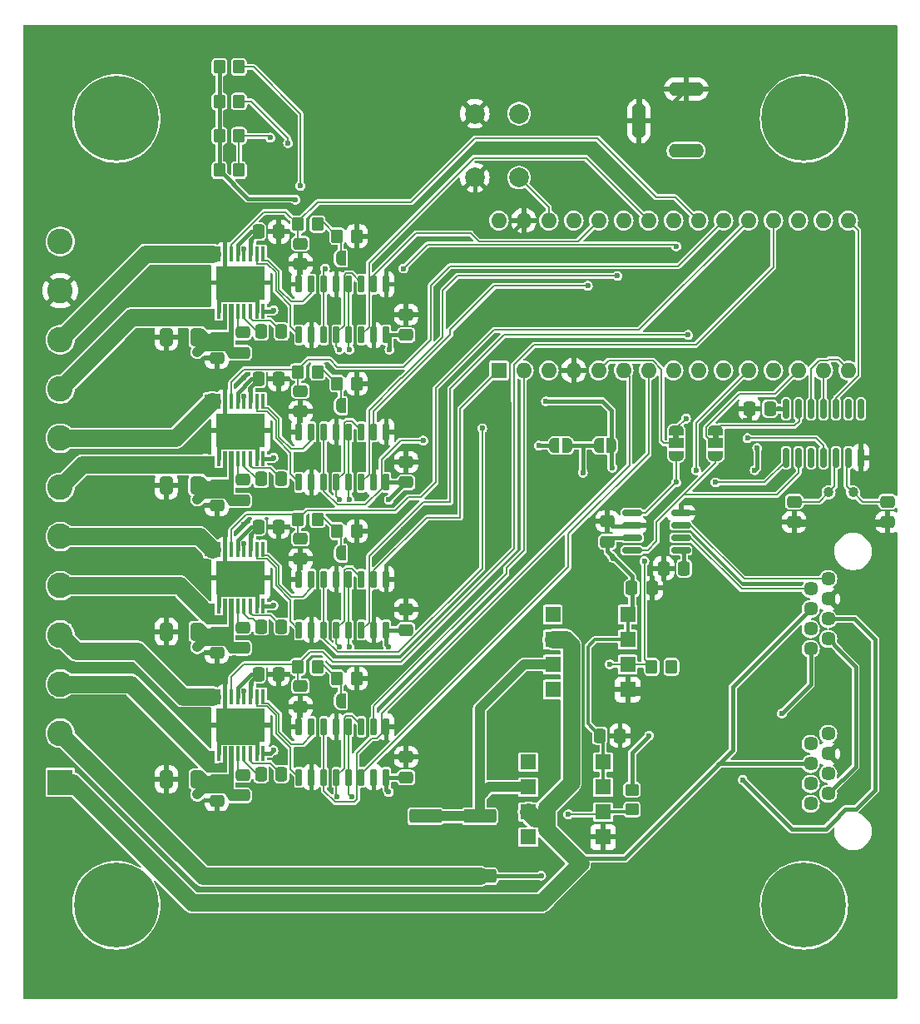
<source format=gbr>
%TF.GenerationSoftware,KiCad,Pcbnew,8.0.6*%
%TF.CreationDate,2024-11-16T18:30:05-05:00*%
%TF.ProjectId,LCC_Booster,4c43435f-426f-46f7-9374-65722e6b6963,4*%
%TF.SameCoordinates,Original*%
%TF.FileFunction,Copper,L1,Top*%
%TF.FilePolarity,Positive*%
%FSLAX46Y46*%
G04 Gerber Fmt 4.6, Leading zero omitted, Abs format (unit mm)*
G04 Created by KiCad (PCBNEW 8.0.6) date 2024-11-16 18:30:05*
%MOMM*%
%LPD*%
G01*
G04 APERTURE LIST*
G04 Aperture macros list*
%AMRoundRect*
0 Rectangle with rounded corners*
0 $1 Rounding radius*
0 $2 $3 $4 $5 $6 $7 $8 $9 X,Y pos of 4 corners*
0 Add a 4 corners polygon primitive as box body*
4,1,4,$2,$3,$4,$5,$6,$7,$8,$9,$2,$3,0*
0 Add four circle primitives for the rounded corners*
1,1,$1+$1,$2,$3*
1,1,$1+$1,$4,$5*
1,1,$1+$1,$6,$7*
1,1,$1+$1,$8,$9*
0 Add four rect primitives between the rounded corners*
20,1,$1+$1,$2,$3,$4,$5,0*
20,1,$1+$1,$4,$5,$6,$7,0*
20,1,$1+$1,$6,$7,$8,$9,0*
20,1,$1+$1,$8,$9,$2,$3,0*%
%AMFreePoly0*
4,1,19,0.500000,-0.750000,0.000000,-0.750000,0.000000,-0.744911,-0.071157,-0.744911,-0.207708,-0.704816,-0.327430,-0.627875,-0.420627,-0.520320,-0.479746,-0.390866,-0.500000,-0.250000,-0.500000,0.250000,-0.479746,0.390866,-0.420627,0.520320,-0.327430,0.627875,-0.207708,0.704816,-0.071157,0.744911,0.000000,0.744911,0.000000,0.750000,0.500000,0.750000,0.500000,-0.750000,0.500000,-0.750000,
$1*%
%AMFreePoly1*
4,1,19,0.000000,0.744911,0.071157,0.744911,0.207708,0.704816,0.327430,0.627875,0.420627,0.520320,0.479746,0.390866,0.500000,0.250000,0.500000,-0.250000,0.479746,-0.390866,0.420627,-0.520320,0.327430,-0.627875,0.207708,-0.704816,0.071157,-0.744911,0.000000,-0.744911,0.000000,-0.750000,-0.500000,-0.750000,-0.500000,0.750000,0.000000,0.750000,0.000000,0.744911,0.000000,0.744911,
$1*%
%AMFreePoly2*
4,1,19,0.550000,-0.750000,0.000000,-0.750000,0.000000,-0.744911,-0.071157,-0.744911,-0.207708,-0.704816,-0.327430,-0.627875,-0.420627,-0.520320,-0.479746,-0.390866,-0.500000,-0.250000,-0.500000,0.250000,-0.479746,0.390866,-0.420627,0.520320,-0.327430,0.627875,-0.207708,0.704816,-0.071157,0.744911,0.000000,0.744911,0.000000,0.750000,0.550000,0.750000,0.550000,-0.750000,0.550000,-0.750000,
$1*%
%AMFreePoly3*
4,1,19,0.000000,0.744911,0.071157,0.744911,0.207708,0.704816,0.327430,0.627875,0.420627,0.520320,0.479746,0.390866,0.500000,0.250000,0.500000,-0.250000,0.479746,-0.390866,0.420627,-0.520320,0.327430,-0.627875,0.207708,-0.704816,0.071157,-0.744911,0.000000,-0.744911,0.000000,-0.750000,-0.550000,-0.750000,-0.550000,0.750000,0.000000,0.750000,0.000000,0.744911,0.000000,0.744911,
$1*%
G04 Aperture macros list end*
%TA.AperFunction,Conductor*%
%ADD10C,0.000000*%
%TD*%
%TA.AperFunction,EtchedComponent*%
%ADD11C,0.000000*%
%TD*%
%TA.AperFunction,SMDPad,CuDef*%
%ADD12RoundRect,0.250000X0.450000X-0.350000X0.450000X0.350000X-0.450000X0.350000X-0.450000X-0.350000X0*%
%TD*%
%TA.AperFunction,SMDPad,CuDef*%
%ADD13RoundRect,0.250000X-0.350000X-0.450000X0.350000X-0.450000X0.350000X0.450000X-0.350000X0.450000X0*%
%TD*%
%TA.AperFunction,SMDPad,CuDef*%
%ADD14RoundRect,0.250000X-0.337500X-0.475000X0.337500X-0.475000X0.337500X0.475000X-0.337500X0.475000X0*%
%TD*%
%TA.AperFunction,SMDPad,CuDef*%
%ADD15RoundRect,0.250000X0.475000X-0.337500X0.475000X0.337500X-0.475000X0.337500X-0.475000X-0.337500X0*%
%TD*%
%TA.AperFunction,SMDPad,CuDef*%
%ADD16RoundRect,0.250000X0.337500X0.475000X-0.337500X0.475000X-0.337500X-0.475000X0.337500X-0.475000X0*%
%TD*%
%TA.AperFunction,SMDPad,CuDef*%
%ADD17RoundRect,0.250000X-0.475000X0.337500X-0.475000X-0.337500X0.475000X-0.337500X0.475000X0.337500X0*%
%TD*%
%TA.AperFunction,SMDPad,CuDef*%
%ADD18FreePoly0,180.000000*%
%TD*%
%TA.AperFunction,SMDPad,CuDef*%
%ADD19FreePoly1,180.000000*%
%TD*%
%TA.AperFunction,SMDPad,CuDef*%
%ADD20RoundRect,0.250000X0.412500X0.650000X-0.412500X0.650000X-0.412500X-0.650000X0.412500X-0.650000X0*%
%TD*%
%TA.AperFunction,SMDPad,CuDef*%
%ADD21R,1.600000X1.600000*%
%TD*%
%TA.AperFunction,SMDPad,CuDef*%
%ADD22FreePoly0,0.000000*%
%TD*%
%TA.AperFunction,SMDPad,CuDef*%
%ADD23FreePoly1,0.000000*%
%TD*%
%TA.AperFunction,ComponentPad*%
%ADD24C,2.000000*%
%TD*%
%TA.AperFunction,SMDPad,CuDef*%
%ADD25R,0.449999X1.500000*%
%TD*%
%TA.AperFunction,SMDPad,CuDef*%
%ADD26R,5.000000X3.400001*%
%TD*%
%TA.AperFunction,SMDPad,CuDef*%
%ADD27RoundRect,0.150000X-0.150000X0.725000X-0.150000X-0.725000X0.150000X-0.725000X0.150000X0.725000X0*%
%TD*%
%TA.AperFunction,SMDPad,CuDef*%
%ADD28FreePoly2,270.000000*%
%TD*%
%TA.AperFunction,SMDPad,CuDef*%
%ADD29R,1.500000X1.000000*%
%TD*%
%TA.AperFunction,SMDPad,CuDef*%
%ADD30FreePoly3,270.000000*%
%TD*%
%TA.AperFunction,SMDPad,CuDef*%
%ADD31RoundRect,0.150000X0.150000X-0.825000X0.150000X0.825000X-0.150000X0.825000X-0.150000X-0.825000X0*%
%TD*%
%TA.AperFunction,ComponentPad*%
%ADD32C,0.900000*%
%TD*%
%TA.AperFunction,ComponentPad*%
%ADD33C,8.600000*%
%TD*%
%TA.AperFunction,ComponentPad*%
%ADD34C,1.448000*%
%TD*%
%TA.AperFunction,ComponentPad*%
%ADD35C,1.030000*%
%TD*%
%TA.AperFunction,ComponentPad*%
%ADD36R,1.600000X1.600000*%
%TD*%
%TA.AperFunction,ComponentPad*%
%ADD37O,1.600000X1.600000*%
%TD*%
%TA.AperFunction,ComponentPad*%
%ADD38O,3.600000X1.400000*%
%TD*%
%TA.AperFunction,ComponentPad*%
%ADD39O,1.400000X3.600000*%
%TD*%
%TA.AperFunction,SMDPad,CuDef*%
%ADD40RoundRect,0.249999X1.425001X-0.450001X1.425001X0.450001X-1.425001X0.450001X-1.425001X-0.450001X0*%
%TD*%
%TA.AperFunction,SMDPad,CuDef*%
%ADD41RoundRect,0.150000X-0.825000X-0.150000X0.825000X-0.150000X0.825000X0.150000X-0.825000X0.150000X0*%
%TD*%
%TA.AperFunction,ComponentPad*%
%ADD42R,2.600000X2.600000*%
%TD*%
%TA.AperFunction,ComponentPad*%
%ADD43C,2.600000*%
%TD*%
%TA.AperFunction,ViaPad*%
%ADD44C,0.600000*%
%TD*%
%TA.AperFunction,ViaPad*%
%ADD45C,1.000000*%
%TD*%
%TA.AperFunction,Conductor*%
%ADD46C,0.400000*%
%TD*%
%TA.AperFunction,Conductor*%
%ADD47C,0.200000*%
%TD*%
%TA.AperFunction,Conductor*%
%ADD48C,0.440000*%
%TD*%
%TA.AperFunction,Conductor*%
%ADD49C,0.300000*%
%TD*%
%TA.AperFunction,Conductor*%
%ADD50C,1.750000*%
%TD*%
%TA.AperFunction,Conductor*%
%ADD51C,1.000000*%
%TD*%
%TA.AperFunction,Conductor*%
%ADD52C,0.450000*%
%TD*%
G04 APERTURE END LIST*
D10*
%TA.AperFunction,Conductor*%
%TO.N,/out2_D*%
G36*
X41275673Y-96480830D02*
G01*
X39250000Y-96480830D01*
X38842103Y-96104366D01*
X38493639Y-95750000D01*
X38484947Y-94352958D01*
X39973743Y-94347707D01*
X39975128Y-95538364D01*
X40826701Y-95536760D01*
X40823654Y-93837350D01*
X41270031Y-93837350D01*
X41275673Y-96480830D01*
G37*
%TD.AperFunction*%
%TA.AperFunction,Conductor*%
%TO.N,VTRACK*%
G36*
X41919503Y-98234805D02*
G01*
X43369384Y-98237337D01*
X43370043Y-99410272D01*
X42392987Y-99410272D01*
X42023742Y-99408753D01*
X41548704Y-99412136D01*
X40504558Y-97860925D01*
X40721205Y-96686902D01*
X41470331Y-96683863D01*
X41470077Y-93838174D01*
X41919526Y-93838174D01*
X41919503Y-98234805D01*
G37*
%TD.AperFunction*%
%TA.AperFunction,Conductor*%
%TO.N,/out1_D*%
G36*
X39000000Y-88035378D02*
G01*
X40623427Y-88035378D01*
X40623427Y-89536461D01*
X39000000Y-89536461D01*
X39000000Y-88035378D01*
G37*
%TD.AperFunction*%
%TA.AperFunction,Conductor*%
%TO.N,/out2_C*%
G36*
X41275673Y-81480830D02*
G01*
X39250000Y-81480830D01*
X38842103Y-81104366D01*
X38500000Y-80750000D01*
X38484947Y-79352958D01*
X39973743Y-79347707D01*
X39975128Y-80538364D01*
X40826701Y-80536760D01*
X40823654Y-78837350D01*
X41270031Y-78837350D01*
X41275673Y-81480830D01*
G37*
%TD.AperFunction*%
%TA.AperFunction,Conductor*%
%TO.N,VTRACK*%
G36*
X41919503Y-83234805D02*
G01*
X43369384Y-83237337D01*
X43370043Y-84410272D01*
X42392987Y-84410272D01*
X42023742Y-84408753D01*
X41548704Y-84412136D01*
X40504558Y-82860925D01*
X40721205Y-81686902D01*
X41470331Y-81683863D01*
X41470077Y-78838174D01*
X41919526Y-78838174D01*
X41919503Y-83234805D01*
G37*
%TD.AperFunction*%
%TA.AperFunction,Conductor*%
%TO.N,/out1_C*%
G36*
X39000000Y-73035378D02*
G01*
X40623427Y-73035378D01*
X40623427Y-74536461D01*
X39000000Y-74536461D01*
X39000000Y-73035378D01*
G37*
%TD.AperFunction*%
%TA.AperFunction,Conductor*%
%TO.N,/out2_B*%
G36*
X41275673Y-66480830D02*
G01*
X39250000Y-66480830D01*
X38842103Y-66104366D01*
X38493639Y-66104366D01*
X38484947Y-64352958D01*
X39973743Y-64347707D01*
X39975128Y-65538364D01*
X40826701Y-65536760D01*
X40823654Y-63837350D01*
X41270031Y-63837350D01*
X41275673Y-66480830D01*
G37*
%TD.AperFunction*%
%TA.AperFunction,Conductor*%
%TO.N,VTRACK*%
G36*
X41919503Y-68234805D02*
G01*
X43369384Y-68237337D01*
X43370043Y-69410272D01*
X42392987Y-69410272D01*
X42023742Y-69408753D01*
X41548704Y-69412136D01*
X40504558Y-67860925D01*
X40721205Y-66686902D01*
X41470331Y-66683863D01*
X41470077Y-63838174D01*
X41919526Y-63838174D01*
X41919503Y-68234805D01*
G37*
%TD.AperFunction*%
%TA.AperFunction,Conductor*%
%TO.N,/out1_B*%
G36*
X39000000Y-58035378D02*
G01*
X40623427Y-58035378D01*
X40623427Y-59536461D01*
X39000000Y-59536461D01*
X39000000Y-58035378D01*
G37*
%TD.AperFunction*%
%TA.AperFunction,Conductor*%
%TO.N,/out1_A*%
G36*
X39000000Y-43035378D02*
G01*
X40623427Y-43035378D01*
X40623427Y-44536461D01*
X39000000Y-44536461D01*
X39000000Y-43035378D01*
G37*
%TD.AperFunction*%
%TA.AperFunction,Conductor*%
%TO.N,VTRACK*%
G36*
X41919503Y-53234805D02*
G01*
X43369384Y-53237337D01*
X43370043Y-54410272D01*
X42392987Y-54410272D01*
X42023742Y-54408753D01*
X41548704Y-54412136D01*
X40504558Y-52860925D01*
X40721205Y-51686902D01*
X41470331Y-51683863D01*
X41470077Y-48838174D01*
X41919526Y-48838174D01*
X41919503Y-53234805D01*
G37*
%TD.AperFunction*%
%TA.AperFunction,Conductor*%
%TO.N,/out2_A*%
G36*
X41275673Y-51480830D02*
G01*
X39250000Y-51480830D01*
X38842103Y-51104366D01*
X38493639Y-51104366D01*
X38484947Y-49352958D01*
X39973743Y-49347707D01*
X39975128Y-50538364D01*
X40826701Y-50536760D01*
X40823654Y-48837350D01*
X41270031Y-48837350D01*
X41275673Y-51480830D01*
G37*
%TD.AperFunction*%
D11*
%TA.AperFunction,EtchedComponent*%
%TD*%
%TO.C,JP11*%
G36*
X87300000Y-62600000D02*
G01*
X86700000Y-62600000D01*
X86700000Y-62100000D01*
X87300000Y-62100000D01*
X87300000Y-62600000D01*
G37*
%TD.AperFunction*%
%TA.AperFunction,EtchedComponent*%
%TO.C,JP10*%
G36*
X91300000Y-62600000D02*
G01*
X90700000Y-62600000D01*
X90700000Y-62100000D01*
X91300000Y-62100000D01*
X91300000Y-62600000D01*
G37*
%TD.AperFunction*%
%TD*%
D12*
%TO.P,R16,1*%
%TO.N,/dcc_n*%
X82500000Y-100250000D03*
%TO.P,R16,2*%
%TO.N,IOREF*%
X82500000Y-98250000D03*
%TD*%
D13*
%TO.P,R13,1*%
%TO.N,/dcc_p*%
X84500000Y-85750000D03*
%TO.P,R13,2*%
%TO.N,IOREF*%
X86500000Y-85750000D03*
%TD*%
%TO.P,R12,1*%
%TO.N,Net-(JP9-B)*%
X52500000Y-86950000D03*
%TO.P,R12,2*%
%TO.N,GND*%
X54500000Y-86950000D03*
%TD*%
%TO.P,R11,1*%
%TO.N,/sense_D*%
X48500000Y-85750000D03*
%TO.P,R11,2*%
%TO.N,Net-(JP9-B)*%
X50500000Y-85750000D03*
%TD*%
%TO.P,R9,1*%
%TO.N,Net-(JP8-B)*%
X52500000Y-71950000D03*
%TO.P,R9,2*%
%TO.N,GND*%
X54500000Y-71950000D03*
%TD*%
%TO.P,R8,1*%
%TO.N,/sense_C*%
X48500000Y-70750000D03*
%TO.P,R8,2*%
%TO.N,Net-(JP8-B)*%
X50500000Y-70750000D03*
%TD*%
%TO.P,R6,1*%
%TO.N,Net-(JP7-B)*%
X52500000Y-56950000D03*
%TO.P,R6,2*%
%TO.N,GND*%
X54500000Y-56950000D03*
%TD*%
%TO.P,R5,1*%
%TO.N,/sense_B*%
X48500000Y-55750000D03*
%TO.P,R5,2*%
%TO.N,Net-(JP7-B)*%
X50500000Y-55750000D03*
%TD*%
%TO.P,R3,1*%
%TO.N,Net-(JP6-B)*%
X52500000Y-41950000D03*
%TO.P,R3,2*%
%TO.N,GND*%
X54500000Y-41950000D03*
%TD*%
%TO.P,R2,1*%
%TO.N,/sense_A*%
X48500000Y-40750000D03*
%TO.P,R2,2*%
%TO.N,Net-(JP6-B)*%
X50500000Y-40750000D03*
%TD*%
D14*
%TO.P,C35,1*%
%TO.N,+5V*%
X79212500Y-92750000D03*
%TO.P,C35,2*%
%TO.N,GND*%
X81287500Y-92750000D03*
%TD*%
%TO.P,C34,1*%
%TO.N,+5V*%
X82462500Y-77750000D03*
%TO.P,C34,2*%
%TO.N,GND*%
X84537500Y-77750000D03*
%TD*%
D15*
%TO.P,C33,1*%
%TO.N,+5V*%
X80000000Y-73037500D03*
%TO.P,C33,2*%
%TO.N,GND*%
X80000000Y-70962500D03*
%TD*%
D16*
%TO.P,C32,1*%
%TO.N,IOREF*%
X96537500Y-59500000D03*
%TO.P,C32,2*%
%TO.N,GND*%
X94462500Y-59500000D03*
%TD*%
%TO.P,C31,1*%
%TO.N,IOREF*%
X87787500Y-75750000D03*
%TO.P,C31,2*%
%TO.N,GND*%
X85712500Y-75750000D03*
%TD*%
D15*
%TO.P,C30,1*%
%TO.N,GND*%
X108500000Y-71037500D03*
%TO.P,C30,2*%
%TO.N,Net-(U9-OSC1)*%
X108500000Y-68962500D03*
%TD*%
%TO.P,C29,1*%
%TO.N,GND*%
X99000000Y-71037500D03*
%TO.P,C29,2*%
%TO.N,Net-(U9-OSC2)*%
X99000000Y-68962500D03*
%TD*%
D17*
%TO.P,C28,1*%
%TO.N,/sense_D*%
X48750000Y-87712500D03*
%TO.P,C28,2*%
%TO.N,GND*%
X48750000Y-89787500D03*
%TD*%
D14*
%TO.P,C27,1*%
%TO.N,Net-(U8-CPH)*%
X44750000Y-96656808D03*
%TO.P,C27,2*%
%TO.N,Net-(U8-CPL)*%
X46825000Y-96656808D03*
%TD*%
D17*
%TO.P,C26,1*%
%TO.N,VTRACK*%
X40235532Y-97273779D03*
%TO.P,C26,2*%
%TO.N,GND*%
X40235532Y-99348779D03*
%TD*%
D15*
%TO.P,C24,1*%
%TO.N,VTRACK*%
X42874346Y-98825000D03*
%TO.P,C24,2*%
%TO.N,Net-(U8-VCP)*%
X42874346Y-96750000D03*
%TD*%
D14*
%TO.P,C23,1*%
%TO.N,IOREF*%
X44462500Y-86500000D03*
%TO.P,C23,2*%
%TO.N,GND*%
X46537500Y-86500000D03*
%TD*%
D15*
%TO.P,C22,1*%
%TO.N,IOREF*%
X59500000Y-97000000D03*
%TO.P,C22,2*%
%TO.N,GND*%
X59500000Y-94925000D03*
%TD*%
D17*
%TO.P,C21,1*%
%TO.N,/sense_C*%
X48750000Y-72712500D03*
%TO.P,C21,2*%
%TO.N,GND*%
X48750000Y-74787500D03*
%TD*%
D14*
%TO.P,C20,1*%
%TO.N,Net-(U6-CPH)*%
X44750000Y-81656808D03*
%TO.P,C20,2*%
%TO.N,Net-(U6-CPL)*%
X46825000Y-81656808D03*
%TD*%
D17*
%TO.P,C19,1*%
%TO.N,VTRACK*%
X40235532Y-82273779D03*
%TO.P,C19,2*%
%TO.N,GND*%
X40235532Y-84348779D03*
%TD*%
D15*
%TO.P,C17,1*%
%TO.N,VTRACK*%
X42874346Y-83825000D03*
%TO.P,C17,2*%
%TO.N,Net-(U6-VCP)*%
X42874346Y-81750000D03*
%TD*%
D14*
%TO.P,C16,1*%
%TO.N,IOREF*%
X44462500Y-71500000D03*
%TO.P,C16,2*%
%TO.N,GND*%
X46537500Y-71500000D03*
%TD*%
D15*
%TO.P,C15,1*%
%TO.N,IOREF*%
X59500000Y-82000000D03*
%TO.P,C15,2*%
%TO.N,GND*%
X59500000Y-79925000D03*
%TD*%
D17*
%TO.P,C14,1*%
%TO.N,/sense_B*%
X48750000Y-57712500D03*
%TO.P,C14,2*%
%TO.N,GND*%
X48750000Y-59787500D03*
%TD*%
D14*
%TO.P,C13,1*%
%TO.N,Net-(U4-CPH)*%
X44750000Y-66656808D03*
%TO.P,C13,2*%
%TO.N,Net-(U4-CPL)*%
X46825000Y-66656808D03*
%TD*%
D17*
%TO.P,C12,1*%
%TO.N,VTRACK*%
X40235532Y-67273779D03*
%TO.P,C12,2*%
%TO.N,GND*%
X40235532Y-69348779D03*
%TD*%
D15*
%TO.P,C10,1*%
%TO.N,VTRACK*%
X42874346Y-68825000D03*
%TO.P,C10,2*%
%TO.N,Net-(U4-VCP)*%
X42874346Y-66750000D03*
%TD*%
D14*
%TO.P,C9,1*%
%TO.N,IOREF*%
X44462500Y-56500000D03*
%TO.P,C9,2*%
%TO.N,GND*%
X46537500Y-56500000D03*
%TD*%
D15*
%TO.P,C8,1*%
%TO.N,IOREF*%
X59500000Y-67000000D03*
%TO.P,C8,2*%
%TO.N,GND*%
X59500000Y-64925000D03*
%TD*%
D17*
%TO.P,C7,1*%
%TO.N,/sense_A*%
X48750000Y-42712500D03*
%TO.P,C7,2*%
%TO.N,GND*%
X48750000Y-44787500D03*
%TD*%
D14*
%TO.P,C6,1*%
%TO.N,Net-(U2-CPH)*%
X44750000Y-51656808D03*
%TO.P,C6,2*%
%TO.N,Net-(U2-CPL)*%
X46825000Y-51656808D03*
%TD*%
D17*
%TO.P,C5,1*%
%TO.N,VTRACK*%
X40235532Y-52273779D03*
%TO.P,C5,2*%
%TO.N,GND*%
X40235532Y-54348779D03*
%TD*%
D15*
%TO.P,C3,1*%
%TO.N,VTRACK*%
X42874346Y-53825000D03*
%TO.P,C3,2*%
%TO.N,Net-(U2-VCP)*%
X42874346Y-51750000D03*
%TD*%
D14*
%TO.P,C2,1*%
%TO.N,IOREF*%
X44462500Y-41500000D03*
%TO.P,C2,2*%
%TO.N,GND*%
X46537500Y-41500000D03*
%TD*%
D15*
%TO.P,C1,1*%
%TO.N,IOREF*%
X59500000Y-52000000D03*
%TO.P,C1,2*%
%TO.N,GND*%
X59500000Y-49925000D03*
%TD*%
D18*
%TO.P,JP6,1,A*%
%TO.N,GND*%
X54150000Y-44200000D03*
D19*
%TO.P,JP6,2,B*%
%TO.N,Net-(JP6-B)*%
X52850000Y-44200000D03*
%TD*%
D20*
%TO.P,C18,1*%
%TO.N,VTRACK*%
X38232502Y-82187501D03*
%TO.P,C18,2*%
%TO.N,GND*%
X35107502Y-82187501D03*
%TD*%
D21*
%TO.P,U12,1,NC*%
%TO.N,unconnected-(U12-NC-Pad1)*%
X71940000Y-95440000D03*
%TO.P,U12,2,A*%
%TO.N,Net-(U11-C)*%
X71940000Y-97980000D03*
%TO.P,U12,3,C*%
%TO.N,/raw_dcc_n*%
X71940000Y-100520000D03*
%TO.P,U12,4,NC*%
%TO.N,unconnected-(U12-NC-Pad4)*%
X71940000Y-103060000D03*
%TO.P,U12,5,GND*%
%TO.N,GND*%
X79560000Y-103060000D03*
%TO.P,U12,6,VO*%
%TO.N,/dcc_n*%
X79560000Y-100520000D03*
%TO.P,U12,7,EN*%
%TO.N,+5V*%
X79560000Y-97980000D03*
%TO.P,U12,8,VCC*%
X79560000Y-95440000D03*
%TD*%
D22*
%TO.P,JP2,1,A*%
%TO.N,IOREF*%
X79100000Y-63250000D03*
D23*
%TO.P,JP2,2,B*%
%TO.N,+5V*%
X80400000Y-63250000D03*
%TD*%
D20*
%TO.P,C11,1*%
%TO.N,VTRACK*%
X38209681Y-67314510D03*
%TO.P,C11,2*%
%TO.N,GND*%
X35084681Y-67314510D03*
%TD*%
D13*
%TO.P,R4,1*%
%TO.N,IOREF*%
X40500000Y-28250000D03*
%TO.P,R4,2*%
%TO.N,/nFault_B*%
X42500000Y-28250000D03*
%TD*%
D18*
%TO.P,JP7,1,A*%
%TO.N,GND*%
X54150000Y-59200000D03*
D19*
%TO.P,JP7,2,B*%
%TO.N,Net-(JP7-B)*%
X52850000Y-59200000D03*
%TD*%
D24*
%TO.P,SW1,1,1*%
%TO.N,GND*%
X66500000Y-36000000D03*
X66500000Y-29500000D03*
%TO.P,SW1,2,2*%
%TO.N,/~{reset}*%
X71000000Y-36000000D03*
X71000000Y-29500000D03*
%TD*%
D25*
%TO.P,U8,1,EN_IN1*%
%TO.N,Net-(U7-1Y)*%
X44945001Y-88787502D03*
%TO.P,U8,2,PH_IN2*%
%TO.N,Net-(U7-2Y)*%
X44295000Y-88787502D03*
%TO.P,U8,3,SLEEP_N*%
%TO.N,IOREF*%
X43645001Y-88787502D03*
%TO.P,U8,4,FAULT_N*%
%TO.N,/nFault_C*%
X42995000Y-88787502D03*
%TO.P,U8,5,VREF*%
%TO.N,IOREF*%
X42345001Y-88787502D03*
%TO.P,U8,6,IPROPI*%
%TO.N,/sense_D*%
X41695000Y-88787502D03*
%TO.P,U8,7,IMODE*%
%TO.N,GND*%
X41045001Y-88787502D03*
%TO.P,U8,8,OUT1*%
%TO.N,/out1_D*%
X40395000Y-88787502D03*
%TO.P,U8,9,PGND*%
%TO.N,GND*%
X40395000Y-94587500D03*
%TO.P,U8,10,OUT2*%
%TO.N,/out2_D*%
X41045001Y-94587500D03*
%TO.P,U8,11,VM*%
%TO.N,VTRACK*%
X41695000Y-94587500D03*
%TO.P,U8,12,VCP*%
%TO.N,Net-(U8-VCP)*%
X42345001Y-94587500D03*
%TO.P,U8,13,CPH*%
%TO.N,Net-(U8-CPH)*%
X42995000Y-94587500D03*
%TO.P,U8,14,CPL*%
%TO.N,Net-(U8-CPL)*%
X43645001Y-94587500D03*
%TO.P,U8,15,GND*%
%TO.N,GND*%
X44295000Y-94587500D03*
%TO.P,U8,16,PMODE*%
%TO.N,IOREF*%
X44945001Y-94587500D03*
D26*
%TO.P,U8,17,PAD*%
%TO.N,GND*%
X42670002Y-91687501D03*
%TD*%
D27*
%TO.P,U3,1,\u002A1OE*%
%TO.N,GND*%
X57497500Y-61850000D03*
%TO.P,U3,2,B*%
%TO.N,/dcc_en_B*%
X56227500Y-61850000D03*
%TO.P,U3,3,1C3*%
%TO.N,/dcc_n*%
X54957500Y-61850000D03*
%TO.P,U3,4,1C2*%
%TO.N,/dcc_p*%
X53687500Y-61850000D03*
%TO.P,U3,5,1C1*%
%TO.N,GND*%
X52417500Y-61850000D03*
%TO.P,U3,6,1C0*%
%TO.N,/pwm_B*%
X51147500Y-61850000D03*
%TO.P,U3,7,1Y*%
%TO.N,Net-(U3-1Y)*%
X49877500Y-61850000D03*
%TO.P,U3,8,GND*%
%TO.N,GND*%
X48607500Y-61850000D03*
%TO.P,U3,9,2Y*%
%TO.N,Net-(U3-2Y)*%
X48607500Y-67000000D03*
%TO.P,U3,10,2C0*%
%TO.N,GND*%
X49877500Y-67000000D03*
%TO.P,U3,11,2C1*%
%TO.N,/pwm_B*%
X51147500Y-67000000D03*
%TO.P,U3,12,2C2*%
%TO.N,/dcc_n*%
X52417500Y-67000000D03*
%TO.P,U3,13,2C3*%
%TO.N,/dcc_p*%
X53687500Y-67000000D03*
%TO.P,U3,14,A*%
%TO.N,/dir_B*%
X54957500Y-67000000D03*
%TO.P,U3,15,\u002A2OE*%
%TO.N,GND*%
X56227500Y-67000000D03*
%TO.P,U3,16,VCC*%
%TO.N,IOREF*%
X57497500Y-67000000D03*
%TD*%
D28*
%TO.P,JP11,1,A*%
%TO.N,Net-(JP11-A)*%
X87000000Y-61700000D03*
D29*
%TO.P,JP11,2,C*%
%TO.N,/int-cantx*%
X87000000Y-63000000D03*
D30*
%TO.P,JP11,3,B*%
%TO.N,Net-(JP11-B)*%
X87000000Y-64300000D03*
%TD*%
D13*
%TO.P,R1,1*%
%TO.N,IOREF*%
X40500000Y-24750000D03*
%TO.P,R1,2*%
%TO.N,/nFault_A*%
X42500000Y-24750000D03*
%TD*%
D27*
%TO.P,U7,1,\u002A1OE*%
%TO.N,GND*%
X57497500Y-91850000D03*
%TO.P,U7,2,B*%
%TO.N,/dcc_en_D*%
X56227500Y-91850000D03*
%TO.P,U7,3,1C3*%
%TO.N,/dcc_n*%
X54957500Y-91850000D03*
%TO.P,U7,4,1C2*%
%TO.N,/dcc_p*%
X53687500Y-91850000D03*
%TO.P,U7,5,1C1*%
%TO.N,GND*%
X52417500Y-91850000D03*
%TO.P,U7,6,1C0*%
%TO.N,/pwm_D*%
X51147500Y-91850000D03*
%TO.P,U7,7,1Y*%
%TO.N,Net-(U7-1Y)*%
X49877500Y-91850000D03*
%TO.P,U7,8,GND*%
%TO.N,GND*%
X48607500Y-91850000D03*
%TO.P,U7,9,2Y*%
%TO.N,Net-(U7-2Y)*%
X48607500Y-97000000D03*
%TO.P,U7,10,2C0*%
%TO.N,GND*%
X49877500Y-97000000D03*
%TO.P,U7,11,2C1*%
%TO.N,/pwm_D*%
X51147500Y-97000000D03*
%TO.P,U7,12,2C2*%
%TO.N,/dcc_n*%
X52417500Y-97000000D03*
%TO.P,U7,13,2C3*%
%TO.N,/dcc_p*%
X53687500Y-97000000D03*
%TO.P,U7,14,A*%
%TO.N,/dir_D*%
X54957500Y-97000000D03*
%TO.P,U7,15,\u002A2OE*%
%TO.N,GND*%
X56227500Y-97000000D03*
%TO.P,U7,16,VCC*%
%TO.N,IOREF*%
X57497500Y-97000000D03*
%TD*%
D31*
%TO.P,U9,1,TXCAN*%
%TO.N,Net-(JP11-B)*%
X98190000Y-64475000D03*
%TO.P,U9,2,RXCAN*%
%TO.N,Net-(JP10-B)*%
X99460000Y-64475000D03*
%TO.P,U9,3,CLKO/SOF*%
%TO.N,unconnected-(U9-CLKO{slash}SOF-Pad3)*%
X100730000Y-64475000D03*
%TO.P,U9,4,~{INT}*%
%TO.N,Net-(JP11-A)*%
X102000000Y-64475000D03*
%TO.P,U9,5,OSC2*%
%TO.N,Net-(U9-OSC2)*%
X103270000Y-64475000D03*
%TO.P,U9,6,OSC1*%
%TO.N,Net-(U9-OSC1)*%
X104540000Y-64475000D03*
%TO.P,U9,7,VSS*%
%TO.N,GND*%
X105810000Y-64475000D03*
%TO.P,U9,8,~{INT1}/GPIO1*%
%TO.N,unconnected-(U9-~{INT1}{slash}GPIO1-Pad8)*%
X105810000Y-59525000D03*
%TO.P,U9,9,~{INT0}/GPIO0/XSTBY*%
%TO.N,unconnected-(U9-~{INT0}{slash}GPIO0{slash}XSTBY-Pad9)*%
X104540000Y-59525000D03*
%TO.P,U9,10,SCK*%
%TO.N,/sck-nFault_CD*%
X103270000Y-59525000D03*
%TO.P,U9,11,SDI*%
%TO.N,/copi-nFault_A*%
X102000000Y-59525000D03*
%TO.P,U9,12,SDO*%
%TO.N,/cipo-nFault_B*%
X100730000Y-59525000D03*
%TO.P,U9,13,~{CS}*%
%TO.N,Net-(JP10-A)*%
X99460000Y-59525000D03*
%TO.P,U9,14,VDD*%
%TO.N,IOREF*%
X98190000Y-59525000D03*
%TD*%
D32*
%TO.P,H1,1,1*%
%TO.N,unconnected-(H1-Pad1)_5*%
X26775000Y-30000000D03*
%TO.N,unconnected-(H1-Pad1)_1*%
X27719581Y-27719581D03*
%TO.N,unconnected-(H1-Pad1)_6*%
X27719581Y-32280419D03*
%TO.N,unconnected-(H1-Pad1)_3*%
X30000000Y-26775000D03*
D33*
%TO.N,unconnected-(H1-Pad1)_7*%
X30000000Y-30000000D03*
D32*
%TO.N,unconnected-(H1-Pad1)_8*%
X30000000Y-33225000D03*
%TO.N,unconnected-(H1-Pad1)_4*%
X32280419Y-27719581D03*
%TO.N,unconnected-(H1-Pad1)*%
X32280419Y-32280419D03*
%TO.N,unconnected-(H1-Pad1)_2*%
X33225000Y-30000000D03*
%TD*%
D28*
%TO.P,JP10,1,A*%
%TO.N,Net-(JP10-A)*%
X91000000Y-61700000D03*
D29*
%TO.P,JP10,2,C*%
%TO.N,/cs-canrx*%
X91000000Y-63000000D03*
D30*
%TO.P,JP10,3,B*%
%TO.N,Net-(JP10-B)*%
X91000000Y-64300000D03*
%TD*%
D34*
%TO.P,J3,1_1,1_1*%
%TO.N,/can_h*%
X102460000Y-92573000D03*
%TO.P,J3,1_2,1_2*%
%TO.N,/can_l*%
X100680000Y-93589000D03*
%TO.P,J3,1_3,1_3*%
%TO.N,GND*%
X102460000Y-94605000D03*
%TO.P,J3,1_4,1_4*%
%TO.N,/raw_dcc_n*%
X100680000Y-95621000D03*
%TO.P,J3,1_5,1_5*%
%TO.N,/raw_dcc_p*%
X102460000Y-96637000D03*
%TO.P,J3,1_6,1_6*%
%TO.N,/can_shield*%
X100680000Y-97653000D03*
%TO.P,J3,1_7,1_7*%
%TO.N,/pwr_n*%
X102460000Y-98669000D03*
%TO.P,J3,1_8,1_8*%
%TO.N,/pwr_p*%
X100680000Y-99685000D03*
%TO.P,J3,2_1,2_1*%
%TO.N,/can_h*%
X102460000Y-76823000D03*
%TO.P,J3,2_2,2_2*%
%TO.N,/can_l*%
X100680000Y-77839000D03*
%TO.P,J3,2_3,2_3*%
%TO.N,GND*%
X102460000Y-78855000D03*
%TO.P,J3,2_4,2_4*%
%TO.N,/raw_dcc_n*%
X100680000Y-79871000D03*
%TO.P,J3,2_5,2_5*%
%TO.N,/raw_dcc_p*%
X102460000Y-80887000D03*
%TO.P,J3,2_6,2_6*%
%TO.N,/can_shield*%
X100680000Y-81903000D03*
%TO.P,J3,2_7,2_7*%
%TO.N,/pwr_n*%
X102460000Y-82919000D03*
%TO.P,J3,2_8,2_8*%
%TO.N,/pwr_p*%
X100680000Y-83935000D03*
%TD*%
D32*
%TO.P,H4,1,1*%
%TO.N,unconnected-(H4-Pad1)_4*%
X26775000Y-110000000D03*
%TO.N,unconnected-(H4-Pad1)_5*%
X27719581Y-107719581D03*
%TO.N,unconnected-(H4-Pad1)_2*%
X27719581Y-112280419D03*
%TO.N,unconnected-(H4-Pad1)*%
X30000000Y-106775000D03*
D33*
%TO.N,unconnected-(H4-Pad1)_1*%
X30000000Y-110000000D03*
D32*
%TO.N,unconnected-(H4-Pad1)_3*%
X30000000Y-113225000D03*
%TO.N,unconnected-(H4-Pad1)_8*%
X32280419Y-107719581D03*
%TO.N,unconnected-(H4-Pad1)_7*%
X32280419Y-112280419D03*
%TO.N,unconnected-(H4-Pad1)_6*%
X33225000Y-110000000D03*
%TD*%
D35*
%TO.P,Y1,1*%
%TO.N,Net-(U9-OSC1)*%
X105000000Y-68018861D03*
%TO.P,Y1,2*%
%TO.N,Net-(U9-OSC2)*%
X102500000Y-68018861D03*
%TD*%
D36*
%TO.P,A1,1,D1/TX*%
%TO.N,/dcc_en_C*%
X68950000Y-55610000D03*
D37*
%TO.P,A1,2,D0/RX*%
%TO.N,/dcc_en_D*%
X71490000Y-55610000D03*
%TO.P,A1,3,~{RESET}*%
%TO.N,unconnected-(A1-~{RESET}-Pad3)*%
X74030000Y-55610000D03*
%TO.P,A1,4,GND*%
%TO.N,GND*%
X76570000Y-55610000D03*
%TO.P,A1,5,D2*%
%TO.N,/int-cantx*%
X79110000Y-55610000D03*
%TO.P,A1,6,D3*%
%TO.N,/pwm_D*%
X81650000Y-55610000D03*
%TO.P,A1,7,D4*%
%TO.N,/dir_D*%
X84190000Y-55610000D03*
%TO.P,A1,8,D5*%
%TO.N,/pwm_C*%
X86730000Y-55610000D03*
%TO.P,A1,9,D6*%
%TO.N,/pwm_B*%
X89270000Y-55610000D03*
%TO.P,A1,10,D7*%
%TO.N,/dir_C*%
X91810000Y-55610000D03*
%TO.P,A1,11,D8*%
%TO.N,/dcc_p*%
X94350000Y-55610000D03*
%TO.P,A1,12,D9*%
%TO.N,/pwm_A*%
X96890000Y-55610000D03*
%TO.P,A1,13,D10*%
%TO.N,/cs-canrx*%
X99430000Y-55610000D03*
%TO.P,A1,14,D11*%
%TO.N,/copi-nFault_A*%
X101970000Y-55610000D03*
%TO.P,A1,15,D12*%
%TO.N,/cipo-nFault_B*%
X104510000Y-55610000D03*
%TO.P,A1,16,D13*%
%TO.N,/sck-nFault_CD*%
X104510000Y-40370000D03*
%TO.P,A1,17,3V3*%
%TO.N,+3.3V*%
X101970000Y-40370000D03*
%TO.P,A1,18,AREF*%
%TO.N,unconnected-(A1-AREF-Pad18)*%
X99430000Y-40370000D03*
%TO.P,A1,19,A0*%
%TO.N,/sense_D*%
X96890000Y-40370000D03*
%TO.P,A1,20,A1*%
%TO.N,/sense_C*%
X94350000Y-40370000D03*
%TO.P,A1,21,A2*%
%TO.N,/sense_B*%
X91810000Y-40370000D03*
%TO.P,A1,22,A3*%
%TO.N,/sense_A*%
X89270000Y-40370000D03*
%TO.P,A1,23,A4*%
%TO.N,/dir_B*%
X86730000Y-40370000D03*
%TO.P,A1,24,A5*%
%TO.N,/dir_A*%
X84190000Y-40370000D03*
%TO.P,A1,25,A6*%
%TO.N,/dcc_en_B*%
X81650000Y-40370000D03*
%TO.P,A1,26,A7*%
%TO.N,/dcc_en_A*%
X79110000Y-40370000D03*
%TO.P,A1,27,+5V*%
%TO.N,+5V*%
X76570000Y-40370000D03*
%TO.P,A1,28,~{RESET}*%
%TO.N,/~{reset}*%
X74030000Y-40370000D03*
%TO.P,A1,29,GND*%
%TO.N,GND*%
X71490000Y-40370000D03*
%TO.P,A1,30,VIN*%
%TO.N,VIN*%
X68950000Y-40370000D03*
%TD*%
D25*
%TO.P,U6,1,EN_IN1*%
%TO.N,Net-(U5-1Y)*%
X44945001Y-73787502D03*
%TO.P,U6,2,PH_IN2*%
%TO.N,Net-(U5-2Y)*%
X44295000Y-73787502D03*
%TO.P,U6,3,SLEEP_N*%
%TO.N,IOREF*%
X43645001Y-73787502D03*
%TO.P,U6,4,FAULT_N*%
%TO.N,/nFault_C*%
X42995000Y-73787502D03*
%TO.P,U6,5,VREF*%
%TO.N,IOREF*%
X42345001Y-73787502D03*
%TO.P,U6,6,IPROPI*%
%TO.N,/sense_C*%
X41695000Y-73787502D03*
%TO.P,U6,7,IMODE*%
%TO.N,GND*%
X41045001Y-73787502D03*
%TO.P,U6,8,OUT1*%
%TO.N,/out1_C*%
X40395000Y-73787502D03*
%TO.P,U6,9,PGND*%
%TO.N,GND*%
X40395000Y-79587500D03*
%TO.P,U6,10,OUT2*%
%TO.N,/out2_C*%
X41045001Y-79587500D03*
%TO.P,U6,11,VM*%
%TO.N,VTRACK*%
X41695000Y-79587500D03*
%TO.P,U6,12,VCP*%
%TO.N,Net-(U6-VCP)*%
X42345001Y-79587500D03*
%TO.P,U6,13,CPH*%
%TO.N,Net-(U6-CPH)*%
X42995000Y-79587500D03*
%TO.P,U6,14,CPL*%
%TO.N,Net-(U6-CPL)*%
X43645001Y-79587500D03*
%TO.P,U6,15,GND*%
%TO.N,GND*%
X44295000Y-79587500D03*
%TO.P,U6,16,PMODE*%
%TO.N,IOREF*%
X44945001Y-79587500D03*
D26*
%TO.P,U6,17,PAD*%
%TO.N,GND*%
X42670002Y-76687501D03*
%TD*%
D25*
%TO.P,U4,1,EN_IN1*%
%TO.N,Net-(U3-1Y)*%
X44945001Y-58787502D03*
%TO.P,U4,2,PH_IN2*%
%TO.N,Net-(U3-2Y)*%
X44295000Y-58787502D03*
%TO.P,U4,3,SLEEP_N*%
%TO.N,IOREF*%
X43645001Y-58787502D03*
%TO.P,U4,4,FAULT_N*%
%TO.N,/nFault_B*%
X42995000Y-58787502D03*
%TO.P,U4,5,VREF*%
%TO.N,IOREF*%
X42345001Y-58787502D03*
%TO.P,U4,6,IPROPI*%
%TO.N,/sense_B*%
X41695000Y-58787502D03*
%TO.P,U4,7,IMODE*%
%TO.N,GND*%
X41045001Y-58787502D03*
%TO.P,U4,8,OUT1*%
%TO.N,/out1_B*%
X40395000Y-58787502D03*
%TO.P,U4,9,PGND*%
%TO.N,GND*%
X40395000Y-64587500D03*
%TO.P,U4,10,OUT2*%
%TO.N,/out2_B*%
X41045001Y-64587500D03*
%TO.P,U4,11,VM*%
%TO.N,VTRACK*%
X41695000Y-64587500D03*
%TO.P,U4,12,VCP*%
%TO.N,Net-(U4-VCP)*%
X42345001Y-64587500D03*
%TO.P,U4,13,CPH*%
%TO.N,Net-(U4-CPH)*%
X42995000Y-64587500D03*
%TO.P,U4,14,CPL*%
%TO.N,Net-(U4-CPL)*%
X43645001Y-64587500D03*
%TO.P,U4,15,GND*%
%TO.N,GND*%
X44295000Y-64587500D03*
%TO.P,U4,16,PMODE*%
%TO.N,IOREF*%
X44945001Y-64587500D03*
D26*
%TO.P,U4,17,PAD*%
%TO.N,GND*%
X42670002Y-61687501D03*
%TD*%
D38*
%TO.P,J2,A*%
%TO.N,VIN*%
X88000000Y-33250000D03*
%TO.P,J2,B*%
%TO.N,GND*%
X88000000Y-27000000D03*
D39*
%TO.P,J2,C*%
X83200000Y-30250000D03*
%TD*%
D18*
%TO.P,JP8,1,A*%
%TO.N,GND*%
X54150000Y-74200000D03*
D19*
%TO.P,JP8,2,B*%
%TO.N,Net-(JP8-B)*%
X52850000Y-74200000D03*
%TD*%
D13*
%TO.P,R7,1*%
%TO.N,IOREF*%
X40500000Y-31750000D03*
%TO.P,R7,2*%
%TO.N,/nFault_C*%
X42500000Y-31750000D03*
%TD*%
%TO.P,R10,1*%
%TO.N,IOREF*%
X40500000Y-35250000D03*
%TO.P,R10,2*%
%TO.N,/nFault_C*%
X42500000Y-35250000D03*
%TD*%
D22*
%TO.P,JP1,1,A*%
%TO.N,+3.3V*%
X74600000Y-63250000D03*
D23*
%TO.P,JP1,2,B*%
%TO.N,IOREF*%
X75900000Y-63250000D03*
%TD*%
D25*
%TO.P,U2,1,EN_IN1*%
%TO.N,Net-(U1-1Y)*%
X44945001Y-43787502D03*
%TO.P,U2,2,PH_IN2*%
%TO.N,Net-(U1-2Y)*%
X44295000Y-43787502D03*
%TO.P,U2,3,SLEEP_N*%
%TO.N,IOREF*%
X43645001Y-43787502D03*
%TO.P,U2,4,FAULT_N*%
%TO.N,/nFault_A*%
X42995000Y-43787502D03*
%TO.P,U2,5,VREF*%
%TO.N,IOREF*%
X42345001Y-43787502D03*
%TO.P,U2,6,IPROPI*%
%TO.N,/sense_A*%
X41695000Y-43787502D03*
%TO.P,U2,7,IMODE*%
%TO.N,GND*%
X41045001Y-43787502D03*
%TO.P,U2,8,OUT1*%
%TO.N,/out1_A*%
X40395000Y-43787502D03*
%TO.P,U2,9,PGND*%
%TO.N,GND*%
X40395000Y-49587500D03*
%TO.P,U2,10,OUT2*%
%TO.N,/out2_A*%
X41045001Y-49587500D03*
%TO.P,U2,11,VM*%
%TO.N,VTRACK*%
X41695000Y-49587500D03*
%TO.P,U2,12,VCP*%
%TO.N,Net-(U2-VCP)*%
X42345001Y-49587500D03*
%TO.P,U2,13,CPH*%
%TO.N,Net-(U2-CPH)*%
X42995000Y-49587500D03*
%TO.P,U2,14,CPL*%
%TO.N,Net-(U2-CPL)*%
X43645001Y-49587500D03*
%TO.P,U2,15,GND*%
%TO.N,GND*%
X44295000Y-49587500D03*
%TO.P,U2,16,PMODE*%
%TO.N,IOREF*%
X44945001Y-49587500D03*
D26*
%TO.P,U2,17,PAD*%
%TO.N,GND*%
X42670002Y-46687501D03*
%TD*%
D18*
%TO.P,JP9,1,A*%
%TO.N,GND*%
X54150000Y-89200000D03*
D19*
%TO.P,JP9,2,B*%
%TO.N,Net-(JP9-B)*%
X52850000Y-89200000D03*
%TD*%
D20*
%TO.P,C4,1*%
%TO.N,VTRACK*%
X38217934Y-52194636D03*
%TO.P,C4,2*%
%TO.N,GND*%
X35092934Y-52194636D03*
%TD*%
D40*
%TO.P,R14,1*%
%TO.N,/raw_dcc_p*%
X61500000Y-107050000D03*
%TO.P,R14,2*%
%TO.N,Net-(U11-C)*%
X61500000Y-100950000D03*
%TD*%
%TO.P,R15,1*%
%TO.N,/raw_dcc_p*%
X67000000Y-107050000D03*
%TO.P,R15,2*%
%TO.N,Net-(U11-C)*%
X67000000Y-100950000D03*
%TD*%
D32*
%TO.P,H3,1,1*%
%TO.N,unconnected-(H3-Pad1)_7*%
X96775000Y-110000000D03*
%TO.N,unconnected-(H3-Pad1)*%
X97719581Y-107719581D03*
%TO.N,unconnected-(H3-Pad1)_6*%
X97719581Y-112280419D03*
%TO.N,unconnected-(H3-Pad1)_4*%
X100000000Y-106775000D03*
D33*
%TO.N,unconnected-(H3-Pad1)_8*%
X100000000Y-110000000D03*
D32*
%TO.N,unconnected-(H3-Pad1)_3*%
X100000000Y-113225000D03*
%TO.N,unconnected-(H3-Pad1)_5*%
X102280419Y-107719581D03*
%TO.N,unconnected-(H3-Pad1)_1*%
X102280419Y-112280419D03*
%TO.N,unconnected-(H3-Pad1)_2*%
X103225000Y-110000000D03*
%TD*%
D20*
%TO.P,C25,1*%
%TO.N,VTRACK*%
X38232502Y-97187501D03*
%TO.P,C25,2*%
%TO.N,GND*%
X35107502Y-97187501D03*
%TD*%
D27*
%TO.P,U1,1,\u002A1OE*%
%TO.N,GND*%
X57497500Y-46850000D03*
%TO.P,U1,2,B*%
%TO.N,/dcc_en_A*%
X56227500Y-46850000D03*
%TO.P,U1,3,1C3*%
%TO.N,/dcc_n*%
X54957500Y-46850000D03*
%TO.P,U1,4,1C2*%
%TO.N,/dcc_p*%
X53687500Y-46850000D03*
%TO.P,U1,5,1C1*%
%TO.N,GND*%
X52417500Y-46850000D03*
%TO.P,U1,6,1C0*%
%TO.N,/pwm_A*%
X51147500Y-46850000D03*
%TO.P,U1,7,1Y*%
%TO.N,Net-(U1-1Y)*%
X49877500Y-46850000D03*
%TO.P,U1,8,GND*%
%TO.N,GND*%
X48607500Y-46850000D03*
%TO.P,U1,9,2Y*%
%TO.N,Net-(U1-2Y)*%
X48607500Y-52000000D03*
%TO.P,U1,10,2C0*%
%TO.N,GND*%
X49877500Y-52000000D03*
%TO.P,U1,11,2C1*%
%TO.N,/pwm_A*%
X51147500Y-52000000D03*
%TO.P,U1,12,2C2*%
%TO.N,/dcc_n*%
X52417500Y-52000000D03*
%TO.P,U1,13,2C3*%
%TO.N,/dcc_p*%
X53687500Y-52000000D03*
%TO.P,U1,14,A*%
%TO.N,/dir_A*%
X54957500Y-52000000D03*
%TO.P,U1,15,\u002A2OE*%
%TO.N,GND*%
X56227500Y-52000000D03*
%TO.P,U1,16,VCC*%
%TO.N,IOREF*%
X57497500Y-52000000D03*
%TD*%
%TO.P,U5,1,\u002A1OE*%
%TO.N,GND*%
X57497500Y-76850000D03*
%TO.P,U5,2,B*%
%TO.N,/dcc_en_C*%
X56227500Y-76850000D03*
%TO.P,U5,3,1C3*%
%TO.N,/dcc_n*%
X54957500Y-76850000D03*
%TO.P,U5,4,1C2*%
%TO.N,/dcc_p*%
X53687500Y-76850000D03*
%TO.P,U5,5,1C1*%
%TO.N,GND*%
X52417500Y-76850000D03*
%TO.P,U5,6,1C0*%
%TO.N,/pwm_C*%
X51147500Y-76850000D03*
%TO.P,U5,7,1Y*%
%TO.N,Net-(U5-1Y)*%
X49877500Y-76850000D03*
%TO.P,U5,8,GND*%
%TO.N,GND*%
X48607500Y-76850000D03*
%TO.P,U5,9,2Y*%
%TO.N,Net-(U5-2Y)*%
X48607500Y-82000000D03*
%TO.P,U5,10,2C0*%
%TO.N,GND*%
X49877500Y-82000000D03*
%TO.P,U5,11,2C1*%
%TO.N,/pwm_C*%
X51147500Y-82000000D03*
%TO.P,U5,12,2C2*%
%TO.N,/dcc_n*%
X52417500Y-82000000D03*
%TO.P,U5,13,2C3*%
%TO.N,/dcc_p*%
X53687500Y-82000000D03*
%TO.P,U5,14,A*%
%TO.N,/dir_C*%
X54957500Y-82000000D03*
%TO.P,U5,15,\u002A2OE*%
%TO.N,GND*%
X56227500Y-82000000D03*
%TO.P,U5,16,VCC*%
%TO.N,IOREF*%
X57497500Y-82000000D03*
%TD*%
D32*
%TO.P,H2,1,1*%
%TO.N,unconnected-(H2-Pad1)_1*%
X96775000Y-30000000D03*
%TO.N,unconnected-(H2-Pad1)*%
X97719581Y-27719581D03*
%TO.N,unconnected-(H2-Pad1)_2*%
X97719581Y-32280419D03*
%TO.N,unconnected-(H2-Pad1)_5*%
X100000000Y-26775000D03*
D33*
%TO.N,unconnected-(H2-Pad1)_3*%
X100000000Y-30000000D03*
D32*
%TO.N,unconnected-(H2-Pad1)_7*%
X100000000Y-33225000D03*
%TO.N,unconnected-(H2-Pad1)_8*%
X102280419Y-27719581D03*
%TO.N,unconnected-(H2-Pad1)_6*%
X102280419Y-32280419D03*
%TO.N,unconnected-(H2-Pad1)_4*%
X103225000Y-30000000D03*
%TD*%
D41*
%TO.P,U10,1,TXD*%
%TO.N,Net-(JP11-B)*%
X82525000Y-70095000D03*
%TO.P,U10,2,VSS*%
%TO.N,GND*%
X82525000Y-71365000D03*
%TO.P,U10,3,VDD*%
%TO.N,+5V*%
X82525000Y-72635000D03*
%TO.P,U10,4,RXD*%
%TO.N,Net-(JP10-B)*%
X82525000Y-73905000D03*
%TO.P,U10,5,Vio*%
%TO.N,IOREF*%
X87475000Y-73905000D03*
%TO.P,U10,6,CANL*%
%TO.N,/can_l*%
X87475000Y-72635000D03*
%TO.P,U10,7,CANH*%
%TO.N,/can_h*%
X87475000Y-71365000D03*
%TO.P,U10,8,STBY*%
%TO.N,GND*%
X87475000Y-70095000D03*
%TD*%
D21*
%TO.P,U11,1,NC*%
%TO.N,unconnected-(U11-NC-Pad1)*%
X74440000Y-80440000D03*
%TO.P,U11,2,A*%
%TO.N,/raw_dcc_n*%
X74440000Y-82980000D03*
%TO.P,U11,3,C*%
%TO.N,Net-(U11-C)*%
X74440000Y-85520000D03*
%TO.P,U11,4,NC*%
%TO.N,unconnected-(U11-NC-Pad4)*%
X74440000Y-88060000D03*
%TO.P,U11,5,GND*%
%TO.N,GND*%
X82060000Y-88060000D03*
%TO.P,U11,6,VO*%
%TO.N,/dcc_p*%
X82060000Y-85520000D03*
%TO.P,U11,7,EN*%
%TO.N,+5V*%
X82060000Y-82980000D03*
%TO.P,U11,8,VCC*%
X82060000Y-80440000D03*
%TD*%
D42*
%TO.P,J1,1,Pin_1*%
%TO.N,/raw_dcc_n*%
X24305000Y-97500000D03*
D43*
%TO.P,J1,2,Pin_2*%
%TO.N,/raw_dcc_p*%
X24305000Y-92500000D03*
%TO.P,J1,3,Pin_3*%
%TO.N,/out2_D*%
X24305000Y-87500000D03*
%TO.P,J1,4,Pin_4*%
%TO.N,/out1_D*%
X24305000Y-82500000D03*
%TO.P,J1,5,Pin_5*%
%TO.N,/out2_C*%
X24305000Y-77500000D03*
%TO.P,J1,6,Pin_6*%
%TO.N,/out1_C*%
X24305000Y-72500000D03*
%TO.P,J1,7,Pin_7*%
%TO.N,/out2_B*%
X24305000Y-67500000D03*
%TO.P,J1,8,Pin_8*%
%TO.N,/out1_B*%
X24305000Y-62500000D03*
%TO.P,J1,9,Pin_9*%
%TO.N,/out2_A*%
X24305000Y-57500000D03*
%TO.P,J1,10,Pin_10*%
%TO.N,/out1_A*%
X24305000Y-52500000D03*
%TO.P,J1,11,Pin_11*%
%TO.N,GND*%
X24305000Y-47500000D03*
%TO.P,J1,12,Pin_12*%
%TO.N,VTRACK*%
X24305000Y-42500000D03*
%TD*%
D44*
%TO.N,GND*%
X26250000Y-45000000D03*
X36750000Y-45750000D03*
X35250000Y-59500000D03*
X31000000Y-59500000D03*
X36000000Y-70000000D03*
X31000000Y-69750000D03*
X36750000Y-75000000D03*
X31250000Y-75000000D03*
X30500000Y-80500000D03*
X37000000Y-85250000D03*
X37500000Y-90750000D03*
X31750000Y-96000000D03*
X40500000Y-104250000D03*
X47750000Y-104250000D03*
X96750000Y-117250000D03*
X23000000Y-108750000D03*
X23250000Y-117250000D03*
X31750000Y-117750000D03*
X106250000Y-108500000D03*
X106500000Y-115750000D03*
X80000000Y-21750000D03*
X107250000Y-22500000D03*
X107750000Y-31000000D03*
X93750000Y-36250000D03*
X36750000Y-28500000D03*
X30750000Y-38000000D03*
X36250000Y-38250000D03*
X54500000Y-93500000D03*
X52250000Y-94250000D03*
X56500000Y-86500000D03*
X74000000Y-76000000D03*
X65750000Y-83000000D03*
X67750000Y-86500000D03*
X70000000Y-92000000D03*
X93000000Y-105250000D03*
X89750000Y-83750000D03*
X90000000Y-78750000D03*
X95750000Y-70500000D03*
X74000000Y-70500000D03*
X91500000Y-70250000D03*
X84000000Y-66750000D03*
X86750000Y-68250000D03*
X39250000Y-47250000D03*
%TO.N,IOREF*%
X95000000Y-65750000D03*
X95250000Y-63500000D03*
X97500000Y-59500000D03*
%TO.N,/pwm_C*%
X67250000Y-61500000D03*
%TO.N,/pwm_B*%
X61250000Y-62750000D03*
%TO.N,/dcc_p*%
X89000000Y-65750000D03*
X83750000Y-75000000D03*
%TO.N,IOREF*%
X57750000Y-83750000D03*
X57750000Y-98500000D03*
X57750000Y-68750000D03*
%TO.N,GND*%
X63250000Y-58750000D03*
%TO.N,/dcc_p*%
X53739760Y-68750000D03*
%TO.N,/dcc_n*%
X52750000Y-68750000D03*
X52750000Y-83750000D03*
%TO.N,/dcc_p*%
X53739760Y-83750000D03*
X53750000Y-53500000D03*
%TO.N,/dcc_n*%
X52750000Y-53500000D03*
D45*
%TO.N,VTRACK*%
X40235532Y-97273779D03*
D44*
%TO.N,GND*%
X50276726Y-88611250D03*
X46750000Y-88500000D03*
X55750000Y-94500000D03*
X45250000Y-83000000D03*
X59250000Y-71750000D03*
D45*
%TO.N,VTRACK*%
X38250000Y-98750000D03*
X38946279Y-97696279D03*
D44*
%TO.N,IOREF*%
X46000000Y-79500000D03*
X43750000Y-72500000D03*
%TO.N,GND*%
X50276726Y-73611250D03*
X46750000Y-73500000D03*
X56250000Y-54250000D03*
X44250000Y-69500000D03*
X59500000Y-58250000D03*
D45*
%TO.N,VTRACK*%
X38250000Y-83750000D03*
X38946279Y-82696279D03*
X40235532Y-67273779D03*
D44*
%TO.N,IOREF*%
X46000000Y-64500000D03*
X43645001Y-57604999D03*
%TO.N,GND*%
X50276726Y-58611250D03*
X46500000Y-58250000D03*
X57000000Y-39250000D03*
X54750000Y-64750000D03*
X52000000Y-64500000D03*
X44750000Y-53250000D03*
X60500000Y-41000000D03*
D45*
%TO.N,VTRACK*%
X38250000Y-68750000D03*
X38946279Y-67696279D03*
D44*
%TO.N,/pwm_A*%
X59250000Y-45250000D03*
X51250000Y-45250000D03*
D45*
%TO.N,VTRACK*%
X38946279Y-52696279D03*
X38250000Y-53750000D03*
D44*
%TO.N,GND*%
X42983238Y-56375735D03*
%TO.N,/dcc_p*%
X80250000Y-85500000D03*
%TO.N,/dir_C*%
X88200000Y-52000000D03*
%TO.N,/pwm_A*%
X87000000Y-43000000D03*
%TO.N,/dcc_en_B*%
X78000000Y-47000000D03*
%TO.N,+3.3V*%
X73000000Y-63250000D03*
D45*
%TO.N,GND*%
X43300000Y-90812499D03*
D44*
X70000000Y-53500000D03*
D45*
X43800000Y-76712499D03*
D44*
X41250000Y-85750000D03*
X94000000Y-88750000D03*
X69500000Y-68500000D03*
X59250000Y-26750000D03*
D45*
X42800000Y-46687501D03*
D44*
X43500000Y-38750000D03*
X49000000Y-95000000D03*
D45*
X42300000Y-45800000D03*
X42300000Y-60812499D03*
D44*
X49000000Y-50000000D03*
D45*
X43800000Y-91712499D03*
D44*
X81500000Y-103500000D03*
X81250000Y-101750000D03*
X64500000Y-89750000D03*
X51178155Y-72900965D03*
X50607890Y-87940901D03*
D45*
X43300000Y-45800000D03*
X43300000Y-47600000D03*
D44*
X43000000Y-71250000D03*
D45*
X42300000Y-77612499D03*
D44*
X52000000Y-80000000D03*
X104500000Y-62000000D03*
X103000000Y-48000000D03*
X54239760Y-50010436D03*
D45*
X42300000Y-90812499D03*
D44*
X40250000Y-41500000D03*
X63000000Y-75500000D03*
X49000000Y-65000000D03*
D45*
X42300000Y-92612499D03*
X42800000Y-61700000D03*
D44*
X57000000Y-24250000D03*
D45*
X42300000Y-62612499D03*
X43300000Y-60812499D03*
X42800000Y-91700000D03*
D44*
X105500000Y-98000000D03*
X94000000Y-60700000D03*
D45*
X42300000Y-47600000D03*
D44*
X73250000Y-91750000D03*
X87500000Y-104000000D03*
X36750000Y-55500000D03*
X60750000Y-56750000D03*
D45*
X41799997Y-76700000D03*
D44*
X101250000Y-101000000D03*
D45*
X41799997Y-91700000D03*
D44*
X83592932Y-61316562D03*
X52000000Y-50000000D03*
X47500000Y-84000000D03*
D45*
X43800000Y-61712499D03*
D44*
X46500000Y-44500000D03*
D45*
X42800000Y-76700000D03*
D44*
X47250000Y-69250000D03*
D45*
X41799997Y-61700000D03*
D44*
X105500000Y-83500000D03*
X50276726Y-43611250D03*
D45*
X42300000Y-75812499D03*
D44*
X84500000Y-47000000D03*
X97750000Y-86500000D03*
X86000000Y-88500000D03*
D45*
X43300000Y-92612499D03*
D44*
X58500000Y-56000000D03*
D45*
X41799997Y-46687501D03*
D44*
X101750000Y-88250000D03*
D45*
X43300000Y-75812499D03*
D44*
X51035815Y-57877538D03*
X49000000Y-80000000D03*
D45*
X43300000Y-77612499D03*
X43300000Y-62612499D03*
X43800000Y-46700000D03*
D44*
X54239760Y-80010436D03*
X63500000Y-96000000D03*
X91000000Y-88500000D03*
%TO.N,/dir_B*%
X81000000Y-46000000D03*
%TO.N,+5V*%
X80500000Y-74500000D03*
X73750000Y-58750000D03*
X80500000Y-65500000D03*
%TO.N,IOREF*%
X84250000Y-92750000D03*
X57832501Y-53500000D03*
X43750000Y-42500000D03*
X43750000Y-87500000D03*
X86500000Y-85750000D03*
X46000000Y-49500000D03*
X88000000Y-76000000D03*
X48250000Y-38250000D03*
X77500000Y-66000000D03*
D45*
%TO.N,VTRACK*%
X40235532Y-52273779D03*
X40681351Y-82251553D03*
D44*
%TO.N,/pwr_p*%
X97750000Y-90500000D03*
%TO.N,/raw_dcc_p*%
X73250000Y-107000000D03*
X93750000Y-97250000D03*
%TO.N,/dcc_n*%
X76000000Y-100750000D03*
X52500000Y-99000000D03*
%TO.N,Net-(JP11-B)*%
X91000000Y-67000000D03*
X87000000Y-67000000D03*
%TO.N,Net-(JP11-A)*%
X94250000Y-62500000D03*
X88000000Y-60500000D03*
%TO.N,/nFault_A*%
X48750000Y-36831087D03*
X42995000Y-43250000D03*
%TO.N,/nFault_B*%
X42995000Y-58250000D03*
X47500000Y-32500000D03*
%TO.N,/nFault_C*%
X42995000Y-73250000D03*
X45686335Y-31936335D03*
X42995000Y-88250000D03*
%TO.N,/dcc_p*%
X54000000Y-99000000D03*
%TO.N,IOREF*%
X46000000Y-94250000D03*
%TD*%
D46*
%TO.N,IOREF*%
X95250000Y-65500000D02*
X95000000Y-65750000D01*
X95250000Y-63500000D02*
X95250000Y-65500000D01*
X97500000Y-59500000D02*
X97700000Y-59500000D01*
D47*
%TO.N,Net-(JP11-B)*%
X91000000Y-67000000D02*
X96000000Y-67000000D01*
X96000000Y-67000000D02*
X98190000Y-64810000D01*
%TO.N,Net-(JP11-A)*%
X94250000Y-62500000D02*
X101250000Y-62500000D01*
X101250000Y-62500000D02*
X102000000Y-63250000D01*
X102000000Y-63250000D02*
X102000000Y-64475000D01*
%TO.N,Net-(JP10-A)*%
X91000000Y-61700000D02*
X91459496Y-61240504D01*
X91459496Y-61240504D02*
X99009496Y-61240504D01*
X99009496Y-61240504D02*
X99500000Y-60750000D01*
X99500000Y-60750000D02*
X99500000Y-59565000D01*
%TO.N,/sense_A*%
X41695000Y-43787502D02*
X41695000Y-42811676D01*
X45006676Y-39500000D02*
X47250000Y-39500000D01*
X41695000Y-42811676D02*
X45006676Y-39500000D01*
X47250000Y-39500000D02*
X48500000Y-40750000D01*
%TO.N,/sense_D*%
X96890000Y-40370000D02*
X96890000Y-45110000D01*
X96890000Y-45110000D02*
X89000000Y-53000000D01*
X52000000Y-85250000D02*
X51000000Y-84250000D01*
X89000000Y-53000000D02*
X72500000Y-53000000D01*
X51000000Y-84250000D02*
X49750000Y-84250000D01*
X72500000Y-53000000D02*
X70490000Y-55010000D01*
X49750000Y-84250000D02*
X48500000Y-85500000D01*
X70490000Y-55010000D02*
X70490000Y-58717107D01*
X70490000Y-58717107D02*
X70500000Y-58727107D01*
X70500000Y-58727107D02*
X70500000Y-73750000D01*
X70500000Y-73750000D02*
X59000000Y-85250000D01*
X59000000Y-85250000D02*
X52000000Y-85250000D01*
%TO.N,/pwm_C*%
X51147500Y-82000000D02*
X51147500Y-82874999D01*
X51147500Y-82874999D02*
X52522501Y-84250000D01*
X52522501Y-84250000D02*
X58750000Y-84250000D01*
X58750000Y-84250000D02*
X67250000Y-75750000D01*
X67250000Y-75750000D02*
X67250000Y-61500000D01*
D46*
%TO.N,+5V*%
X80400000Y-59650000D02*
X79500000Y-58750000D01*
X79500000Y-58750000D02*
X73750000Y-58750000D01*
X80500000Y-65500000D02*
X80400000Y-65400000D01*
X80400000Y-65400000D02*
X80400000Y-59650000D01*
X80400000Y-63250000D02*
X80400000Y-59650000D01*
D47*
%TO.N,/pwm_B*%
X58950000Y-62750000D02*
X61250000Y-62750000D01*
X56997500Y-64702500D02*
X58950000Y-62750000D01*
X56997500Y-67604130D02*
X56997500Y-64702500D01*
X52522501Y-69250000D02*
X55351630Y-69250000D01*
X51147500Y-67874999D02*
X52522501Y-69250000D01*
X55351630Y-69250000D02*
X56997500Y-67604130D01*
X51147500Y-67000000D02*
X51147500Y-67874999D01*
%TO.N,/pwm_D*%
X82250000Y-65250000D02*
X82250000Y-56210000D01*
X56997500Y-90502500D02*
X82250000Y-65250000D01*
X54500000Y-99250000D02*
X54500000Y-98000000D01*
X54500000Y-98000000D02*
X54457500Y-97957500D01*
X54457500Y-94585393D02*
X56042893Y-93000000D01*
X54457500Y-97957500D02*
X54457500Y-94585393D01*
X56042893Y-93000000D02*
X56497500Y-93000000D01*
X54250000Y-99500000D02*
X54500000Y-99250000D01*
X52292893Y-99500000D02*
X54250000Y-99500000D01*
X56997500Y-92500000D02*
X56997500Y-90502500D01*
X51147500Y-98354607D02*
X52292893Y-99500000D01*
X56497500Y-93000000D02*
X56997500Y-92500000D01*
X51147500Y-97000000D02*
X51147500Y-98354607D01*
X82250000Y-56210000D02*
X81650000Y-55610000D01*
%TO.N,/dcc_p*%
X89000000Y-65750000D02*
X89000000Y-60960000D01*
X89000000Y-60960000D02*
X94350000Y-55610000D01*
X84500000Y-85750000D02*
X83750000Y-85000000D01*
X83750000Y-85000000D02*
X83750000Y-75000000D01*
D46*
%TO.N,IOREF*%
X45662500Y-94587500D02*
X44945001Y-94587500D01*
X46000000Y-94250000D02*
X45662500Y-94587500D01*
X88000000Y-76000000D02*
X87787500Y-75787500D01*
X87787500Y-75787500D02*
X87787500Y-74217500D01*
X87787500Y-74217500D02*
X87475000Y-73905000D01*
%TO.N,+5V*%
X80500000Y-74500000D02*
X82500000Y-76500000D01*
X82500000Y-76500000D02*
X82500000Y-80440000D01*
D47*
%TO.N,/dir_D*%
X84190000Y-55610000D02*
X84190000Y-64060000D01*
X84190000Y-64060000D02*
X76000000Y-72250000D01*
X76000000Y-72250000D02*
X76000000Y-75633531D01*
X76000000Y-75633531D02*
X54957500Y-96676031D01*
D48*
%TO.N,GND*%
X80000000Y-70962500D02*
X80470000Y-71432500D01*
X80470000Y-71432500D02*
X82457500Y-71432500D01*
D46*
%TO.N,+5V*%
X80500000Y-74500000D02*
X80000000Y-74000000D01*
X80000000Y-74000000D02*
X80000000Y-73202500D01*
X80000000Y-73202500D02*
X80567500Y-72635000D01*
X80567500Y-72635000D02*
X82525000Y-72635000D01*
X80500000Y-74500000D02*
X80500000Y-74750000D01*
D49*
%TO.N,GND*%
X80817500Y-93250000D02*
X81287500Y-92780000D01*
X81287500Y-92780000D02*
X81287500Y-91212500D01*
X81287500Y-91212500D02*
X82060000Y-90440000D01*
X82060000Y-90440000D02*
X82060000Y-88060000D01*
%TO.N,+5V*%
X79560000Y-97980000D02*
X79560000Y-93097500D01*
X79560000Y-93097500D02*
X78000000Y-91537500D01*
X78000000Y-91537500D02*
X78000000Y-83710000D01*
X78000000Y-83710000D02*
X78730000Y-82980000D01*
X78730000Y-82980000D02*
X82060000Y-82980000D01*
D46*
%TO.N,IOREF*%
X59500000Y-67000000D02*
X57750000Y-68750000D01*
X57497500Y-82000000D02*
X57497500Y-83497500D01*
X57497500Y-83497500D02*
X57750000Y-83750000D01*
X57497500Y-97000000D02*
X57497500Y-98247500D01*
X57497500Y-98247500D02*
X57750000Y-98500000D01*
D50*
%TO.N,/out2_B*%
X24305000Y-67500000D02*
X26582499Y-65222501D01*
X39041590Y-65222501D02*
X39105001Y-65159090D01*
X26582499Y-65222501D02*
X39041590Y-65222501D01*
D51*
%TO.N,VTRACK*%
X38250000Y-83750000D02*
X38946279Y-83053721D01*
D47*
%TO.N,/pwm_D*%
X51147500Y-97000000D02*
X51147500Y-91850000D01*
%TO.N,/sense_C*%
X48500000Y-70750000D02*
X49400000Y-69850000D01*
X49400000Y-69850000D02*
X58400000Y-69850000D01*
X58400000Y-69850000D02*
X59750000Y-68500000D01*
X59750000Y-68500000D02*
X61000000Y-68500000D01*
X61000000Y-68500000D02*
X62500000Y-67000000D01*
X62500000Y-57424264D02*
X68424264Y-51500000D01*
X62500000Y-67000000D02*
X62500000Y-57424264D01*
X68424264Y-51500000D02*
X83220000Y-51500000D01*
X83220000Y-51500000D02*
X94350000Y-40370000D01*
%TO.N,/dcc_p*%
X53687500Y-67000000D02*
X53687500Y-68697740D01*
X53687500Y-68697740D02*
X53739760Y-68750000D01*
%TO.N,/dcc_n*%
X52417500Y-67000000D02*
X52417500Y-68417500D01*
X52417500Y-68417500D02*
X52750000Y-68750000D01*
X52417500Y-82000000D02*
X52417500Y-83417500D01*
X52417500Y-83417500D02*
X52750000Y-83750000D01*
%TO.N,/dcc_p*%
X53687500Y-82000000D02*
X53687500Y-83697740D01*
X53687500Y-83697740D02*
X53739760Y-83750000D01*
X53687500Y-53437500D02*
X53750000Y-53500000D01*
X53687500Y-52000000D02*
X53687500Y-53437500D01*
%TO.N,/dcc_n*%
X52417500Y-53167500D02*
X52750000Y-53500000D01*
X52417500Y-52000000D02*
X52417500Y-53167500D01*
D50*
%TO.N,/out2_C*%
X24305000Y-77500000D02*
X36445911Y-77500000D01*
X36445911Y-77500000D02*
X39105001Y-80159090D01*
%TO.N,/out1_C*%
X24305000Y-72500000D02*
X38469083Y-72500000D01*
X38469083Y-72500000D02*
X39755002Y-73785919D01*
D51*
%TO.N,Net-(U11-C)*%
X61500000Y-100950000D02*
X67000000Y-100950000D01*
D50*
%TO.N,/raw_dcc_p*%
X61500000Y-107050000D02*
X67000000Y-107050000D01*
%TO.N,/raw_dcc_n*%
X71940000Y-100520000D02*
X72615000Y-101195000D01*
X72615000Y-101195000D02*
X73805000Y-101195000D01*
X73805000Y-101195000D02*
X73805000Y-100055000D01*
X75730000Y-82980000D02*
X74440000Y-82980000D01*
X73805000Y-100055000D02*
X76305000Y-97555000D01*
X76305000Y-97555000D02*
X76305000Y-83555000D01*
X76305000Y-83555000D02*
X75730000Y-82980000D01*
X73805000Y-101195000D02*
X73805000Y-102305000D01*
X73805000Y-102305000D02*
X77250000Y-105750000D01*
D48*
X74000000Y-102769231D02*
X77115385Y-105884615D01*
X77115385Y-105884615D02*
X77250000Y-105750000D01*
D50*
X24305000Y-97500000D02*
X25500000Y-97500000D01*
X25500000Y-97500000D02*
X37750000Y-109750000D01*
X37750000Y-109750000D02*
X73250000Y-109750000D01*
X73250000Y-109750000D02*
X77250000Y-105750000D01*
D48*
X77250000Y-105750000D02*
X77750000Y-105250000D01*
D50*
%TO.N,/raw_dcc_p*%
X24305000Y-92500000D02*
X38855000Y-107050000D01*
X38855000Y-107050000D02*
X61500000Y-107050000D01*
D47*
%TO.N,/dir_C*%
X88200000Y-52000000D02*
X69500000Y-52000000D01*
X64000000Y-57500000D02*
X64000000Y-69000000D01*
X69500000Y-52000000D02*
X64000000Y-57500000D01*
X55727500Y-81230000D02*
X54957500Y-82000000D01*
X64000000Y-69000000D02*
X61250000Y-69000000D01*
X61250000Y-69000000D02*
X55727500Y-74522500D01*
X55727500Y-74522500D02*
X55727500Y-77724130D01*
X55727500Y-77724130D02*
X55750000Y-77746630D01*
X55750000Y-77746630D02*
X55750000Y-81103370D01*
X55750000Y-81103370D02*
X55727500Y-81125870D01*
X55727500Y-81125870D02*
X55727500Y-81230000D01*
%TO.N,/dcc_en_C*%
X56227500Y-76850000D02*
X56227500Y-75975001D01*
X56227500Y-75975001D02*
X61605871Y-70596630D01*
X61605871Y-70596630D02*
X65000000Y-70596630D01*
%TO.N,/dcc_en_D*%
X69712132Y-76287868D02*
X56227500Y-89772500D01*
X56227500Y-89772500D02*
X56227500Y-91850000D01*
%TO.N,/dcc_en_B*%
X64000000Y-52000000D02*
X56227500Y-59772500D01*
X56227500Y-59772500D02*
X56227500Y-61850000D01*
%TO.N,/sense_C*%
X41695000Y-73787502D02*
X41695000Y-71805000D01*
X41695000Y-71805000D02*
X43250000Y-70250000D01*
X43250000Y-70250000D02*
X48250000Y-70250000D01*
D46*
%TO.N,IOREF*%
X43645001Y-57604999D02*
X43645001Y-58787502D01*
X43645001Y-57604999D02*
X43645001Y-57317499D01*
X43645001Y-57317499D02*
X44462500Y-56500000D01*
D47*
%TO.N,Net-(U6-CPH)*%
X44750000Y-81656808D02*
X43930692Y-80837500D01*
X43930692Y-80837500D02*
X43520002Y-80837500D01*
X43520002Y-80837500D02*
X42995000Y-80312498D01*
X42995000Y-80312498D02*
X42995000Y-79587500D01*
D50*
%TO.N,/out1_B*%
X24305000Y-62500000D02*
X36040921Y-62500000D01*
X36040921Y-62500000D02*
X39755002Y-58785919D01*
%TO.N,/out1_D*%
X24305000Y-82500000D02*
X25957501Y-84152501D01*
X32152501Y-84152501D02*
X36785919Y-88785919D01*
X25957501Y-84152501D02*
X32152501Y-84152501D01*
X36785919Y-88785919D02*
X39755002Y-88785919D01*
%TO.N,/out2_D*%
X24305000Y-87500000D02*
X31445911Y-87500000D01*
X31445911Y-87500000D02*
X39105001Y-95159090D01*
D47*
%TO.N,/dir_B*%
X81000000Y-46000000D02*
X64750000Y-46000000D01*
X64750000Y-46000000D02*
X63250000Y-47500000D01*
X63250000Y-47500000D02*
X63250000Y-52250000D01*
X59000000Y-56401472D02*
X55727500Y-59673972D01*
X55727500Y-59673972D02*
X55727500Y-62724130D01*
X55750000Y-66103370D02*
X55727500Y-66125870D01*
X63250000Y-52250000D02*
X59098528Y-56401472D01*
X59098528Y-56401472D02*
X59000000Y-56401472D01*
X55727500Y-62724130D02*
X55750000Y-62746630D01*
X55750000Y-62746630D02*
X55750000Y-66103370D01*
X55727500Y-66125870D02*
X55727500Y-66230000D01*
X55727500Y-66230000D02*
X54957500Y-67000000D01*
%TO.N,/sense_B*%
X91810000Y-40370000D02*
X87180000Y-45000000D01*
X87180000Y-45000000D02*
X64000000Y-45000000D01*
X52500000Y-55250000D02*
X51750000Y-54500000D01*
X64000000Y-45000000D02*
X62000000Y-47000000D01*
X62000000Y-47000000D02*
X62000000Y-52500000D01*
X62000000Y-52500000D02*
X59250000Y-55250000D01*
X59250000Y-55250000D02*
X52500000Y-55250000D01*
X51750000Y-54500000D02*
X49500000Y-54500000D01*
X49500000Y-54500000D02*
X48500000Y-55500000D01*
D51*
%TO.N,/out2_D*%
X38753561Y-95250000D02*
X39470001Y-95966440D01*
D47*
%TO.N,Net-(U8-CPH)*%
X42995000Y-95312498D02*
X42995000Y-94587500D01*
X44339310Y-96656808D02*
X42995000Y-95312498D01*
%TO.N,Net-(U8-VCP)*%
X42345001Y-96220655D02*
X42345001Y-94587500D01*
X42874346Y-96750000D02*
X42345001Y-96220655D01*
D52*
%TO.N,VTRACK*%
X41069624Y-97273779D02*
X40235532Y-97273779D01*
X41695000Y-94587500D02*
X41695000Y-96648403D01*
D48*
%TO.N,GND*%
X42300000Y-92600000D02*
X41472650Y-93427350D01*
X40395000Y-94587500D02*
X40395000Y-93427350D01*
X44295000Y-93595000D02*
X44295000Y-94587500D01*
X43300000Y-92600000D02*
X44295000Y-93595000D01*
X44127350Y-93427350D02*
X44295000Y-93595000D01*
X41250000Y-93427350D02*
X44127350Y-93427350D01*
X41472650Y-93427350D02*
X41250000Y-93427350D01*
X41250000Y-93427350D02*
X40395000Y-93427350D01*
X41045001Y-90062500D02*
X42670002Y-91687501D01*
X41045001Y-88787502D02*
X41045001Y-90062500D01*
D52*
%TO.N,VTRACK*%
X40235532Y-97273779D02*
X38318780Y-97273779D01*
D50*
X40866176Y-97696279D02*
X41016625Y-97545830D01*
X38946279Y-97696279D02*
X40866176Y-97696279D01*
X38437501Y-97187501D02*
X38946279Y-97696279D01*
D48*
%TO.N,GND*%
X44295000Y-93312499D02*
X42670002Y-91687501D01*
X44295000Y-93595000D02*
X44295000Y-93312499D01*
D51*
%TO.N,VTRACK*%
X38250000Y-98750000D02*
X38946279Y-98053721D01*
D47*
%TO.N,Net-(U8-CPL)*%
X43645001Y-95312500D02*
X43645001Y-94587500D01*
X43870001Y-95537500D02*
X43645001Y-95312500D01*
X45705692Y-95537500D02*
X43870001Y-95537500D01*
X46825000Y-96656808D02*
X45705692Y-95537500D01*
D46*
%TO.N,IOREF*%
X43645001Y-87604999D02*
X43750000Y-87500000D01*
X43645001Y-88787502D02*
X43645001Y-87604999D01*
X43750000Y-87212500D02*
X44462500Y-86500000D01*
X43750000Y-87500000D02*
X43750000Y-87212500D01*
X43707503Y-86500000D02*
X44462500Y-86500000D01*
X42345001Y-87862502D02*
X43707503Y-86500000D01*
X42345001Y-88787502D02*
X42345001Y-87862502D01*
D47*
%TO.N,/sense_D*%
X43000000Y-85500000D02*
X48500000Y-85500000D01*
X41695000Y-86805000D02*
X43000000Y-85500000D01*
X41695000Y-88787502D02*
X41695000Y-86805000D01*
X48500000Y-87212500D02*
X48750000Y-87462500D01*
X48500000Y-85500000D02*
X48500000Y-87212500D01*
%TO.N,Net-(JP9-B)*%
X52850000Y-89200000D02*
X52850000Y-87300000D01*
%TO.N,Net-(U7-2Y)*%
X47750000Y-96142500D02*
X48607500Y-97000000D01*
X47750000Y-94000000D02*
X47750000Y-96142500D01*
X46250000Y-92500000D02*
X47750000Y-94000000D01*
X46250000Y-90667499D02*
X46250000Y-92500000D01*
X45332501Y-89750000D02*
X46250000Y-90667499D01*
X44307498Y-89750000D02*
X45332501Y-89750000D01*
X44295000Y-89737502D02*
X44307498Y-89750000D01*
X44295000Y-88787502D02*
X44295000Y-89737502D01*
%TO.N,Net-(U7-1Y)*%
X49877500Y-92724999D02*
X49877500Y-91850000D01*
X48997946Y-93604553D02*
X49877500Y-92724999D01*
X47778817Y-93604553D02*
X48997946Y-93604553D01*
X46550000Y-92375736D02*
X47778817Y-93604553D01*
X46550000Y-90543235D02*
X46550000Y-92375736D01*
X45456765Y-89450000D02*
X46550000Y-90543235D01*
X44945001Y-89450000D02*
X45456765Y-89450000D01*
X44945001Y-88787502D02*
X44945001Y-89450000D01*
D46*
%TO.N,IOREF*%
X57497500Y-97000000D02*
X59500000Y-97000000D01*
D47*
%TO.N,/dcc_n*%
X52417500Y-98917500D02*
X52417500Y-97000000D01*
X52500000Y-99000000D02*
X52417500Y-98917500D01*
%TO.N,/dcc_p*%
X53687500Y-98687500D02*
X53687500Y-97000000D01*
X54000000Y-99000000D02*
X53687500Y-98687500D01*
X53687500Y-97000000D02*
X53687500Y-91850000D01*
%TO.N,/dcc_n*%
X54000000Y-90750000D02*
X54957500Y-91707500D01*
X53187500Y-90975870D02*
X53413370Y-90750000D01*
X53187500Y-96062500D02*
X53187500Y-90975870D01*
X53413370Y-90750000D02*
X54000000Y-90750000D01*
X52417500Y-96832500D02*
X53187500Y-96062500D01*
%TO.N,Net-(JP9-B)*%
X51050000Y-85500000D02*
X50500000Y-85500000D01*
X52500000Y-86950000D02*
X51050000Y-85500000D01*
D48*
%TO.N,GND*%
X48607500Y-91850000D02*
X48607500Y-89930000D01*
D47*
%TO.N,Net-(U6-VCP)*%
X42345001Y-81220655D02*
X42345001Y-79587500D01*
X42874346Y-81750000D02*
X42345001Y-81220655D01*
D52*
%TO.N,VTRACK*%
X41069624Y-82273779D02*
X40235532Y-82273779D01*
X41695000Y-79587500D02*
X41695000Y-81648403D01*
D48*
%TO.N,GND*%
X42300000Y-77600000D02*
X41472650Y-78427350D01*
X40395000Y-79587500D02*
X40395000Y-78427350D01*
X44295000Y-78595000D02*
X44295000Y-79587500D01*
X43300000Y-77600000D02*
X44295000Y-78595000D01*
X44127350Y-78427350D02*
X44295000Y-78595000D01*
X41250000Y-78427350D02*
X44127350Y-78427350D01*
X41472650Y-78427350D02*
X41250000Y-78427350D01*
X41250000Y-78427350D02*
X40395000Y-78427350D01*
X41045001Y-75062500D02*
X42670002Y-76687501D01*
X41045001Y-73787502D02*
X41045001Y-75062500D01*
D52*
%TO.N,VTRACK*%
X40235532Y-82273779D02*
X38318780Y-82273779D01*
D50*
X40866176Y-82696279D02*
X41016625Y-82545830D01*
X38946279Y-82696279D02*
X40866176Y-82696279D01*
X38437501Y-82187501D02*
X38946279Y-82696279D01*
D48*
%TO.N,GND*%
X44295000Y-78312499D02*
X42670002Y-76687501D01*
X44295000Y-78595000D02*
X44295000Y-78312499D01*
D47*
%TO.N,Net-(U6-CPL)*%
X43645001Y-80312500D02*
X43645001Y-79587500D01*
X43870001Y-80537500D02*
X43645001Y-80312500D01*
X45705692Y-80537500D02*
X43870001Y-80537500D01*
X46825000Y-81656808D02*
X45705692Y-80537500D01*
D46*
%TO.N,IOREF*%
X43645001Y-72604999D02*
X43750000Y-72500000D01*
X43645001Y-73787502D02*
X43645001Y-72604999D01*
X43750000Y-72212500D02*
X44462500Y-71500000D01*
X43750000Y-72500000D02*
X43750000Y-72212500D01*
X43707503Y-71500000D02*
X44462500Y-71500000D01*
X42345001Y-72862502D02*
X43707503Y-71500000D01*
X42345001Y-73787502D02*
X42345001Y-72862502D01*
D47*
%TO.N,/sense_C*%
X48500000Y-72212500D02*
X48750000Y-72462500D01*
X48500000Y-70500000D02*
X48500000Y-72212500D01*
%TO.N,Net-(JP8-B)*%
X52850000Y-74200000D02*
X52850000Y-72300000D01*
%TO.N,Net-(U5-2Y)*%
X47750000Y-81142500D02*
X48607500Y-82000000D01*
X47750000Y-79000000D02*
X47750000Y-81142500D01*
X46250000Y-77500000D02*
X47750000Y-79000000D01*
X46250000Y-75667499D02*
X46250000Y-77500000D01*
X45332501Y-74750000D02*
X46250000Y-75667499D01*
X44307498Y-74750000D02*
X45332501Y-74750000D01*
X44295000Y-74737502D02*
X44307498Y-74750000D01*
X44295000Y-73787502D02*
X44295000Y-74737502D01*
%TO.N,Net-(U5-1Y)*%
X49877500Y-77724999D02*
X49877500Y-76850000D01*
X48997946Y-78604553D02*
X49877500Y-77724999D01*
X47778817Y-78604553D02*
X48997946Y-78604553D01*
X46550000Y-77375736D02*
X47778817Y-78604553D01*
X46550000Y-75543235D02*
X46550000Y-77375736D01*
X45456765Y-74450000D02*
X46550000Y-75543235D01*
X44945001Y-74450000D02*
X45456765Y-74450000D01*
X44945001Y-73787502D02*
X44945001Y-74450000D01*
D46*
%TO.N,IOREF*%
X57497500Y-82000000D02*
X59500000Y-82000000D01*
D47*
%TO.N,/dcc_p*%
X53687500Y-82000000D02*
X53687500Y-76850000D01*
%TO.N,/dcc_n*%
X54000000Y-75750000D02*
X54957500Y-76707500D01*
X53187500Y-75975870D02*
X53413370Y-75750000D01*
X53187500Y-81062500D02*
X53187500Y-75975870D01*
X53413370Y-75750000D02*
X54000000Y-75750000D01*
X52417500Y-81832500D02*
X53187500Y-81062500D01*
%TO.N,/pwm_C*%
X51147500Y-82000000D02*
X51147500Y-76850000D01*
%TO.N,Net-(JP8-B)*%
X51050000Y-70500000D02*
X50500000Y-70500000D01*
X52500000Y-71950000D02*
X51050000Y-70500000D01*
D48*
%TO.N,GND*%
X48607500Y-76850000D02*
X48607500Y-74930000D01*
D46*
%TO.N,IOREF*%
X45912500Y-79587500D02*
X46000000Y-79500000D01*
X44945001Y-79587500D02*
X45912500Y-79587500D01*
D51*
%TO.N,/out2_B*%
X38753561Y-65250000D02*
X39470001Y-65966440D01*
D47*
%TO.N,Net-(U4-CPH)*%
X42995000Y-65312498D02*
X42995000Y-64587500D01*
X44339310Y-66656808D02*
X42995000Y-65312498D01*
%TO.N,Net-(U4-VCP)*%
X42345001Y-66220655D02*
X42345001Y-64587500D01*
X42874346Y-66750000D02*
X42345001Y-66220655D01*
D52*
%TO.N,VTRACK*%
X41069624Y-67273779D02*
X40235532Y-67273779D01*
X41695000Y-64587500D02*
X41695000Y-66648403D01*
D48*
%TO.N,GND*%
X42300000Y-62600000D02*
X41472650Y-63427350D01*
X40395000Y-64587500D02*
X40395000Y-63427350D01*
X44295000Y-63595000D02*
X44295000Y-64587500D01*
X43300000Y-62600000D02*
X44295000Y-63595000D01*
X44127350Y-63427350D02*
X44295000Y-63595000D01*
X41250000Y-63427350D02*
X44127350Y-63427350D01*
X41472650Y-63427350D02*
X41250000Y-63427350D01*
X41250000Y-63427350D02*
X40395000Y-63427350D01*
X41045001Y-60062500D02*
X42670002Y-61687501D01*
X41045001Y-58787502D02*
X41045001Y-60062500D01*
D52*
%TO.N,VTRACK*%
X40235532Y-67273779D02*
X38318780Y-67273779D01*
D50*
X40866176Y-67696279D02*
X41016625Y-67545830D01*
X38946279Y-67696279D02*
X40866176Y-67696279D01*
X38437501Y-67187501D02*
X38946279Y-67696279D01*
D48*
%TO.N,GND*%
X44295000Y-63312499D02*
X42670002Y-61687501D01*
X44295000Y-63595000D02*
X44295000Y-63312499D01*
D51*
%TO.N,VTRACK*%
X38250000Y-68750000D02*
X38946279Y-68053721D01*
D47*
%TO.N,Net-(U4-CPL)*%
X43645001Y-65312500D02*
X43645001Y-64587500D01*
X43870001Y-65537500D02*
X43645001Y-65312500D01*
X45705692Y-65537500D02*
X43870001Y-65537500D01*
X46825000Y-66656808D02*
X45705692Y-65537500D01*
D46*
%TO.N,IOREF*%
X43707503Y-56500000D02*
X44462500Y-56500000D01*
X42345001Y-57862502D02*
X43707503Y-56500000D01*
X42345001Y-58787502D02*
X42345001Y-57862502D01*
D47*
%TO.N,/sense_B*%
X43000000Y-55500000D02*
X48500000Y-55500000D01*
X41695000Y-56805000D02*
X43000000Y-55500000D01*
X41695000Y-58787502D02*
X41695000Y-56805000D01*
X48500000Y-57212500D02*
X48750000Y-57462500D01*
X48500000Y-55500000D02*
X48500000Y-57212500D01*
%TO.N,Net-(JP7-B)*%
X52850000Y-59200000D02*
X52850000Y-57300000D01*
%TO.N,Net-(U3-2Y)*%
X47750000Y-66142500D02*
X48607500Y-67000000D01*
X47750000Y-64000000D02*
X47750000Y-66142500D01*
X46250000Y-62500000D02*
X47750000Y-64000000D01*
X46250000Y-60667499D02*
X46250000Y-62500000D01*
X45332501Y-59750000D02*
X46250000Y-60667499D01*
X44307498Y-59750000D02*
X45332501Y-59750000D01*
X44295000Y-59737502D02*
X44307498Y-59750000D01*
X44295000Y-58787502D02*
X44295000Y-59737502D01*
%TO.N,Net-(U3-1Y)*%
X49877500Y-62724999D02*
X49877500Y-61850000D01*
X48997946Y-63604553D02*
X49877500Y-62724999D01*
X47778817Y-63604553D02*
X48997946Y-63604553D01*
X46550000Y-62375736D02*
X47778817Y-63604553D01*
X46550000Y-60543235D02*
X46550000Y-62375736D01*
X45456765Y-59450000D02*
X46550000Y-60543235D01*
X44945001Y-59450000D02*
X45456765Y-59450000D01*
X44945001Y-58787502D02*
X44945001Y-59450000D01*
D46*
%TO.N,IOREF*%
X57497500Y-67000000D02*
X59500000Y-67000000D01*
D47*
%TO.N,/dcc_p*%
X53687500Y-67000000D02*
X53687500Y-61850000D01*
%TO.N,/dcc_n*%
X54000000Y-60750000D02*
X54957500Y-61707500D01*
X53187500Y-60975870D02*
X53413370Y-60750000D01*
X53187500Y-66062500D02*
X53187500Y-60975870D01*
X53413370Y-60750000D02*
X54000000Y-60750000D01*
X52417500Y-66832500D02*
X53187500Y-66062500D01*
%TO.N,/pwm_B*%
X51147500Y-67000000D02*
X51147500Y-61850000D01*
%TO.N,Net-(JP7-B)*%
X51050000Y-55500000D02*
X50500000Y-55500000D01*
X52500000Y-56950000D02*
X51050000Y-55500000D01*
D48*
%TO.N,GND*%
X48607500Y-61850000D02*
X48607500Y-59930000D01*
D46*
%TO.N,IOREF*%
X45912500Y-64587500D02*
X46000000Y-64500000D01*
X44945001Y-64587500D02*
X45912500Y-64587500D01*
X44945001Y-49587500D02*
X45912500Y-49587500D01*
X45912500Y-49587500D02*
X46000000Y-49500000D01*
D47*
%TO.N,/dir_A*%
X54957500Y-52000000D02*
X55727500Y-51230000D01*
X55727500Y-51230000D02*
X55727500Y-51125870D01*
X55727500Y-51125870D02*
X55750000Y-51103370D01*
X55750000Y-51103370D02*
X55750000Y-47746630D01*
X55750000Y-47746630D02*
X55727500Y-47724130D01*
X55727500Y-47724130D02*
X55727500Y-44673972D01*
X55727500Y-44673972D02*
X66401471Y-34000000D01*
%TO.N,/pwm_A*%
X59250000Y-45250000D02*
X61700000Y-42800000D01*
X61700000Y-42800000D02*
X86800000Y-42800000D01*
X86800000Y-42800000D02*
X87000000Y-43000000D01*
X51147500Y-46850000D02*
X51147500Y-45352500D01*
X51147500Y-45352500D02*
X51250000Y-45250000D01*
D48*
%TO.N,GND*%
X48607500Y-46850000D02*
X48607500Y-44930000D01*
D47*
%TO.N,Net-(JP6-B)*%
X52500000Y-41950000D02*
X51050000Y-40500000D01*
X51050000Y-40500000D02*
X50500000Y-40500000D01*
%TO.N,/dcc_en_A*%
X56227500Y-46850000D02*
X56227500Y-45975001D01*
X56227500Y-45975001D02*
X60528531Y-41673970D01*
X60528531Y-41673970D02*
X66080000Y-41673970D01*
%TO.N,/pwm_A*%
X51147500Y-52000000D02*
X51147500Y-46850000D01*
%TO.N,/dcc_n*%
X52417500Y-51832500D02*
X53187500Y-51062500D01*
X53413370Y-45750000D02*
X54000000Y-45750000D01*
X53187500Y-51062500D02*
X53187500Y-45975870D01*
X53187500Y-45975870D02*
X53413370Y-45750000D01*
X54000000Y-45750000D02*
X54957500Y-46707500D01*
%TO.N,/dcc_p*%
X53687500Y-52000000D02*
X53687500Y-46850000D01*
D46*
%TO.N,IOREF*%
X57832501Y-53500000D02*
X57832501Y-52335001D01*
X57832501Y-52335001D02*
X57497500Y-52000000D01*
X57497500Y-52000000D02*
X59500000Y-52000000D01*
D47*
%TO.N,Net-(U1-1Y)*%
X44945001Y-43787502D02*
X44945001Y-44450000D01*
X44945001Y-44450000D02*
X45456765Y-44450000D01*
X45456765Y-44450000D02*
X46550000Y-45543235D01*
X46550000Y-45543235D02*
X46550000Y-47375736D01*
X46550000Y-47375736D02*
X47778817Y-48604553D01*
X47778817Y-48604553D02*
X48997946Y-48604553D01*
X48997946Y-48604553D02*
X49877500Y-47724999D01*
X49877500Y-47724999D02*
X49877500Y-46850000D01*
%TO.N,Net-(U1-2Y)*%
X44295000Y-43787502D02*
X44295000Y-44737502D01*
X44295000Y-44737502D02*
X44307498Y-44750000D01*
X44307498Y-44750000D02*
X45332501Y-44750000D01*
X45332501Y-44750000D02*
X46250000Y-45667499D01*
X46250000Y-45667499D02*
X46250000Y-47500000D01*
X46250000Y-47500000D02*
X47750000Y-49000000D01*
X47750000Y-49000000D02*
X47750000Y-51142500D01*
X47750000Y-51142500D02*
X48607500Y-52000000D01*
%TO.N,Net-(JP6-B)*%
X52850000Y-44200000D02*
X52850000Y-42300000D01*
%TO.N,/sense_A*%
X48500000Y-40500000D02*
X50500000Y-38500000D01*
X50500000Y-38500000D02*
X60000000Y-38500000D01*
X60000000Y-38500000D02*
X66500000Y-32000000D01*
X66500000Y-32000000D02*
X79000000Y-32000000D01*
X79000000Y-32000000D02*
X85000000Y-38000000D01*
X85000000Y-38000000D02*
X86900000Y-38000000D01*
X86900000Y-38000000D02*
X89270000Y-40370000D01*
X48500000Y-40500000D02*
X48500000Y-42212500D01*
X48500000Y-42212500D02*
X48750000Y-42462500D01*
D46*
%TO.N,IOREF*%
X48250000Y-38250000D02*
X48150000Y-38150000D01*
X43400000Y-38150000D02*
X40500000Y-35250000D01*
X48150000Y-38150000D02*
X43400000Y-38150000D01*
X42345001Y-43787502D02*
X42345001Y-42862502D01*
X42345001Y-42862502D02*
X43707503Y-41500000D01*
X43707503Y-41500000D02*
X44462500Y-41500000D01*
D47*
%TO.N,/nFault_A*%
X42500000Y-24750000D02*
X44000000Y-24750000D01*
X44000000Y-24750000D02*
X48750000Y-29500000D01*
X48750000Y-29500000D02*
X48750000Y-36831087D01*
%TO.N,/nFault_B*%
X42500000Y-28250000D02*
X43750000Y-28250000D01*
X43750000Y-28250000D02*
X47500000Y-32000000D01*
X47500000Y-32000000D02*
X47500000Y-32500000D01*
D46*
%TO.N,IOREF*%
X40500000Y-24750000D02*
X40500000Y-28250000D01*
X40500000Y-28250000D02*
X40500000Y-31750000D01*
X40500000Y-31750000D02*
X40500000Y-35250000D01*
X43750000Y-42500000D02*
X43750000Y-42212500D01*
X43750000Y-42212500D02*
X44462500Y-41500000D01*
X43645001Y-43787502D02*
X43645001Y-42604999D01*
X43645001Y-42604999D02*
X43750000Y-42500000D01*
D47*
%TO.N,Net-(U2-CPL)*%
X46825000Y-51656808D02*
X45705692Y-50537500D01*
X45705692Y-50537500D02*
X43870001Y-50537500D01*
X43870001Y-50537500D02*
X43645001Y-50312500D01*
X43645001Y-50312500D02*
X43645001Y-49587500D01*
D51*
%TO.N,VTRACK*%
X38250000Y-53750000D02*
X38946279Y-53053721D01*
D48*
%TO.N,GND*%
X44295000Y-48595000D02*
X44295000Y-48312499D01*
X44295000Y-48312499D02*
X42670002Y-46687501D01*
D50*
%TO.N,VTRACK*%
X38437501Y-52187501D02*
X38946279Y-52696279D01*
X38946279Y-52696279D02*
X40866176Y-52696279D01*
X40866176Y-52696279D02*
X41016625Y-52545830D01*
D52*
X40235532Y-52273779D02*
X38318780Y-52273779D01*
D50*
%TO.N,/out1_A*%
X24305000Y-52500000D02*
X33019081Y-43785919D01*
X33019081Y-43785919D02*
X39755002Y-43785919D01*
D48*
%TO.N,GND*%
X41045001Y-43787502D02*
X41045001Y-45062500D01*
X41045001Y-45062500D02*
X42670002Y-46687501D01*
X41250000Y-48427350D02*
X40395000Y-48427350D01*
X41472650Y-48427350D02*
X41250000Y-48427350D01*
X41250000Y-48427350D02*
X44127350Y-48427350D01*
X44127350Y-48427350D02*
X44295000Y-48595000D01*
X43300000Y-47600000D02*
X44295000Y-48595000D01*
X44295000Y-48595000D02*
X44295000Y-49587500D01*
X40395000Y-49587500D02*
X40395000Y-48427350D01*
X42300000Y-47600000D02*
X41472650Y-48427350D01*
D50*
%TO.N,/out2_A*%
X24305000Y-57500000D02*
X31582499Y-50222501D01*
X31582499Y-50222501D02*
X39105001Y-50222501D01*
D52*
%TO.N,VTRACK*%
X41695000Y-49587500D02*
X41695000Y-51648403D01*
X41069624Y-52273779D02*
X40235532Y-52273779D01*
D47*
%TO.N,Net-(U2-VCP)*%
X42874346Y-51750000D02*
X42345001Y-51220655D01*
X42345001Y-51220655D02*
X42345001Y-49587500D01*
%TO.N,Net-(U2-CPH)*%
X44339310Y-51656808D02*
X42995000Y-50312498D01*
X42995000Y-50312498D02*
X42995000Y-49587500D01*
D51*
%TO.N,/out2_A*%
X38753561Y-50250000D02*
X39470001Y-50966440D01*
D47*
%TO.N,Net-(JP10-B)*%
X99460000Y-64475000D02*
X99460000Y-66040000D01*
X99460000Y-66040000D02*
X97250000Y-68250000D01*
X97250000Y-68250000D02*
X87750000Y-68250000D01*
%TO.N,/sck-nFault_CD*%
X103270000Y-59525000D02*
X103270000Y-58380870D01*
X103270000Y-58380870D02*
X105510000Y-56140870D01*
%TO.N,/cipo-nFault_B*%
X100750000Y-59505000D02*
X100750000Y-55415786D01*
X100750000Y-55415786D02*
X101555786Y-54610000D01*
X101555786Y-54610000D02*
X102384214Y-54610000D01*
X102384214Y-54610000D02*
X102494214Y-54500000D01*
X102494214Y-54500000D02*
X103500000Y-54500000D01*
X103500000Y-54500000D02*
X104510000Y-55510000D01*
%TO.N,/copi-nFault_A*%
X102000000Y-55640000D02*
X102000000Y-59525000D01*
D48*
%TO.N,GND*%
X108446869Y-71250000D02*
X99212500Y-71250000D01*
D47*
%TO.N,Net-(U9-OSC2)*%
X99000000Y-68962500D02*
X101556361Y-68962500D01*
X101556361Y-68962500D02*
X102500000Y-68018861D01*
%TO.N,Net-(U9-OSC1)*%
X108500000Y-68962500D02*
X105943639Y-68962500D01*
X105943639Y-68962500D02*
X105000000Y-68018861D01*
%TO.N,/sck-nFault_CD*%
X105510000Y-56140870D02*
X105510000Y-41370000D01*
X105510000Y-41370000D02*
X104510000Y-40370000D01*
D46*
%TO.N,IOREF*%
X97287500Y-59500000D02*
X97312500Y-59525000D01*
X96562500Y-59525000D02*
X98190000Y-59525000D01*
X96537500Y-59500000D02*
X97500000Y-59500000D01*
D47*
%TO.N,/dcc_en_A*%
X79110000Y-40370000D02*
X76980000Y-42500000D01*
X76980000Y-42500000D02*
X66906030Y-42500000D01*
X66906030Y-42500000D02*
X66080000Y-41673970D01*
%TO.N,/dir_A*%
X84190000Y-40370000D02*
X77820000Y-34000000D01*
X77820000Y-34000000D02*
X66401471Y-34000000D01*
%TO.N,/dcc_p*%
X80270000Y-85520000D02*
X80250000Y-85500000D01*
X82060000Y-85520000D02*
X84432500Y-85520000D01*
X82060000Y-85520000D02*
X80270000Y-85520000D01*
%TO.N,/int-cantx*%
X84604214Y-54610000D02*
X80110000Y-54610000D01*
X87000000Y-63000000D02*
X85750000Y-63000000D01*
X85750000Y-63000000D02*
X85500000Y-62750000D01*
X80110000Y-54610000D02*
X79110000Y-55610000D01*
X85500000Y-62750000D02*
X85500000Y-55505786D01*
X85500000Y-55505786D02*
X84604214Y-54610000D01*
%TO.N,/~{reset}*%
X74030000Y-39030000D02*
X71000000Y-36000000D01*
X74030000Y-40370000D02*
X74030000Y-39030000D01*
%TO.N,/dcc_en_B*%
X64000000Y-51500000D02*
X64000000Y-52000000D01*
X68500000Y-47000000D02*
X64000000Y-51500000D01*
X78000000Y-47000000D02*
X68500000Y-47000000D01*
%TO.N,/dcc_en_D*%
X69712132Y-75712132D02*
X69712132Y-76287868D01*
X71490000Y-73934264D02*
X69712132Y-75712132D01*
X71490000Y-55610000D02*
X71490000Y-73934264D01*
%TO.N,/dcc_en_C*%
X68890000Y-55610000D02*
X65000000Y-59500000D01*
X65000000Y-59500000D02*
X65000000Y-70596630D01*
D46*
%TO.N,+3.3V*%
X73000000Y-63250000D02*
X74600000Y-63250000D01*
D48*
%TO.N,GND*%
X83635000Y-101187500D02*
X83911250Y-100911250D01*
X83274220Y-30250000D02*
X83274220Y-27950000D01*
D49*
X81762500Y-103060000D02*
X83911250Y-100911250D01*
D48*
X66500000Y-36000000D02*
X66500000Y-41500000D01*
X83911250Y-100911250D02*
X87220000Y-97602500D01*
X77324220Y-22000000D02*
X22074220Y-22000000D01*
X67000000Y-42000000D02*
X69860000Y-42000000D01*
X21074220Y-39000000D02*
X21074220Y-44195000D01*
X83274220Y-27950000D02*
X77324220Y-22000000D01*
X69860000Y-42000000D02*
X71490000Y-40370000D01*
D49*
X76310000Y-103060000D02*
X81762500Y-103060000D01*
D48*
X87220000Y-89720000D02*
X86000000Y-88500000D01*
X87220000Y-97602500D02*
X87220000Y-89720000D01*
X21074220Y-44195000D02*
X24379220Y-47500000D01*
X22074220Y-38000000D02*
X21074220Y-39000000D01*
X86000000Y-88500000D02*
X82500000Y-88500000D01*
X84750000Y-30250000D02*
X88000000Y-27000000D01*
X22074220Y-22000000D02*
X22074220Y-38000000D01*
X83200000Y-30250000D02*
X84750000Y-30250000D01*
X66500000Y-41500000D02*
X67000000Y-42000000D01*
D49*
%TO.N,+5V*%
X82060000Y-82980000D02*
X82060000Y-80440000D01*
D46*
%TO.N,IOREF*%
X82500000Y-94500000D02*
X82500000Y-98652500D01*
X77500000Y-63250000D02*
X75900000Y-63250000D01*
X84250000Y-92750000D02*
X82500000Y-94500000D01*
X79100000Y-63250000D02*
X77500000Y-63250000D01*
X77500000Y-66000000D02*
X77500000Y-63250000D01*
D48*
%TO.N,/raw_dcc_n*%
X81725000Y-105250000D02*
X91112500Y-95862500D01*
X92750000Y-87801000D02*
X92750000Y-94225000D01*
X100680000Y-79871000D02*
X92750000Y-87801000D01*
X91354000Y-95621000D02*
X100680000Y-95621000D01*
X77750000Y-105250000D02*
X81725000Y-105250000D01*
X91112500Y-95862500D02*
X91354000Y-95621000D01*
X71940000Y-100709231D02*
X74000000Y-102769231D01*
X92750000Y-94225000D02*
X91112500Y-95862500D01*
D47*
%TO.N,/can_h*%
X88449999Y-71365000D02*
X87475000Y-71365000D01*
X93907999Y-76823000D02*
X88449999Y-71365000D01*
X102460000Y-76823000D02*
X93907999Y-76823000D01*
%TO.N,/can_l*%
X88449999Y-72635000D02*
X93653999Y-77839000D01*
X87475000Y-72635000D02*
X88449999Y-72635000D01*
X93653999Y-77839000D02*
X100680000Y-77839000D01*
D46*
%TO.N,/pwr_n*%
X102460000Y-82919000D02*
X103584000Y-84043000D01*
X103584000Y-84084000D02*
X105250000Y-85750000D01*
X105250000Y-85750000D02*
X105250000Y-95879000D01*
X105250000Y-95879000D02*
X102460000Y-98669000D01*
X103584000Y-84043000D02*
X103584000Y-84084000D01*
%TO.N,/pwr_p*%
X100680000Y-83935000D02*
X100680000Y-87570000D01*
X100680000Y-87570000D02*
X97750000Y-90500000D01*
D48*
%TO.N,/raw_dcc_p*%
X73250000Y-107000000D02*
X73200000Y-107050000D01*
X102460000Y-80887000D02*
X105137000Y-80887000D01*
X102250000Y-102250000D02*
X98750000Y-102250000D01*
X102880000Y-101620000D02*
X102250000Y-102250000D01*
X102880000Y-101596867D02*
X102880000Y-101620000D01*
X105250000Y-100250000D02*
X104226867Y-100250000D01*
X98750000Y-102250000D02*
X93750000Y-97250000D01*
X104226867Y-100250000D02*
X102880000Y-101596867D01*
X107250000Y-83000000D02*
X107250000Y-98250000D01*
X105137000Y-80887000D02*
X107250000Y-83000000D01*
X73200000Y-107050000D02*
X67000000Y-107050000D01*
X107250000Y-98250000D02*
X105250000Y-100250000D01*
D47*
%TO.N,Net-(U9-OSC2)*%
X103092672Y-67426189D02*
X102500000Y-68018861D01*
X103092672Y-64475000D02*
X103092672Y-67426189D01*
%TO.N,Net-(U9-OSC1)*%
X104362672Y-64475000D02*
X104362672Y-67381533D01*
X104362672Y-67381533D02*
X105000000Y-68018861D01*
%TO.N,/cs-canrx*%
X97040000Y-58000000D02*
X99430000Y-55610000D01*
X93447543Y-58000000D02*
X97040000Y-58000000D01*
X90045000Y-62334914D02*
X90045000Y-61402543D01*
X90710086Y-63000000D02*
X90045000Y-62334914D01*
X90045000Y-61402543D02*
X93447543Y-58000000D01*
D49*
%TO.N,/dcc_n*%
X79560000Y-100520000D02*
X81827500Y-100520000D01*
X81827500Y-100520000D02*
X82500000Y-99847500D01*
D47*
X79330000Y-100750000D02*
X76000000Y-100750000D01*
%TO.N,Net-(JP10-B)*%
X85000000Y-71000000D02*
X87750000Y-68250000D01*
X91000000Y-65000000D02*
X91000000Y-64300000D01*
X85000000Y-73000000D02*
X85000000Y-71000000D01*
X84095000Y-73905000D02*
X85000000Y-73000000D01*
X82525000Y-73905000D02*
X84095000Y-73905000D01*
X87750000Y-68250000D02*
X91000000Y-65000000D01*
%TO.N,Net-(JP11-B)*%
X83905000Y-70095000D02*
X87000000Y-67000000D01*
X82525000Y-70095000D02*
X83905000Y-70095000D01*
X87000000Y-67000000D02*
X87000000Y-64300000D01*
%TO.N,Net-(JP11-A)*%
X87000000Y-61500000D02*
X88000000Y-60500000D01*
D51*
%TO.N,Net-(U11-C)*%
X67000000Y-98950000D02*
X67970000Y-97980000D01*
X74440000Y-85520000D02*
X71520000Y-85520000D01*
X67000000Y-100950000D02*
X67000000Y-98950000D01*
X71500000Y-85500000D02*
X67000000Y-90000000D01*
X67970000Y-97980000D02*
X71940000Y-97980000D01*
X67000000Y-90000000D02*
X67000000Y-100950000D01*
X71520000Y-85520000D02*
X71500000Y-85500000D01*
D47*
%TO.N,/nFault_C*%
X42500000Y-35250000D02*
X42500000Y-31750000D01*
X42500000Y-31750000D02*
X45500000Y-31750000D01*
%TD*%
%TA.AperFunction,Conductor*%
%TO.N,GND*%
G36*
X101742225Y-79848857D02*
G01*
X101758742Y-79858202D01*
X101845663Y-79919064D01*
X101920974Y-79954182D01*
X101965722Y-79995910D01*
X101977397Y-80055971D01*
X101951539Y-80111424D01*
X101937327Y-80123999D01*
X101837980Y-80196180D01*
X101837976Y-80196183D01*
X101707946Y-80340597D01*
X101707942Y-80340603D01*
X101610779Y-80508891D01*
X101610777Y-80508896D01*
X101610775Y-80508899D01*
X101610775Y-80508901D01*
X101591899Y-80566996D01*
X101550722Y-80693725D01*
X101530408Y-80887000D01*
X101550722Y-81080274D01*
X101566078Y-81127535D01*
X101610775Y-81265099D01*
X101610776Y-81265100D01*
X101610779Y-81265108D01*
X101674233Y-81375011D01*
X101707944Y-81433400D01*
X101707945Y-81433401D01*
X101707946Y-81433402D01*
X101837976Y-81577816D01*
X101837977Y-81577817D01*
X101837981Y-81577819D01*
X101837982Y-81577821D01*
X101995204Y-81692050D01*
X102172740Y-81771095D01*
X102337726Y-81806163D01*
X102390713Y-81836756D01*
X102415600Y-81892651D01*
X102402879Y-81952500D01*
X102357409Y-81993441D01*
X102337730Y-81999835D01*
X102237083Y-82021228D01*
X102172743Y-82034904D01*
X102172737Y-82034906D01*
X101995211Y-82113946D01*
X101995207Y-82113948D01*
X101837977Y-82228182D01*
X101837976Y-82228183D01*
X101707946Y-82372597D01*
X101707942Y-82372603D01*
X101610779Y-82540891D01*
X101610777Y-82540896D01*
X101610775Y-82540899D01*
X101610775Y-82540901D01*
X101588871Y-82608314D01*
X101550722Y-82725725D01*
X101530408Y-82919000D01*
X101550722Y-83112274D01*
X101564863Y-83155794D01*
X101610775Y-83297099D01*
X101610776Y-83297101D01*
X101610777Y-83297103D01*
X101610779Y-83297108D01*
X101678318Y-83414086D01*
X101707944Y-83465400D01*
X101712528Y-83470491D01*
X101837976Y-83609816D01*
X101837977Y-83609817D01*
X101837981Y-83609819D01*
X101837982Y-83609821D01*
X101995204Y-83724050D01*
X102172740Y-83803095D01*
X102362831Y-83843500D01*
X102362834Y-83843500D01*
X102557166Y-83843500D01*
X102557169Y-83843500D01*
X102719788Y-83808934D01*
X102780637Y-83815330D01*
X102810374Y-83835767D01*
X103198297Y-84223690D01*
X103214029Y-84244194D01*
X103263516Y-84329908D01*
X103263518Y-84329910D01*
X103263520Y-84329913D01*
X104820505Y-85886898D01*
X104848281Y-85941413D01*
X104849500Y-85956900D01*
X104849500Y-95672098D01*
X104830593Y-95730289D01*
X104820504Y-95742102D01*
X103486124Y-97076481D01*
X103431607Y-97104258D01*
X103371175Y-97094687D01*
X103327910Y-97051422D01*
X103318339Y-96990990D01*
X103321964Y-96975891D01*
X103369278Y-96830273D01*
X103389592Y-96637000D01*
X103369278Y-96443727D01*
X103309225Y-96258901D01*
X103309221Y-96258895D01*
X103309220Y-96258891D01*
X103235093Y-96130501D01*
X103212056Y-96090600D01*
X103163853Y-96037065D01*
X103082023Y-95946183D01*
X103082015Y-95946177D01*
X103077770Y-95943093D01*
X103050100Y-95922989D01*
X102982673Y-95873999D01*
X102946709Y-95824499D01*
X102946710Y-95763314D01*
X102982674Y-95713814D01*
X102999026Y-95704182D01*
X103074334Y-95669066D01*
X103130902Y-95629455D01*
X102564915Y-95063468D01*
X102641413Y-95042971D01*
X102748587Y-94981094D01*
X102836094Y-94893587D01*
X102897971Y-94786413D01*
X102918468Y-94709915D01*
X103484455Y-95275902D01*
X103524064Y-95219336D01*
X103614576Y-95025231D01*
X103670010Y-94818349D01*
X103688675Y-94605003D01*
X103688675Y-94604996D01*
X103670010Y-94391650D01*
X103614575Y-94184763D01*
X103524069Y-93990671D01*
X103524057Y-93990652D01*
X103484456Y-93934095D01*
X102918468Y-94500084D01*
X102897971Y-94423587D01*
X102836094Y-94316413D01*
X102748587Y-94228906D01*
X102641413Y-94167029D01*
X102564914Y-94146531D01*
X103130902Y-93580543D01*
X103074336Y-93540935D01*
X102999024Y-93505817D01*
X102954276Y-93464089D01*
X102942601Y-93404027D01*
X102968459Y-93348575D01*
X102982662Y-93336006D01*
X103082018Y-93263821D01*
X103094013Y-93250500D01*
X103141499Y-93197761D01*
X103212056Y-93119400D01*
X103309225Y-92951099D01*
X103369278Y-92766273D01*
X103389592Y-92573000D01*
X103369278Y-92379727D01*
X103309225Y-92194901D01*
X103309221Y-92194895D01*
X103309220Y-92194891D01*
X103230872Y-92059191D01*
X103212056Y-92026600D01*
X103148375Y-91955875D01*
X103082023Y-91882183D01*
X103082022Y-91882182D01*
X103068293Y-91872207D01*
X102924796Y-91767950D01*
X102924792Y-91767948D01*
X102924788Y-91767946D01*
X102747262Y-91688906D01*
X102747260Y-91688905D01*
X102747257Y-91688904D01*
X102747256Y-91688904D01*
X102711099Y-91681218D01*
X102557169Y-91648500D01*
X102362831Y-91648500D01*
X102248565Y-91672788D01*
X102172743Y-91688904D01*
X102172737Y-91688906D01*
X101995211Y-91767946D01*
X101995207Y-91767948D01*
X101837977Y-91882182D01*
X101837976Y-91882183D01*
X101707946Y-92026597D01*
X101707942Y-92026603D01*
X101610779Y-92194891D01*
X101610777Y-92194896D01*
X101610775Y-92194899D01*
X101610775Y-92194901D01*
X101600991Y-92225013D01*
X101550722Y-92379725D01*
X101530408Y-92573000D01*
X101550722Y-92766274D01*
X101563484Y-92805551D01*
X101610775Y-92951099D01*
X101610776Y-92951101D01*
X101610777Y-92951103D01*
X101610779Y-92951108D01*
X101663603Y-93042600D01*
X101707944Y-93119400D01*
X101707946Y-93119402D01*
X101837976Y-93263816D01*
X101837978Y-93263817D01*
X101837982Y-93263821D01*
X101937328Y-93336000D01*
X101973291Y-93385500D01*
X101973291Y-93446685D01*
X101937327Y-93496185D01*
X101920976Y-93505816D01*
X101845669Y-93540932D01*
X101845667Y-93540933D01*
X101758741Y-93601799D01*
X101700229Y-93619687D01*
X101642378Y-93599766D01*
X101607284Y-93549646D01*
X101603502Y-93531061D01*
X101589278Y-93395727D01*
X101529225Y-93210901D01*
X101529221Y-93210895D01*
X101529220Y-93210891D01*
X101476394Y-93119396D01*
X101432056Y-93042600D01*
X101409161Y-93017173D01*
X101302023Y-92898183D01*
X101302022Y-92898182D01*
X101262392Y-92869389D01*
X101144796Y-92783950D01*
X101144792Y-92783948D01*
X101144788Y-92783946D01*
X100967262Y-92704906D01*
X100967260Y-92704905D01*
X100967257Y-92704904D01*
X100967256Y-92704904D01*
X100918369Y-92694513D01*
X100777169Y-92664500D01*
X100582831Y-92664500D01*
X100461619Y-92690264D01*
X100392743Y-92704904D01*
X100392737Y-92704906D01*
X100215211Y-92783946D01*
X100215207Y-92783948D01*
X100057977Y-92898182D01*
X100057976Y-92898183D01*
X99927946Y-93042597D01*
X99927942Y-93042603D01*
X99830779Y-93210891D01*
X99830777Y-93210896D01*
X99830775Y-93210899D01*
X99830775Y-93210901D01*
X99811284Y-93270889D01*
X99770722Y-93395725D01*
X99750408Y-93589000D01*
X99770722Y-93782274D01*
X99777371Y-93802737D01*
X99830775Y-93967099D01*
X99830776Y-93967101D01*
X99830777Y-93967103D01*
X99830779Y-93967108D01*
X99889034Y-94068006D01*
X99927944Y-94135400D01*
X99927946Y-94135402D01*
X100057976Y-94279816D01*
X100057977Y-94279817D01*
X100057981Y-94279819D01*
X100057982Y-94279821D01*
X100215204Y-94394050D01*
X100392740Y-94473095D01*
X100557726Y-94508163D01*
X100610713Y-94538756D01*
X100635600Y-94594651D01*
X100622879Y-94654500D01*
X100577409Y-94695441D01*
X100557730Y-94701835D01*
X100457083Y-94723228D01*
X100392743Y-94736904D01*
X100392737Y-94736906D01*
X100215211Y-94815946D01*
X100215207Y-94815948D01*
X100057977Y-94930182D01*
X100057976Y-94930183D01*
X99927945Y-95074598D01*
X99927944Y-95074600D01*
X99883833Y-95151001D01*
X99838365Y-95191941D01*
X99798098Y-95200500D01*
X92608185Y-95200500D01*
X92549994Y-95181593D01*
X92514030Y-95132093D01*
X92514030Y-95070907D01*
X92538181Y-95031496D01*
X92661697Y-94907980D01*
X93086484Y-94483193D01*
X93086486Y-94483188D01*
X93086488Y-94483187D01*
X93121579Y-94422406D01*
X93121580Y-94422403D01*
X93122625Y-94420593D01*
X93141843Y-94387307D01*
X93170500Y-94280360D01*
X93170500Y-88016184D01*
X93189407Y-87957993D01*
X93199490Y-87946186D01*
X99640263Y-81505412D01*
X99694780Y-81477636D01*
X99755212Y-81487207D01*
X99798477Y-81530472D01*
X99808048Y-81590904D01*
X99804423Y-81606002D01*
X99787862Y-81656975D01*
X99770722Y-81709725D01*
X99750408Y-81903000D01*
X99770722Y-82096274D01*
X99785503Y-82141766D01*
X99830775Y-82281099D01*
X99830776Y-82281101D01*
X99830777Y-82281103D01*
X99830779Y-82281108D01*
X99883603Y-82372600D01*
X99927944Y-82449400D01*
X99927946Y-82449402D01*
X100057976Y-82593816D01*
X100057977Y-82593817D01*
X100057981Y-82593819D01*
X100057982Y-82593821D01*
X100215204Y-82708050D01*
X100392740Y-82787095D01*
X100557726Y-82822163D01*
X100610713Y-82852756D01*
X100635600Y-82908651D01*
X100622879Y-82968500D01*
X100577409Y-83009441D01*
X100557730Y-83015835D01*
X100459292Y-83036759D01*
X100392743Y-83050904D01*
X100392737Y-83050906D01*
X100215211Y-83129946D01*
X100215207Y-83129948D01*
X100215204Y-83129949D01*
X100215204Y-83129950D01*
X100180438Y-83155208D01*
X100057977Y-83244182D01*
X100057976Y-83244183D01*
X99927946Y-83388597D01*
X99927942Y-83388603D01*
X99830779Y-83556891D01*
X99830777Y-83556896D01*
X99830775Y-83556899D01*
X99830775Y-83556901D01*
X99808786Y-83624575D01*
X99770722Y-83741725D01*
X99750408Y-83935000D01*
X99770722Y-84128274D01*
X99783365Y-84167186D01*
X99830775Y-84313099D01*
X99830776Y-84313101D01*
X99830777Y-84313103D01*
X99830779Y-84313108D01*
X99907974Y-84446811D01*
X99927944Y-84481400D01*
X99927946Y-84481402D01*
X100057976Y-84625816D01*
X100057977Y-84625817D01*
X100057981Y-84625819D01*
X100057982Y-84625821D01*
X100215204Y-84740050D01*
X100220761Y-84742524D01*
X100266234Y-84783462D01*
X100279500Y-84832967D01*
X100279500Y-87363099D01*
X100260593Y-87421290D01*
X100250504Y-87433103D01*
X97704496Y-89979110D01*
X97662384Y-90004096D01*
X97539947Y-90040047D01*
X97539942Y-90040049D01*
X97418873Y-90117855D01*
X97324622Y-90226628D01*
X97264834Y-90357543D01*
X97244353Y-90499997D01*
X97244353Y-90500002D01*
X97264834Y-90642456D01*
X97312412Y-90746635D01*
X97324623Y-90773373D01*
X97403846Y-90864802D01*
X97418873Y-90882144D01*
X97539942Y-90959950D01*
X97539947Y-90959953D01*
X97646403Y-90991211D01*
X97678035Y-91000499D01*
X97678036Y-91000499D01*
X97678039Y-91000500D01*
X97678041Y-91000500D01*
X97821959Y-91000500D01*
X97821961Y-91000500D01*
X97960053Y-90959953D01*
X98081128Y-90882143D01*
X98175377Y-90773373D01*
X98235165Y-90642457D01*
X98240757Y-90603560D01*
X98267749Y-90548656D01*
X98268611Y-90547780D01*
X100925910Y-87890481D01*
X100925913Y-87890480D01*
X101000480Y-87815913D01*
X101053207Y-87724587D01*
X101053862Y-87722144D01*
X101057674Y-87707917D01*
X101057674Y-87707915D01*
X101080501Y-87622727D01*
X101080501Y-87517273D01*
X101080501Y-87511211D01*
X101080500Y-87511193D01*
X101080500Y-84832967D01*
X101099407Y-84774776D01*
X101139239Y-84742524D01*
X101144796Y-84740050D01*
X101302018Y-84625821D01*
X101309393Y-84617631D01*
X101368740Y-84551719D01*
X101432056Y-84481400D01*
X101529225Y-84313099D01*
X101589278Y-84128273D01*
X101609592Y-83935000D01*
X101589278Y-83741727D01*
X101529225Y-83556901D01*
X101529221Y-83556895D01*
X101529220Y-83556891D01*
X101476394Y-83465396D01*
X101432056Y-83388600D01*
X101409161Y-83363173D01*
X101302023Y-83244183D01*
X101302022Y-83244182D01*
X101286148Y-83232649D01*
X101144796Y-83129950D01*
X101144792Y-83129948D01*
X101144788Y-83129946D01*
X101001009Y-83065931D01*
X100967260Y-83050905D01*
X100967257Y-83050904D01*
X100967256Y-83050904D01*
X100923323Y-83041566D01*
X100802271Y-83015835D01*
X100749286Y-82985244D01*
X100724399Y-82929349D01*
X100737120Y-82869500D01*
X100782590Y-82828559D01*
X100802267Y-82822165D01*
X100967260Y-82787095D01*
X101144796Y-82708050D01*
X101302018Y-82593821D01*
X101306638Y-82588691D01*
X101352280Y-82538000D01*
X101432056Y-82449400D01*
X101529225Y-82281099D01*
X101589278Y-82096273D01*
X101609592Y-81903000D01*
X101589278Y-81709727D01*
X101529225Y-81524901D01*
X101529221Y-81524895D01*
X101529220Y-81524891D01*
X101474706Y-81430471D01*
X101432056Y-81356600D01*
X101387846Y-81307500D01*
X101302023Y-81212183D01*
X101302022Y-81212182D01*
X101302018Y-81212179D01*
X101144796Y-81097950D01*
X101144792Y-81097948D01*
X101144788Y-81097946D01*
X100967262Y-81018906D01*
X100967260Y-81018905D01*
X100967257Y-81018904D01*
X100967256Y-81018904D01*
X100924805Y-81009881D01*
X100802271Y-80983835D01*
X100749286Y-80953244D01*
X100724399Y-80897349D01*
X100737120Y-80837500D01*
X100782590Y-80796559D01*
X100802267Y-80790165D01*
X100967260Y-80755095D01*
X101144796Y-80676050D01*
X101302018Y-80561821D01*
X101319184Y-80542757D01*
X101349668Y-80508901D01*
X101432056Y-80417400D01*
X101529225Y-80249099D01*
X101589278Y-80064273D01*
X101603501Y-79928946D01*
X101628386Y-79873054D01*
X101681374Y-79842461D01*
X101742225Y-79848857D01*
G37*
%TD.AperFunction*%
%TA.AperFunction,Conductor*%
G36*
X75645445Y-72376269D02*
G01*
X75688710Y-72419534D01*
X75699500Y-72464479D01*
X75699500Y-75468051D01*
X75680593Y-75526242D01*
X75670504Y-75538055D01*
X58464153Y-92744406D01*
X58409636Y-92772183D01*
X58349204Y-92762612D01*
X58305939Y-92719347D01*
X58295454Y-92666635D01*
X58297500Y-92640635D01*
X58297500Y-92100001D01*
X58297499Y-92100000D01*
X57747501Y-92100000D01*
X57747500Y-92100001D01*
X57747500Y-93222296D01*
X57751395Y-93225897D01*
X57798630Y-93237238D01*
X57838366Y-93283764D01*
X57843166Y-93344761D01*
X57816906Y-93391653D01*
X55300936Y-95907622D01*
X55246419Y-95935399D01*
X55216822Y-95933329D01*
X55216501Y-95935536D01*
X55208894Y-95934427D01*
X55208893Y-95934427D01*
X55140760Y-95924500D01*
X54857000Y-95924500D01*
X54798809Y-95905593D01*
X54762845Y-95856093D01*
X54758000Y-95825500D01*
X54758000Y-94750872D01*
X54776907Y-94692681D01*
X54786996Y-94680868D01*
X56138368Y-93329496D01*
X56192885Y-93301719D01*
X56208372Y-93300500D01*
X56537063Y-93300500D01*
X56537063Y-93300499D01*
X56613489Y-93280021D01*
X56682011Y-93240460D01*
X56712521Y-93209950D01*
X56737961Y-93184511D01*
X56818812Y-93103659D01*
X56873328Y-93075881D01*
X56933761Y-93085452D01*
X56940467Y-93089707D01*
X56940583Y-93089513D01*
X57087299Y-93176280D01*
X57245006Y-93222098D01*
X57245013Y-93222100D01*
X57247500Y-93222295D01*
X57247500Y-92694513D01*
X57260765Y-92645011D01*
X57277520Y-92615991D01*
X57277521Y-92615989D01*
X57277522Y-92615988D01*
X57298000Y-92539562D01*
X57298000Y-92460438D01*
X57298000Y-91699000D01*
X57316907Y-91640809D01*
X57366407Y-91604845D01*
X57397000Y-91600000D01*
X58297499Y-91600000D01*
X58297500Y-91599999D01*
X58297500Y-91059363D01*
X58294600Y-91022510D01*
X58248780Y-90864799D01*
X58248780Y-90864798D01*
X58165185Y-90723447D01*
X58049052Y-90607314D01*
X57907700Y-90523719D01*
X57749989Y-90477899D01*
X57713137Y-90475000D01*
X57688979Y-90475000D01*
X57630788Y-90456093D01*
X57594824Y-90406593D01*
X57594824Y-90345407D01*
X57618975Y-90305996D01*
X75530496Y-72394475D01*
X75585013Y-72366698D01*
X75645445Y-72376269D01*
G37*
%TD.AperFunction*%
%TA.AperFunction,Conductor*%
G36*
X83322455Y-54929407D02*
G01*
X83358419Y-54978907D01*
X83358419Y-55040093D01*
X83351574Y-55056168D01*
X83261188Y-55225267D01*
X83261187Y-55225269D01*
X83203975Y-55413870D01*
X83203974Y-55413873D01*
X83184659Y-55609996D01*
X83184659Y-55610003D01*
X83203974Y-55806126D01*
X83203975Y-55806129D01*
X83203976Y-55806132D01*
X83255205Y-55975012D01*
X83261187Y-55994730D01*
X83261188Y-55994732D01*
X83328772Y-56121172D01*
X83354090Y-56168538D01*
X83354092Y-56168540D01*
X83354093Y-56168542D01*
X83479112Y-56320878D01*
X83479121Y-56320887D01*
X83631457Y-56445906D01*
X83631462Y-56445910D01*
X83710639Y-56488231D01*
X83799512Y-56535735D01*
X83805273Y-56538814D01*
X83819238Y-56543050D01*
X83869435Y-56578035D01*
X83889481Y-56635843D01*
X83889500Y-56637787D01*
X83889500Y-63894521D01*
X83870593Y-63952712D01*
X83860504Y-63964525D01*
X82719504Y-65105525D01*
X82664987Y-65133302D01*
X82604555Y-65123731D01*
X82561290Y-65080466D01*
X82550500Y-65035521D01*
X82550500Y-56170437D01*
X82538719Y-56126473D01*
X82541920Y-56065371D01*
X82547036Y-56054178D01*
X82578812Y-55994731D01*
X82578813Y-55994728D01*
X82578814Y-55994727D01*
X82636024Y-55806132D01*
X82636334Y-55802993D01*
X82655341Y-55610003D01*
X82655341Y-55609996D01*
X82636025Y-55413873D01*
X82636024Y-55413870D01*
X82636024Y-55413868D01*
X82578814Y-55225273D01*
X82578811Y-55225267D01*
X82488426Y-55056168D01*
X82477670Y-54995936D01*
X82504372Y-54940884D01*
X82558332Y-54912042D01*
X82575736Y-54910500D01*
X83264264Y-54910500D01*
X83322455Y-54929407D01*
G37*
%TD.AperFunction*%
%TA.AperFunction,Conductor*%
G36*
X43777372Y-70569407D02*
G01*
X43813336Y-70618907D01*
X43813336Y-70680093D01*
X43798836Y-70708288D01*
X43722207Y-70812116D01*
X43677355Y-70940296D01*
X43677353Y-70940305D01*
X43674500Y-70970725D01*
X43674500Y-71018249D01*
X43655593Y-71076440D01*
X43606093Y-71112404D01*
X43601123Y-71113876D01*
X43552910Y-71126794D01*
X43461594Y-71179516D01*
X43461593Y-71179517D01*
X43461590Y-71179519D01*
X43461590Y-71179520D01*
X42164501Y-72476608D01*
X42109987Y-72504384D01*
X42049555Y-72494813D01*
X42006290Y-72451548D01*
X41995500Y-72406603D01*
X41995500Y-71970479D01*
X42014407Y-71912288D01*
X42024496Y-71900475D01*
X43345475Y-70579496D01*
X43399992Y-70551719D01*
X43415479Y-70550500D01*
X43719181Y-70550500D01*
X43777372Y-70569407D01*
G37*
%TD.AperFunction*%
%TA.AperFunction,Conductor*%
G36*
X54357004Y-61531975D02*
G01*
X54428004Y-61602975D01*
X54455781Y-61657492D01*
X54457000Y-61672979D01*
X54457000Y-62608260D01*
X54461983Y-62642457D01*
X54466927Y-62676395D01*
X54509943Y-62764385D01*
X54518302Y-62781483D01*
X54601017Y-62864198D01*
X54649102Y-62887705D01*
X54706104Y-62915572D01*
X54706105Y-62915572D01*
X54706107Y-62915573D01*
X54774240Y-62925500D01*
X54774243Y-62925500D01*
X55140757Y-62925500D01*
X55140760Y-62925500D01*
X55208893Y-62915573D01*
X55307020Y-62867601D01*
X55367601Y-62859030D01*
X55421651Y-62887705D01*
X55448524Y-62942673D01*
X55449500Y-62956542D01*
X55449500Y-65893457D01*
X55430593Y-65951648D01*
X55381093Y-65987612D01*
X55319907Y-65987612D01*
X55307020Y-65982398D01*
X55208895Y-65934427D01*
X55181639Y-65930456D01*
X55140760Y-65924500D01*
X54774240Y-65924500D01*
X54740173Y-65929463D01*
X54706104Y-65934427D01*
X54601018Y-65985801D01*
X54518301Y-66068518D01*
X54466927Y-66173604D01*
X54461963Y-66207673D01*
X54457000Y-66241740D01*
X54457000Y-67758260D01*
X54461333Y-67787999D01*
X54466927Y-67826395D01*
X54493668Y-67881093D01*
X54518302Y-67931483D01*
X54601017Y-68014198D01*
X54642503Y-68034479D01*
X54706104Y-68065572D01*
X54706105Y-68065572D01*
X54706107Y-68065573D01*
X54774240Y-68075500D01*
X54774243Y-68075500D01*
X55140757Y-68075500D01*
X55140760Y-68075500D01*
X55208893Y-68065573D01*
X55313983Y-68014198D01*
X55336457Y-67991723D01*
X55390971Y-67963946D01*
X55451403Y-67973517D01*
X55491673Y-68011332D01*
X55559814Y-68126552D01*
X55675945Y-68242683D01*
X55728228Y-68273603D01*
X55768691Y-68319499D01*
X55774449Y-68380413D01*
X55747837Y-68428821D01*
X55256155Y-68920504D01*
X55201638Y-68948281D01*
X55186151Y-68949500D01*
X54330976Y-68949500D01*
X54272785Y-68930593D01*
X54236821Y-68881093D01*
X54232984Y-68836411D01*
X54245407Y-68750003D01*
X54245407Y-68749997D01*
X54224925Y-68607543D01*
X54213169Y-68581801D01*
X54165137Y-68476627D01*
X54070888Y-68367857D01*
X54063022Y-68362802D01*
X54033475Y-68343812D01*
X53994745Y-68296445D01*
X53988000Y-68260529D01*
X53988000Y-68103365D01*
X54006907Y-68045174D01*
X54037608Y-68019389D01*
X54037306Y-68018965D01*
X54042697Y-68015115D01*
X54043520Y-68014423D01*
X54043983Y-68014198D01*
X54126698Y-67931483D01*
X54178073Y-67826393D01*
X54188000Y-67758260D01*
X54188000Y-66241740D01*
X54178073Y-66173607D01*
X54126698Y-66068517D01*
X54043983Y-65985802D01*
X54043517Y-65985574D01*
X54043103Y-65985173D01*
X54037308Y-65981036D01*
X54037928Y-65980167D01*
X53999545Y-65943031D01*
X53988000Y-65896635D01*
X53988000Y-62953365D01*
X54006907Y-62895174D01*
X54037608Y-62869389D01*
X54037306Y-62868965D01*
X54042697Y-62865115D01*
X54043520Y-62864423D01*
X54043983Y-62864198D01*
X54126698Y-62781483D01*
X54178073Y-62676393D01*
X54188000Y-62608260D01*
X54188000Y-61601979D01*
X54206907Y-61543788D01*
X54256407Y-61507824D01*
X54317593Y-61507824D01*
X54357004Y-61531975D01*
G37*
%TD.AperFunction*%
%TA.AperFunction,Conductor*%
G36*
X69093712Y-51819407D02*
G01*
X69129676Y-51868907D01*
X69129676Y-51930093D01*
X69105525Y-51969504D01*
X63815489Y-57259540D01*
X63815488Y-57259539D01*
X63759539Y-57315489D01*
X63719980Y-57384007D01*
X63719978Y-57384011D01*
X63699500Y-57460435D01*
X63699500Y-68600500D01*
X63680593Y-68658691D01*
X63631093Y-68694655D01*
X63600500Y-68699500D01*
X61464479Y-68699500D01*
X61406288Y-68680593D01*
X61370324Y-68631093D01*
X61370324Y-68569907D01*
X61394475Y-68530496D01*
X61726690Y-68198281D01*
X62740460Y-67184511D01*
X62747568Y-67172199D01*
X62780021Y-67115989D01*
X62800500Y-67039562D01*
X62800500Y-57589743D01*
X62819407Y-57531552D01*
X62829496Y-57519739D01*
X68519739Y-51829496D01*
X68574256Y-51801719D01*
X68589743Y-51800500D01*
X69035521Y-51800500D01*
X69093712Y-51819407D01*
G37*
%TD.AperFunction*%
%TA.AperFunction,Conductor*%
G36*
X43644936Y-55819407D02*
G01*
X43680900Y-55868907D01*
X43680900Y-55930093D01*
X43680189Y-55932198D01*
X43677355Y-55940296D01*
X43677353Y-55940305D01*
X43674500Y-55970725D01*
X43674500Y-56018249D01*
X43655593Y-56076440D01*
X43606093Y-56112404D01*
X43601123Y-56113876D01*
X43552910Y-56126794D01*
X43461594Y-56179516D01*
X43461593Y-56179517D01*
X43461590Y-56179519D01*
X43461590Y-56179520D01*
X42164501Y-57476608D01*
X42109987Y-57504384D01*
X42049555Y-57494813D01*
X42006290Y-57451548D01*
X41995500Y-57406603D01*
X41995500Y-56970479D01*
X42014407Y-56912288D01*
X42024496Y-56900475D01*
X43095475Y-55829496D01*
X43149992Y-55801719D01*
X43165479Y-55800500D01*
X43586745Y-55800500D01*
X43644936Y-55819407D01*
G37*
%TD.AperFunction*%
%TA.AperFunction,Conductor*%
G36*
X109458691Y-20519407D02*
G01*
X109494655Y-20568907D01*
X109499500Y-20599500D01*
X109499500Y-68276167D01*
X109480593Y-68334358D01*
X109431093Y-68370322D01*
X109369907Y-68370322D01*
X109320845Y-68334955D01*
X109297154Y-68302855D01*
X109297152Y-68302853D01*
X109297150Y-68302850D01*
X109297146Y-68302847D01*
X109297144Y-68302845D01*
X109187883Y-68222207D01*
X109059703Y-68177355D01*
X109059694Y-68177353D01*
X109029274Y-68174500D01*
X109029266Y-68174500D01*
X107970734Y-68174500D01*
X107970725Y-68174500D01*
X107940305Y-68177353D01*
X107940296Y-68177355D01*
X107812116Y-68222207D01*
X107702855Y-68302845D01*
X107702845Y-68302855D01*
X107622207Y-68412116D01*
X107577355Y-68540296D01*
X107577354Y-68540297D01*
X107576283Y-68551719D01*
X107574500Y-68570734D01*
X107574500Y-68570739D01*
X107574359Y-68572244D01*
X107550101Y-68628415D01*
X107497459Y-68659600D01*
X107475791Y-68662000D01*
X106109118Y-68662000D01*
X106050927Y-68643093D01*
X106039114Y-68633004D01*
X105715688Y-68309578D01*
X105687911Y-68255061D01*
X105692249Y-68206873D01*
X105701972Y-68179087D01*
X105701975Y-68179077D01*
X105720027Y-68018865D01*
X105720027Y-68018856D01*
X105701975Y-67858645D01*
X105701972Y-67858633D01*
X105675387Y-67782659D01*
X105648722Y-67706453D01*
X105562940Y-67569932D01*
X105448929Y-67455921D01*
X105448926Y-67455919D01*
X105448925Y-67455918D01*
X105312409Y-67370139D01*
X105160227Y-67316888D01*
X105160215Y-67316885D01*
X105000004Y-67298834D01*
X104999996Y-67298834D01*
X104839784Y-67316885D01*
X104839777Y-67316887D01*
X104811983Y-67326613D01*
X104750813Y-67327985D01*
X104709282Y-67303172D01*
X104692168Y-67286058D01*
X104664391Y-67231541D01*
X104663172Y-67216054D01*
X104663172Y-65744875D01*
X104682079Y-65686684D01*
X104731579Y-65650720D01*
X104747889Y-65646911D01*
X104791393Y-65640573D01*
X104896483Y-65589198D01*
X104918957Y-65566723D01*
X104973471Y-65538946D01*
X105033903Y-65548517D01*
X105074173Y-65586332D01*
X105142314Y-65701552D01*
X105258447Y-65817685D01*
X105399799Y-65901280D01*
X105557506Y-65947098D01*
X105557513Y-65947100D01*
X105560000Y-65947295D01*
X105560000Y-64725001D01*
X106060000Y-64725001D01*
X106060000Y-65947295D01*
X106062486Y-65947100D01*
X106062493Y-65947098D01*
X106220200Y-65901280D01*
X106220201Y-65901280D01*
X106361552Y-65817685D01*
X106477685Y-65701552D01*
X106561280Y-65560201D01*
X106561280Y-65560200D01*
X106607100Y-65402489D01*
X106610000Y-65365636D01*
X106610000Y-64725001D01*
X106609999Y-64725000D01*
X106060001Y-64725000D01*
X106060000Y-64725001D01*
X105560000Y-64725001D01*
X105560000Y-64224999D01*
X106060000Y-64224999D01*
X106060001Y-64225000D01*
X106609999Y-64225000D01*
X106610000Y-64224999D01*
X106610000Y-63584363D01*
X106607100Y-63547510D01*
X106561280Y-63389799D01*
X106561280Y-63389798D01*
X106477685Y-63248447D01*
X106361552Y-63132314D01*
X106220201Y-63048719D01*
X106220202Y-63048719D01*
X106062491Y-63002900D01*
X106060000Y-63002702D01*
X106060000Y-64224999D01*
X105560000Y-64224999D01*
X105560000Y-63002703D01*
X105559999Y-63002702D01*
X105557508Y-63002900D01*
X105399798Y-63048719D01*
X105258447Y-63132314D01*
X105142315Y-63248446D01*
X105074173Y-63363668D01*
X105028277Y-63404130D01*
X104967363Y-63409888D01*
X104918958Y-63383277D01*
X104896483Y-63360802D01*
X104886734Y-63356036D01*
X104791395Y-63309427D01*
X104764139Y-63305456D01*
X104723260Y-63299500D01*
X104356740Y-63299500D01*
X104328504Y-63303614D01*
X104288604Y-63309427D01*
X104183518Y-63360801D01*
X104100801Y-63443518D01*
X104049427Y-63548604D01*
X104049427Y-63548607D01*
X104039500Y-63616740D01*
X104039500Y-65333260D01*
X104049427Y-65401393D01*
X104052113Y-65406888D01*
X104062172Y-65450367D01*
X104062172Y-67421097D01*
X104082649Y-67497518D01*
X104082651Y-67497523D01*
X104108431Y-67542176D01*
X104121326Y-67564510D01*
X104122212Y-67566044D01*
X104284312Y-67728144D01*
X104312088Y-67782659D01*
X104307752Y-67830842D01*
X104298027Y-67858634D01*
X104298024Y-67858645D01*
X104279973Y-68018856D01*
X104279973Y-68018865D01*
X104298024Y-68179076D01*
X104298027Y-68179088D01*
X104351278Y-68331269D01*
X104351278Y-68331270D01*
X104416149Y-68434511D01*
X104437060Y-68467790D01*
X104551071Y-68581801D01*
X104551073Y-68581802D01*
X104551074Y-68581803D01*
X104678706Y-68662000D01*
X104687592Y-68667583D01*
X104709112Y-68675113D01*
X104839772Y-68720833D01*
X104839776Y-68720834D01*
X104839779Y-68720835D01*
X104839780Y-68720835D01*
X104839784Y-68720836D01*
X104999996Y-68738888D01*
X105000000Y-68738888D01*
X105000004Y-68738888D01*
X105160216Y-68720836D01*
X105160218Y-68720835D01*
X105160221Y-68720835D01*
X105188012Y-68711109D01*
X105249182Y-68709735D01*
X105290717Y-68734549D01*
X105703179Y-69147011D01*
X105703178Y-69147011D01*
X105759128Y-69202960D01*
X105827646Y-69242519D01*
X105827650Y-69242521D01*
X105904074Y-69262999D01*
X105904076Y-69263000D01*
X105904077Y-69263000D01*
X105983201Y-69263000D01*
X107475791Y-69263000D01*
X107533982Y-69281907D01*
X107569946Y-69331407D01*
X107574359Y-69352756D01*
X107574500Y-69354259D01*
X107574500Y-69354266D01*
X107574501Y-69354274D01*
X107577354Y-69384702D01*
X107577355Y-69384703D01*
X107622207Y-69512883D01*
X107702845Y-69622144D01*
X107702847Y-69622146D01*
X107702850Y-69622150D01*
X107702853Y-69622152D01*
X107702855Y-69622154D01*
X107812116Y-69702792D01*
X107812117Y-69702792D01*
X107812118Y-69702793D01*
X107940301Y-69747646D01*
X107970725Y-69750499D01*
X107970727Y-69750500D01*
X107970734Y-69750500D01*
X109029273Y-69750500D01*
X109029273Y-69750499D01*
X109059699Y-69747646D01*
X109187882Y-69702793D01*
X109297150Y-69622150D01*
X109320844Y-69590044D01*
X109370611Y-69554452D01*
X109431795Y-69554909D01*
X109481025Y-69591241D01*
X109499500Y-69648832D01*
X109499500Y-69964938D01*
X109480593Y-70023129D01*
X109431093Y-70059093D01*
X109369907Y-70059093D01*
X109348528Y-70049199D01*
X109294124Y-70015643D01*
X109127693Y-69960493D01*
X109024987Y-69950000D01*
X108750001Y-69950000D01*
X108750000Y-69950001D01*
X108750000Y-72124998D01*
X108750001Y-72124999D01*
X109024986Y-72124999D01*
X109127687Y-72114507D01*
X109127699Y-72114504D01*
X109294125Y-72059356D01*
X109348527Y-72025801D01*
X109407980Y-72011344D01*
X109464576Y-72034594D01*
X109496697Y-72086670D01*
X109499500Y-72110061D01*
X109499500Y-119400500D01*
X109480593Y-119458691D01*
X109431093Y-119494655D01*
X109400500Y-119499500D01*
X20599500Y-119499500D01*
X20541309Y-119480593D01*
X20505345Y-119431093D01*
X20500500Y-119400500D01*
X20500500Y-96180253D01*
X22804500Y-96180253D01*
X22804500Y-98819746D01*
X22804501Y-98819758D01*
X22816132Y-98878227D01*
X22816134Y-98878233D01*
X22860445Y-98944548D01*
X22860448Y-98944552D01*
X22926769Y-98988867D01*
X22971231Y-98997711D01*
X22985241Y-99000498D01*
X22985246Y-99000498D01*
X22985252Y-99000500D01*
X25438505Y-99000500D01*
X25496696Y-99019407D01*
X25508509Y-99029496D01*
X32495144Y-106016131D01*
X32522921Y-106070648D01*
X32513350Y-106131080D01*
X32470085Y-106174345D01*
X32409653Y-106183916D01*
X32373762Y-106170577D01*
X32373737Y-106170624D01*
X32373435Y-106170456D01*
X32373010Y-106170298D01*
X32371744Y-106169514D01*
X32371733Y-106169508D01*
X32252943Y-106103342D01*
X32008187Y-105967014D01*
X31627498Y-105798923D01*
X31232931Y-105666678D01*
X30827855Y-105571405D01*
X30827848Y-105571403D01*
X30415695Y-105513911D01*
X30415686Y-105513910D01*
X30000008Y-105494693D01*
X29999992Y-105494693D01*
X29584313Y-105513910D01*
X29584304Y-105513911D01*
X29172151Y-105571403D01*
X29172144Y-105571405D01*
X28767068Y-105666678D01*
X28372501Y-105798923D01*
X27991812Y-105967014D01*
X27628264Y-106169508D01*
X27284946Y-106404686D01*
X26964802Y-106670530D01*
X26670530Y-106964802D01*
X26404686Y-107284946D01*
X26169508Y-107628264D01*
X25967014Y-107991812D01*
X25798923Y-108372501D01*
X25666678Y-108767068D01*
X25571405Y-109172144D01*
X25571403Y-109172151D01*
X25513911Y-109584304D01*
X25513910Y-109584313D01*
X25494693Y-109999992D01*
X25494693Y-110000007D01*
X25513910Y-110415686D01*
X25513911Y-110415695D01*
X25571403Y-110827848D01*
X25571405Y-110827855D01*
X25666678Y-111232931D01*
X25798923Y-111627498D01*
X25967014Y-112008187D01*
X26169508Y-112371735D01*
X26404686Y-112715053D01*
X26670530Y-113035197D01*
X26670533Y-113035200D01*
X26670538Y-113035206D01*
X26964794Y-113329462D01*
X26964799Y-113329466D01*
X26964802Y-113329469D01*
X27284946Y-113595313D01*
X27628264Y-113830491D01*
X27991812Y-114032985D01*
X28372495Y-114201074D01*
X28767064Y-114333320D01*
X29172146Y-114428594D01*
X29172151Y-114428596D01*
X29378227Y-114457342D01*
X29584303Y-114486088D01*
X29584304Y-114486088D01*
X29584313Y-114486089D01*
X29999992Y-114505307D01*
X30000000Y-114505307D01*
X30000008Y-114505307D01*
X30415686Y-114486089D01*
X30415693Y-114486088D01*
X30415697Y-114486088D01*
X30827848Y-114428596D01*
X31232936Y-114333320D01*
X31627505Y-114201074D01*
X32008188Y-114032985D01*
X32371739Y-113830489D01*
X32715054Y-113595313D01*
X33035206Y-113329462D01*
X33329462Y-113035206D01*
X33595313Y-112715054D01*
X33830489Y-112371739D01*
X34032985Y-112008188D01*
X34201074Y-111627505D01*
X34333320Y-111232936D01*
X34428596Y-110827848D01*
X34486088Y-110415697D01*
X34505307Y-110000000D01*
X34505307Y-109999992D01*
X34486089Y-109584313D01*
X34486088Y-109584304D01*
X34428596Y-109172151D01*
X34428594Y-109172144D01*
X34333321Y-108767068D01*
X34302295Y-108674500D01*
X34201074Y-108372495D01*
X34032985Y-107991812D01*
X33830489Y-107628261D01*
X33830480Y-107628247D01*
X33829705Y-107626996D01*
X33829642Y-107626741D01*
X33829376Y-107626263D01*
X33829507Y-107626189D01*
X33815133Y-107567571D01*
X33838272Y-107510930D01*
X33890285Y-107478708D01*
X33951305Y-107483212D01*
X33983868Y-107504855D01*
X36929654Y-110450641D01*
X36929653Y-110450641D01*
X37049353Y-110570340D01*
X37049359Y-110570346D01*
X37186315Y-110669850D01*
X37337151Y-110746705D01*
X37498153Y-110799018D01*
X37498154Y-110799018D01*
X37498157Y-110799019D01*
X37665353Y-110825500D01*
X37665356Y-110825500D01*
X73334647Y-110825500D01*
X73501842Y-110799019D01*
X73501843Y-110799018D01*
X73501847Y-110799018D01*
X73662849Y-110746705D01*
X73813685Y-110669850D01*
X73950641Y-110570346D01*
X74520995Y-109999992D01*
X95494693Y-109999992D01*
X95494693Y-110000007D01*
X95513910Y-110415686D01*
X95513911Y-110415695D01*
X95571403Y-110827848D01*
X95571405Y-110827855D01*
X95666678Y-111232931D01*
X95798923Y-111627498D01*
X95967014Y-112008187D01*
X96169508Y-112371735D01*
X96404686Y-112715053D01*
X96670530Y-113035197D01*
X96670533Y-113035200D01*
X96670538Y-113035206D01*
X96964794Y-113329462D01*
X96964799Y-113329466D01*
X96964802Y-113329469D01*
X97284946Y-113595313D01*
X97628264Y-113830491D01*
X97991812Y-114032985D01*
X98372495Y-114201074D01*
X98767064Y-114333320D01*
X99172146Y-114428594D01*
X99172151Y-114428596D01*
X99378227Y-114457342D01*
X99584303Y-114486088D01*
X99584304Y-114486088D01*
X99584313Y-114486089D01*
X99999992Y-114505307D01*
X100000000Y-114505307D01*
X100000008Y-114505307D01*
X100415686Y-114486089D01*
X100415693Y-114486088D01*
X100415697Y-114486088D01*
X100827848Y-114428596D01*
X101232936Y-114333320D01*
X101627505Y-114201074D01*
X102008188Y-114032985D01*
X102371739Y-113830489D01*
X102715054Y-113595313D01*
X103035206Y-113329462D01*
X103329462Y-113035206D01*
X103595313Y-112715054D01*
X103830489Y-112371739D01*
X104032985Y-112008188D01*
X104201074Y-111627505D01*
X104333320Y-111232936D01*
X104428596Y-110827848D01*
X104486088Y-110415697D01*
X104505307Y-110000000D01*
X104505307Y-109999992D01*
X104486089Y-109584313D01*
X104486088Y-109584304D01*
X104428596Y-109172151D01*
X104428594Y-109172144D01*
X104333321Y-108767068D01*
X104302295Y-108674500D01*
X104201074Y-108372495D01*
X104032985Y-107991812D01*
X103965329Y-107870346D01*
X103830491Y-107628264D01*
X103783904Y-107560256D01*
X103595313Y-107284946D01*
X103476991Y-107142456D01*
X103329469Y-106964802D01*
X103329466Y-106964799D01*
X103329462Y-106964794D01*
X103035206Y-106670538D01*
X103035200Y-106670533D01*
X103035197Y-106670530D01*
X102715053Y-106404686D01*
X102371735Y-106169508D01*
X102008187Y-105967014D01*
X101627498Y-105798923D01*
X101232931Y-105666678D01*
X100827855Y-105571405D01*
X100827848Y-105571403D01*
X100415695Y-105513911D01*
X100415686Y-105513910D01*
X100000008Y-105494693D01*
X99999992Y-105494693D01*
X99584313Y-105513910D01*
X99584304Y-105513911D01*
X99172151Y-105571403D01*
X99172144Y-105571405D01*
X98767068Y-105666678D01*
X98372501Y-105798923D01*
X97991812Y-105967014D01*
X97628264Y-106169508D01*
X97284946Y-106404686D01*
X96964802Y-106670530D01*
X96670530Y-106964802D01*
X96404686Y-107284946D01*
X96169508Y-107628264D01*
X95967014Y-107991812D01*
X95798923Y-108372501D01*
X95666678Y-108767068D01*
X95571405Y-109172144D01*
X95571403Y-109172151D01*
X95513911Y-109584304D01*
X95513910Y-109584313D01*
X95494693Y-109999992D01*
X74520995Y-109999992D01*
X78070346Y-106450641D01*
X78080268Y-106436985D01*
X78169851Y-106313685D01*
X78246705Y-106162849D01*
X78299018Y-106001847D01*
X78299155Y-106000982D01*
X78325500Y-105834647D01*
X78325500Y-105769500D01*
X78344407Y-105711309D01*
X78393907Y-105675345D01*
X78424500Y-105670500D01*
X81780361Y-105670500D01*
X81780361Y-105670499D01*
X81887307Y-105641843D01*
X81922403Y-105621580D01*
X81983193Y-105586484D01*
X91448984Y-96120693D01*
X91499181Y-96070496D01*
X91553698Y-96042719D01*
X91569185Y-96041500D01*
X99798098Y-96041500D01*
X99856289Y-96060407D01*
X99883832Y-96090997D01*
X99927942Y-96167396D01*
X99927945Y-96167401D01*
X100057976Y-96311816D01*
X100057977Y-96311817D01*
X100057981Y-96311819D01*
X100057982Y-96311821D01*
X100215204Y-96426050D01*
X100392740Y-96505095D01*
X100557726Y-96540163D01*
X100610713Y-96570756D01*
X100635600Y-96626651D01*
X100622879Y-96686500D01*
X100577409Y-96727441D01*
X100557730Y-96733835D01*
X100458887Y-96754845D01*
X100392743Y-96768904D01*
X100392737Y-96768906D01*
X100215211Y-96847946D01*
X100215207Y-96847948D01*
X100215204Y-96847949D01*
X100215204Y-96847950D01*
X100180438Y-96873208D01*
X100057977Y-96962182D01*
X100057976Y-96962183D01*
X99927946Y-97106597D01*
X99927942Y-97106603D01*
X99830779Y-97274891D01*
X99830777Y-97274896D01*
X99830775Y-97274899D01*
X99830775Y-97274901D01*
X99811763Y-97333414D01*
X99770722Y-97459725D01*
X99750408Y-97653000D01*
X99770722Y-97846274D01*
X99778268Y-97869498D01*
X99830775Y-98031099D01*
X99830776Y-98031101D01*
X99830777Y-98031103D01*
X99830779Y-98031108D01*
X99903248Y-98156625D01*
X99927944Y-98199400D01*
X99927946Y-98199402D01*
X100057976Y-98343816D01*
X100057977Y-98343817D01*
X100057981Y-98343819D01*
X100057982Y-98343821D01*
X100215204Y-98458050D01*
X100392740Y-98537095D01*
X100557726Y-98572163D01*
X100610713Y-98602756D01*
X100635600Y-98658651D01*
X100622879Y-98718500D01*
X100577409Y-98759441D01*
X100557730Y-98765835D01*
X100460863Y-98786425D01*
X100392743Y-98800904D01*
X100392737Y-98800906D01*
X100215211Y-98879946D01*
X100215207Y-98879948D01*
X100057977Y-98994182D01*
X100057976Y-98994183D01*
X99927946Y-99138597D01*
X99927942Y-99138603D01*
X99830779Y-99306891D01*
X99830777Y-99306896D01*
X99830775Y-99306899D01*
X99830775Y-99306901D01*
X99811578Y-99365985D01*
X99770722Y-99491725D01*
X99750408Y-99685000D01*
X99762547Y-99800499D01*
X99770722Y-99878273D01*
X99830775Y-100063099D01*
X99830776Y-100063101D01*
X99830777Y-100063103D01*
X99830779Y-100063108D01*
X99892206Y-100169500D01*
X99927944Y-100231400D01*
X99927946Y-100231402D01*
X100057976Y-100375816D01*
X100057977Y-100375817D01*
X100057981Y-100375819D01*
X100057982Y-100375821D01*
X100215204Y-100490050D01*
X100392740Y-100569095D01*
X100582831Y-100609500D01*
X100582834Y-100609500D01*
X100777166Y-100609500D01*
X100777169Y-100609500D01*
X100967260Y-100569095D01*
X101144796Y-100490050D01*
X101302018Y-100375821D01*
X101432056Y-100231400D01*
X101529225Y-100063099D01*
X101589278Y-99878273D01*
X101609592Y-99685000D01*
X101589278Y-99491727D01*
X101529225Y-99306901D01*
X101529221Y-99306895D01*
X101529220Y-99306891D01*
X101467688Y-99200317D01*
X101432056Y-99138600D01*
X101380803Y-99081678D01*
X101302023Y-98994183D01*
X101302022Y-98994182D01*
X101294704Y-98988865D01*
X101144796Y-98879950D01*
X101144792Y-98879948D01*
X101144788Y-98879946D01*
X100994160Y-98812882D01*
X100967260Y-98800905D01*
X100967257Y-98800904D01*
X100967256Y-98800904D01*
X100927115Y-98792372D01*
X100802271Y-98765835D01*
X100749286Y-98735244D01*
X100724399Y-98679349D01*
X100737120Y-98619500D01*
X100782590Y-98578559D01*
X100802267Y-98572165D01*
X100967260Y-98537095D01*
X101144796Y-98458050D01*
X101302018Y-98343821D01*
X101323552Y-98319906D01*
X101364331Y-98274616D01*
X101432056Y-98199400D01*
X101525827Y-98036984D01*
X101529220Y-98031108D01*
X101529220Y-98031106D01*
X101529225Y-98031099D01*
X101589278Y-97846273D01*
X101609592Y-97653000D01*
X101589278Y-97459727D01*
X101529225Y-97274901D01*
X101529221Y-97274895D01*
X101529220Y-97274891D01*
X101477945Y-97186081D01*
X101432056Y-97106600D01*
X101392971Y-97063192D01*
X101302023Y-96962183D01*
X101302022Y-96962182D01*
X101285244Y-96949992D01*
X101144796Y-96847950D01*
X101144792Y-96847948D01*
X101144788Y-96847946D01*
X100967262Y-96768906D01*
X100967260Y-96768905D01*
X100967257Y-96768904D01*
X100967256Y-96768904D01*
X100940659Y-96763251D01*
X100802271Y-96733835D01*
X100749286Y-96703244D01*
X100724399Y-96647349D01*
X100737120Y-96587500D01*
X100782590Y-96546559D01*
X100802267Y-96540165D01*
X100967260Y-96505095D01*
X101144796Y-96426050D01*
X101302018Y-96311821D01*
X101432056Y-96167400D01*
X101518707Y-96017316D01*
X101529220Y-95999108D01*
X101529220Y-95999106D01*
X101529225Y-95999099D01*
X101589278Y-95814273D01*
X101603501Y-95678946D01*
X101628386Y-95623054D01*
X101681374Y-95592461D01*
X101742225Y-95598857D01*
X101758742Y-95608202D01*
X101845663Y-95669064D01*
X101920974Y-95704182D01*
X101965722Y-95745910D01*
X101977397Y-95805971D01*
X101951539Y-95861424D01*
X101937327Y-95873999D01*
X101837980Y-95946180D01*
X101837976Y-95946183D01*
X101707946Y-96090597D01*
X101707942Y-96090603D01*
X101610779Y-96258891D01*
X101610777Y-96258896D01*
X101610775Y-96258899D01*
X101610775Y-96258901D01*
X101591499Y-96318227D01*
X101550722Y-96443725D01*
X101530408Y-96637000D01*
X101550722Y-96830274D01*
X101562933Y-96867855D01*
X101610775Y-97015099D01*
X101610776Y-97015101D01*
X101610777Y-97015103D01*
X101610779Y-97015108D01*
X101686363Y-97146020D01*
X101707944Y-97183400D01*
X101707946Y-97183402D01*
X101837976Y-97327816D01*
X101837977Y-97327817D01*
X101837981Y-97327819D01*
X101837982Y-97327821D01*
X101995204Y-97442050D01*
X102172740Y-97521095D01*
X102337726Y-97556163D01*
X102390713Y-97586756D01*
X102415600Y-97642651D01*
X102402879Y-97702500D01*
X102357409Y-97743441D01*
X102337730Y-97749835D01*
X102237083Y-97771228D01*
X102172743Y-97784904D01*
X102172737Y-97784906D01*
X101995211Y-97863946D01*
X101995207Y-97863948D01*
X101837977Y-97978182D01*
X101837976Y-97978183D01*
X101707946Y-98122597D01*
X101707942Y-98122603D01*
X101610779Y-98290891D01*
X101610777Y-98290896D01*
X101610775Y-98290899D01*
X101610775Y-98290901D01*
X101589490Y-98356409D01*
X101550722Y-98475725D01*
X101530408Y-98669000D01*
X101550722Y-98862274D01*
X101557178Y-98882143D01*
X101610775Y-99047099D01*
X101610776Y-99047101D01*
X101610777Y-99047103D01*
X101610779Y-99047108D01*
X101687848Y-99180593D01*
X101707944Y-99215400D01*
X101710220Y-99217928D01*
X101837976Y-99359816D01*
X101837977Y-99359817D01*
X101837981Y-99359819D01*
X101837982Y-99359821D01*
X101995204Y-99474050D01*
X102172740Y-99553095D01*
X102362831Y-99593500D01*
X102362834Y-99593500D01*
X102557166Y-99593500D01*
X102557169Y-99593500D01*
X102747260Y-99553095D01*
X102924796Y-99474050D01*
X103082018Y-99359821D01*
X103085505Y-99355949D01*
X103120174Y-99317443D01*
X103212056Y-99215400D01*
X103306307Y-99052153D01*
X103309220Y-99047108D01*
X103309220Y-99047106D01*
X103309225Y-99047099D01*
X103369278Y-98862273D01*
X103389592Y-98669000D01*
X103369278Y-98475727D01*
X103369276Y-98475720D01*
X103369276Y-98475718D01*
X103351335Y-98420503D01*
X103351334Y-98359318D01*
X103375483Y-98319908D01*
X105570480Y-96124913D01*
X105570483Y-96124908D01*
X105623205Y-96033592D01*
X105623205Y-96033590D01*
X105623207Y-96033588D01*
X105650500Y-95931727D01*
X105650500Y-95826273D01*
X105650500Y-85697273D01*
X105623207Y-85595412D01*
X105623205Y-85595409D01*
X105623205Y-85595407D01*
X105570483Y-85504091D01*
X105570482Y-85504090D01*
X105570481Y-85504089D01*
X105570480Y-85504087D01*
X103969702Y-83903309D01*
X103953972Y-83882809D01*
X103904480Y-83797087D01*
X103375485Y-83268092D01*
X103347708Y-83213575D01*
X103351335Y-83167494D01*
X103352032Y-83165350D01*
X103369278Y-83112273D01*
X103389592Y-82919000D01*
X103369278Y-82725727D01*
X103309225Y-82540901D01*
X103309221Y-82540895D01*
X103309220Y-82540891D01*
X103228164Y-82400500D01*
X103212056Y-82372600D01*
X103189161Y-82347173D01*
X103082023Y-82228183D01*
X103082022Y-82228182D01*
X103082018Y-82228179D01*
X102924796Y-82113950D01*
X102924792Y-82113948D01*
X102924788Y-82113946D01*
X102748486Y-82035451D01*
X102747260Y-82034905D01*
X102747257Y-82034904D01*
X102747256Y-82034904D01*
X102720659Y-82029251D01*
X102582271Y-81999835D01*
X102529286Y-81969244D01*
X102504399Y-81913349D01*
X102517120Y-81853500D01*
X102562590Y-81812559D01*
X102582267Y-81806165D01*
X102747260Y-81771095D01*
X102924796Y-81692050D01*
X103082018Y-81577821D01*
X103082033Y-81577805D01*
X103147215Y-81505413D01*
X103212056Y-81433400D01*
X103256166Y-81356998D01*
X103301635Y-81316059D01*
X103341902Y-81307500D01*
X104921815Y-81307500D01*
X104980006Y-81326407D01*
X104991819Y-81336496D01*
X106800504Y-83145181D01*
X106828281Y-83199698D01*
X106829500Y-83215185D01*
X106829500Y-98034815D01*
X106810593Y-98093006D01*
X106800504Y-98104819D01*
X105104819Y-99800504D01*
X105050302Y-99828281D01*
X105034815Y-99829500D01*
X104171504Y-99829500D01*
X104142849Y-99837178D01*
X104142848Y-99837177D01*
X104064564Y-99858154D01*
X103968674Y-99913516D01*
X102543513Y-101338677D01*
X102518436Y-101382114D01*
X102502703Y-101402618D01*
X102104820Y-101800503D01*
X102050303Y-101828281D01*
X102034816Y-101829500D01*
X98965185Y-101829500D01*
X98906994Y-101810593D01*
X98895181Y-101800504D01*
X94263996Y-97169319D01*
X94236219Y-97114802D01*
X94236007Y-97113401D01*
X94235448Y-97109513D01*
X94235165Y-97107543D01*
X94175377Y-96976627D01*
X94081128Y-96867857D01*
X94081127Y-96867856D01*
X94081126Y-96867855D01*
X93960057Y-96790049D01*
X93960054Y-96790047D01*
X93960053Y-96790047D01*
X93960050Y-96790046D01*
X93821964Y-96749500D01*
X93821961Y-96749500D01*
X93678039Y-96749500D01*
X93678035Y-96749500D01*
X93539949Y-96790046D01*
X93539942Y-96790049D01*
X93418873Y-96867855D01*
X93324622Y-96976628D01*
X93264834Y-97107543D01*
X93244353Y-97249997D01*
X93244353Y-97250002D01*
X93264834Y-97392456D01*
X93320416Y-97514161D01*
X93324623Y-97523373D01*
X93394054Y-97603501D01*
X93418873Y-97632144D01*
X93504415Y-97687118D01*
X93539947Y-97709953D01*
X93622342Y-97734146D01*
X93664454Y-97759131D01*
X98491807Y-102586484D01*
X98514466Y-102599566D01*
X98527210Y-102606923D01*
X98527212Y-102606925D01*
X98527213Y-102606925D01*
X98587693Y-102641843D01*
X98694637Y-102670499D01*
X98694639Y-102670500D01*
X98694640Y-102670500D01*
X102305361Y-102670500D01*
X102305361Y-102670499D01*
X102412307Y-102641843D01*
X102472787Y-102606925D01*
X102508193Y-102586484D01*
X102947137Y-102147538D01*
X103001654Y-102119761D01*
X103062086Y-102129332D01*
X103105351Y-102172597D01*
X103115294Y-102230464D01*
X103099500Y-102350433D01*
X103099500Y-102599566D01*
X103132017Y-102846557D01*
X103132017Y-102846562D01*
X103196496Y-103087199D01*
X103196500Y-103087212D01*
X103291832Y-103317365D01*
X103291834Y-103317369D01*
X103291836Y-103317373D01*
X103416401Y-103533127D01*
X103416403Y-103533130D01*
X103568056Y-103730769D01*
X103568058Y-103730771D01*
X103568062Y-103730776D01*
X103744224Y-103906938D01*
X103744228Y-103906941D01*
X103744230Y-103906943D01*
X103822995Y-103967381D01*
X103941873Y-104058599D01*
X104157627Y-104183164D01*
X104387793Y-104278502D01*
X104628435Y-104342982D01*
X104875435Y-104375500D01*
X104875436Y-104375500D01*
X105124564Y-104375500D01*
X105124565Y-104375500D01*
X105371565Y-104342982D01*
X105612207Y-104278502D01*
X105842373Y-104183164D01*
X106058127Y-104058599D01*
X106255776Y-103906938D01*
X106431938Y-103730776D01*
X106583599Y-103533127D01*
X106708164Y-103317373D01*
X106803502Y-103087207D01*
X106867982Y-102846565D01*
X106900500Y-102599565D01*
X106900500Y-102350435D01*
X106867982Y-102103435D01*
X106803502Y-101862793D01*
X106708164Y-101632627D01*
X106583599Y-101416873D01*
X106569295Y-101398231D01*
X106431943Y-101219230D01*
X106431941Y-101219228D01*
X106431938Y-101219224D01*
X106255776Y-101043062D01*
X106255771Y-101043058D01*
X106255769Y-101043056D01*
X106058130Y-100891403D01*
X105842368Y-100766833D01*
X105615429Y-100672832D01*
X105568904Y-100633095D01*
X105554620Y-100573600D01*
X105578035Y-100517072D01*
X105583286Y-100511390D01*
X107586484Y-98508193D01*
X107641843Y-98412307D01*
X107643137Y-98407479D01*
X107670500Y-98305360D01*
X107670500Y-82944640D01*
X107641843Y-82837693D01*
X107586484Y-82741807D01*
X105395193Y-80550516D01*
X105395190Y-80550514D01*
X105395189Y-80550513D01*
X105323112Y-80508901D01*
X105323112Y-80508900D01*
X105323109Y-80508899D01*
X105299307Y-80495157D01*
X105299306Y-80495156D01*
X105299305Y-80495156D01*
X105192362Y-80466500D01*
X105192360Y-80466500D01*
X103341902Y-80466500D01*
X103283711Y-80447593D01*
X103256167Y-80417002D01*
X103212056Y-80340600D01*
X103172834Y-80297040D01*
X103082023Y-80196183D01*
X103082015Y-80196177D01*
X102982673Y-80123999D01*
X102946709Y-80074499D01*
X102946710Y-80013314D01*
X102982674Y-79963814D01*
X102999026Y-79954182D01*
X103074334Y-79919066D01*
X103130902Y-79879455D01*
X102564915Y-79313468D01*
X102641413Y-79292971D01*
X102748587Y-79231094D01*
X102836094Y-79143587D01*
X102897971Y-79036413D01*
X102918468Y-78959915D01*
X103484455Y-79525902D01*
X103524064Y-79469336D01*
X103614576Y-79275231D01*
X103670010Y-79068349D01*
X103688675Y-78855003D01*
X103688675Y-78854996D01*
X103670010Y-78641650D01*
X103614575Y-78434763D01*
X103524069Y-78240671D01*
X103524057Y-78240652D01*
X103484456Y-78184095D01*
X102918468Y-78750084D01*
X102897971Y-78673587D01*
X102836094Y-78566413D01*
X102748587Y-78478906D01*
X102641413Y-78417029D01*
X102564914Y-78396531D01*
X103130902Y-77830543D01*
X103074336Y-77790935D01*
X102999024Y-77755817D01*
X102954276Y-77714089D01*
X102942601Y-77654027D01*
X102968459Y-77598575D01*
X102982662Y-77586006D01*
X103082018Y-77513821D01*
X103085906Y-77509504D01*
X103129677Y-77460891D01*
X103212056Y-77369400D01*
X103309225Y-77201099D01*
X103369278Y-77016273D01*
X103389592Y-76823000D01*
X103369278Y-76629727D01*
X103309225Y-76444901D01*
X103309221Y-76444895D01*
X103309220Y-76444891D01*
X103231168Y-76309703D01*
X103212056Y-76276600D01*
X103178674Y-76239526D01*
X103082023Y-76132183D01*
X103082022Y-76132182D01*
X103068543Y-76122389D01*
X102924796Y-76017950D01*
X102924792Y-76017948D01*
X102924788Y-76017946D01*
X102747262Y-75938906D01*
X102747260Y-75938905D01*
X102747257Y-75938904D01*
X102747256Y-75938904D01*
X102684194Y-75925500D01*
X102557169Y-75898500D01*
X102362831Y-75898500D01*
X102268654Y-75918518D01*
X102172743Y-75938904D01*
X102172737Y-75938906D01*
X101995211Y-76017946D01*
X101995207Y-76017948D01*
X101837977Y-76132182D01*
X101837976Y-76132183D01*
X101707946Y-76276597D01*
X101707942Y-76276603D01*
X101610779Y-76444891D01*
X101610774Y-76444902D01*
X101607788Y-76454094D01*
X101571824Y-76503593D01*
X101513634Y-76522500D01*
X94073478Y-76522500D01*
X94015287Y-76503593D01*
X94003474Y-76493504D01*
X91410403Y-73900433D01*
X103099500Y-73900433D01*
X103099500Y-74149566D01*
X103132017Y-74396557D01*
X103132017Y-74396562D01*
X103132942Y-74400013D01*
X103180189Y-74576343D01*
X103196496Y-74637199D01*
X103196500Y-74637212D01*
X103291832Y-74867365D01*
X103291834Y-74867369D01*
X103291836Y-74867373D01*
X103415965Y-75082371D01*
X103416403Y-75083130D01*
X103568056Y-75280769D01*
X103568058Y-75280771D01*
X103568062Y-75280776D01*
X103744224Y-75456938D01*
X103744228Y-75456941D01*
X103744230Y-75456943D01*
X103849938Y-75538055D01*
X103941873Y-75608599D01*
X104157627Y-75733164D01*
X104387793Y-75828502D01*
X104628435Y-75892982D01*
X104875435Y-75925500D01*
X104875436Y-75925500D01*
X105124564Y-75925500D01*
X105124565Y-75925500D01*
X105371565Y-75892982D01*
X105612207Y-75828502D01*
X105842373Y-75733164D01*
X106058127Y-75608599D01*
X106255776Y-75456938D01*
X106431938Y-75280776D01*
X106583599Y-75083127D01*
X106708164Y-74867373D01*
X106803502Y-74637207D01*
X106867982Y-74396565D01*
X106900500Y-74149565D01*
X106900500Y-73900435D01*
X106867982Y-73653435D01*
X106803502Y-73412793D01*
X106708164Y-73182627D01*
X106583599Y-72966873D01*
X106577766Y-72959271D01*
X106431943Y-72769230D01*
X106431941Y-72769228D01*
X106431938Y-72769224D01*
X106255776Y-72593062D01*
X106255771Y-72593058D01*
X106255769Y-72593056D01*
X106058130Y-72441403D01*
X106058127Y-72441401D01*
X105842373Y-72316836D01*
X105842369Y-72316834D01*
X105842365Y-72316832D01*
X105612212Y-72221500D01*
X105612211Y-72221499D01*
X105612207Y-72221498D01*
X105371565Y-72157018D01*
X105371562Y-72157017D01*
X105371560Y-72157017D01*
X105124566Y-72124500D01*
X105124565Y-72124500D01*
X104875435Y-72124500D01*
X104875433Y-72124500D01*
X104628442Y-72157017D01*
X104628437Y-72157017D01*
X104387800Y-72221496D01*
X104387787Y-72221500D01*
X104157634Y-72316832D01*
X103941869Y-72441403D01*
X103744230Y-72593056D01*
X103568056Y-72769230D01*
X103416403Y-72966869D01*
X103291832Y-73182634D01*
X103196500Y-73412787D01*
X103196496Y-73412800D01*
X103132017Y-73653437D01*
X103132017Y-73653442D01*
X103099500Y-73900433D01*
X91410403Y-73900433D01*
X88797471Y-71287501D01*
X97775001Y-71287501D01*
X97775001Y-71424986D01*
X97785492Y-71527687D01*
X97785495Y-71527699D01*
X97840643Y-71694124D01*
X97932680Y-71843340D01*
X98056659Y-71967319D01*
X98205875Y-72059356D01*
X98372306Y-72114506D01*
X98475013Y-72124999D01*
X98749998Y-72124999D01*
X98750000Y-72124998D01*
X98750000Y-71287501D01*
X99250000Y-71287501D01*
X99250000Y-72124998D01*
X99250001Y-72124999D01*
X99524986Y-72124999D01*
X99627687Y-72114507D01*
X99627699Y-72114504D01*
X99794124Y-72059356D01*
X99943340Y-71967319D01*
X100067319Y-71843340D01*
X100159356Y-71694124D01*
X100214506Y-71527693D01*
X100225000Y-71424987D01*
X100225000Y-71287501D01*
X107275001Y-71287501D01*
X107275001Y-71424986D01*
X107285492Y-71527687D01*
X107285495Y-71527699D01*
X107340643Y-71694124D01*
X107432680Y-71843340D01*
X107556659Y-71967319D01*
X107705875Y-72059356D01*
X107872306Y-72114506D01*
X107975013Y-72124999D01*
X108249998Y-72124999D01*
X108250000Y-72124998D01*
X108250000Y-71287501D01*
X108249999Y-71287500D01*
X107275002Y-71287500D01*
X107275001Y-71287501D01*
X100225000Y-71287501D01*
X100224999Y-71287500D01*
X99250001Y-71287500D01*
X99250000Y-71287501D01*
X98750000Y-71287501D01*
X98749999Y-71287500D01*
X97775002Y-71287500D01*
X97775001Y-71287501D01*
X88797471Y-71287501D01*
X88665515Y-71155545D01*
X88644295Y-71120346D01*
X88643950Y-71120515D01*
X88642031Y-71116590D01*
X88640931Y-71114765D01*
X88640573Y-71113608D01*
X88640572Y-71113604D01*
X88589198Y-71008517D01*
X88566721Y-70986040D01*
X88538946Y-70931526D01*
X88548517Y-70871094D01*
X88586332Y-70830825D01*
X88701554Y-70762683D01*
X88814225Y-70650012D01*
X97775000Y-70650012D01*
X97775000Y-70787499D01*
X97775001Y-70787500D01*
X98749999Y-70787500D01*
X98750000Y-70787499D01*
X98750000Y-69950001D01*
X99250000Y-69950001D01*
X99250000Y-70787499D01*
X99250001Y-70787500D01*
X100224998Y-70787500D01*
X100224999Y-70787499D01*
X100224999Y-70650013D01*
X100224999Y-70650012D01*
X107275000Y-70650012D01*
X107275000Y-70787499D01*
X107275001Y-70787500D01*
X108249999Y-70787500D01*
X108250000Y-70787499D01*
X108250000Y-69950001D01*
X108249999Y-69950000D01*
X107975013Y-69950000D01*
X107872312Y-69960492D01*
X107872300Y-69960495D01*
X107705875Y-70015643D01*
X107556659Y-70107680D01*
X107432680Y-70231659D01*
X107340643Y-70380875D01*
X107285493Y-70547306D01*
X107275000Y-70650012D01*
X100224999Y-70650012D01*
X100214507Y-70547312D01*
X100214504Y-70547300D01*
X100159356Y-70380875D01*
X100067319Y-70231659D01*
X99943340Y-70107680D01*
X99794124Y-70015643D01*
X99627693Y-69960493D01*
X99524987Y-69950000D01*
X99250001Y-69950000D01*
X99250000Y-69950001D01*
X98750000Y-69950001D01*
X98749999Y-69950000D01*
X98475013Y-69950000D01*
X98372312Y-69960492D01*
X98372300Y-69960495D01*
X98205875Y-70015643D01*
X98056659Y-70107680D01*
X97932680Y-70231659D01*
X97840643Y-70380875D01*
X97785493Y-70547306D01*
X97775000Y-70650012D01*
X88814225Y-70650012D01*
X88817685Y-70646552D01*
X88901280Y-70505201D01*
X88901280Y-70505200D01*
X88947098Y-70347493D01*
X88947100Y-70347486D01*
X88947296Y-70345000D01*
X87324000Y-70345000D01*
X87265809Y-70326093D01*
X87229845Y-70276593D01*
X87225000Y-70246000D01*
X87225000Y-69295001D01*
X87725000Y-69295001D01*
X87725000Y-69844999D01*
X87725001Y-69845000D01*
X88947295Y-69845000D01*
X88947100Y-69842513D01*
X88947098Y-69842506D01*
X88901280Y-69684799D01*
X88901280Y-69684798D01*
X88817685Y-69543447D01*
X88701552Y-69427314D01*
X88560200Y-69343719D01*
X88402489Y-69297899D01*
X88365637Y-69295000D01*
X87725001Y-69295000D01*
X87725000Y-69295001D01*
X87225000Y-69295001D01*
X87225000Y-69273351D01*
X87219712Y-69262973D01*
X87229283Y-69202541D01*
X87247489Y-69177482D01*
X87845475Y-68579496D01*
X87862690Y-68570725D01*
X98074500Y-68570725D01*
X98074500Y-69354274D01*
X98077353Y-69384694D01*
X98077355Y-69384703D01*
X98122207Y-69512883D01*
X98202845Y-69622144D01*
X98202847Y-69622146D01*
X98202850Y-69622150D01*
X98202853Y-69622152D01*
X98202855Y-69622154D01*
X98312116Y-69702792D01*
X98312117Y-69702792D01*
X98312118Y-69702793D01*
X98440301Y-69747646D01*
X98470725Y-69750499D01*
X98470727Y-69750500D01*
X98470734Y-69750500D01*
X99529273Y-69750500D01*
X99529273Y-69750499D01*
X99559699Y-69747646D01*
X99687882Y-69702793D01*
X99797150Y-69622150D01*
X99877793Y-69512882D01*
X99922646Y-69384699D01*
X99925500Y-69354266D01*
X99925500Y-69354259D01*
X99925641Y-69352756D01*
X99949899Y-69296585D01*
X100002541Y-69265400D01*
X100024209Y-69263000D01*
X101595924Y-69263000D01*
X101595924Y-69262999D01*
X101672350Y-69242521D01*
X101740872Y-69202960D01*
X101776646Y-69167186D01*
X101796822Y-69147011D01*
X102209281Y-68734550D01*
X102263798Y-68706772D01*
X102311984Y-68711109D01*
X102339779Y-68720835D01*
X102499996Y-68738888D01*
X102500000Y-68738888D01*
X102500004Y-68738888D01*
X102660215Y-68720836D01*
X102660217Y-68720835D01*
X102660221Y-68720835D01*
X102812408Y-68667583D01*
X102948929Y-68581801D01*
X103062940Y-68467790D01*
X103148722Y-68331269D01*
X103201974Y-68179082D01*
X103201975Y-68179076D01*
X103220027Y-68018865D01*
X103220027Y-68018856D01*
X103204504Y-67881093D01*
X103201974Y-67858640D01*
X103192248Y-67830845D01*
X103190874Y-67769675D01*
X103215689Y-67728142D01*
X103333132Y-67610700D01*
X103356668Y-67569935D01*
X103372694Y-67542177D01*
X103393172Y-67465751D01*
X103393172Y-67386627D01*
X103393172Y-65744875D01*
X103412079Y-65686684D01*
X103461579Y-65650720D01*
X103477889Y-65646911D01*
X103521393Y-65640573D01*
X103626483Y-65589198D01*
X103709198Y-65506483D01*
X103760573Y-65401393D01*
X103770500Y-65333260D01*
X103770500Y-63616740D01*
X103760573Y-63548607D01*
X103709198Y-63443517D01*
X103626483Y-63360802D01*
X103616734Y-63356036D01*
X103521395Y-63309427D01*
X103494139Y-63305456D01*
X103453260Y-63299500D01*
X103086740Y-63299500D01*
X103058504Y-63303614D01*
X103018604Y-63309427D01*
X102913518Y-63360801D01*
X102830801Y-63443518D01*
X102779427Y-63548604D01*
X102779427Y-63548607D01*
X102769500Y-63616740D01*
X102769500Y-65333260D01*
X102779427Y-65401393D01*
X102782113Y-65406888D01*
X102792172Y-65450367D01*
X102792172Y-67223530D01*
X102773265Y-67281721D01*
X102723765Y-67317685D01*
X102665745Y-67317685D01*
X102665645Y-67318125D01*
X102663717Y-67317685D01*
X102662579Y-67317685D01*
X102660488Y-67316979D01*
X102660234Y-67316890D01*
X102660215Y-67316885D01*
X102500004Y-67298834D01*
X102499996Y-67298834D01*
X102339784Y-67316885D01*
X102339772Y-67316888D01*
X102187591Y-67370139D01*
X102187590Y-67370139D01*
X102051074Y-67455918D01*
X101937057Y-67569935D01*
X101851278Y-67706451D01*
X101851278Y-67706452D01*
X101798027Y-67858633D01*
X101798024Y-67858645D01*
X101779973Y-68018856D01*
X101779973Y-68018865D01*
X101798024Y-68179076D01*
X101798027Y-68179088D01*
X101807751Y-68206876D01*
X101809124Y-68268046D01*
X101784311Y-68309577D01*
X101460887Y-68633003D01*
X101406370Y-68660781D01*
X101390883Y-68662000D01*
X100024209Y-68662000D01*
X99966018Y-68643093D01*
X99930054Y-68593593D01*
X99925641Y-68572244D01*
X99925500Y-68570740D01*
X99925500Y-68570734D01*
X99922646Y-68540301D01*
X99877793Y-68412118D01*
X99870913Y-68402796D01*
X99797154Y-68302855D01*
X99797152Y-68302853D01*
X99797150Y-68302850D01*
X99797146Y-68302847D01*
X99797144Y-68302845D01*
X99687883Y-68222207D01*
X99559703Y-68177355D01*
X99559694Y-68177353D01*
X99529274Y-68174500D01*
X99529266Y-68174500D01*
X98470734Y-68174500D01*
X98470725Y-68174500D01*
X98440305Y-68177353D01*
X98440296Y-68177355D01*
X98312116Y-68222207D01*
X98202855Y-68302845D01*
X98202845Y-68302855D01*
X98122207Y-68412116D01*
X98077355Y-68540296D01*
X98077353Y-68540305D01*
X98074500Y-68570725D01*
X87862690Y-68570725D01*
X87899992Y-68551719D01*
X87915479Y-68550500D01*
X97289563Y-68550500D01*
X97289563Y-68550499D01*
X97365989Y-68530021D01*
X97434511Y-68490460D01*
X97490460Y-68434511D01*
X99700460Y-66224511D01*
X99720132Y-66190438D01*
X99740021Y-66155989D01*
X99760500Y-66079562D01*
X99760500Y-65678365D01*
X99779407Y-65620174D01*
X99810108Y-65594389D01*
X99809806Y-65593965D01*
X99815197Y-65590115D01*
X99816020Y-65589423D01*
X99816483Y-65589198D01*
X99899198Y-65506483D01*
X99950573Y-65401393D01*
X99960500Y-65333260D01*
X99960500Y-63616740D01*
X100229500Y-63616740D01*
X100229500Y-65333260D01*
X100233730Y-65362289D01*
X100239427Y-65401395D01*
X100276206Y-65476627D01*
X100290802Y-65506483D01*
X100373517Y-65589198D01*
X100411043Y-65607543D01*
X100478604Y-65640572D01*
X100478605Y-65640572D01*
X100478607Y-65640573D01*
X100546740Y-65650500D01*
X100546743Y-65650500D01*
X100913257Y-65650500D01*
X100913260Y-65650500D01*
X100981393Y-65640573D01*
X101086483Y-65589198D01*
X101169198Y-65506483D01*
X101220573Y-65401393D01*
X101230500Y-65333260D01*
X101230500Y-63616740D01*
X101220573Y-63548607D01*
X101169198Y-63443517D01*
X101086483Y-63360802D01*
X101076734Y-63356036D01*
X100981395Y-63309427D01*
X100954139Y-63305456D01*
X100913260Y-63299500D01*
X100546740Y-63299500D01*
X100518504Y-63303614D01*
X100478604Y-63309427D01*
X100373518Y-63360801D01*
X100290801Y-63443518D01*
X100239427Y-63548604D01*
X100239427Y-63548607D01*
X100229500Y-63616740D01*
X99960500Y-63616740D01*
X99950573Y-63548607D01*
X99899198Y-63443517D01*
X99816483Y-63360802D01*
X99806734Y-63356036D01*
X99711395Y-63309427D01*
X99684139Y-63305456D01*
X99643260Y-63299500D01*
X99276740Y-63299500D01*
X99248504Y-63303614D01*
X99208604Y-63309427D01*
X99103518Y-63360801D01*
X99020801Y-63443518D01*
X98969427Y-63548604D01*
X98969427Y-63548607D01*
X98959500Y-63616740D01*
X98959500Y-65333260D01*
X98963730Y-65362289D01*
X98969427Y-65401395D01*
X99006206Y-65476627D01*
X99020802Y-65506483D01*
X99103517Y-65589198D01*
X99103978Y-65589423D01*
X99104387Y-65589819D01*
X99110194Y-65593965D01*
X99109572Y-65594835D01*
X99147953Y-65631965D01*
X99159500Y-65678365D01*
X99159500Y-65874521D01*
X99140593Y-65932712D01*
X99130504Y-65944525D01*
X97154525Y-67920504D01*
X97100008Y-67948281D01*
X97084521Y-67949500D01*
X88714479Y-67949500D01*
X88656288Y-67930593D01*
X88620324Y-67881093D01*
X88620324Y-67819907D01*
X88644475Y-67780496D01*
X89283205Y-67141766D01*
X89424974Y-66999997D01*
X90494353Y-66999997D01*
X90494353Y-67000002D01*
X90514834Y-67142456D01*
X90550951Y-67221540D01*
X90574623Y-67273373D01*
X90627736Y-67334669D01*
X90668873Y-67382144D01*
X90783668Y-67455918D01*
X90789947Y-67459953D01*
X90893273Y-67490292D01*
X90928035Y-67500499D01*
X90928036Y-67500499D01*
X90928039Y-67500500D01*
X90928041Y-67500500D01*
X91071959Y-67500500D01*
X91071961Y-67500500D01*
X91210053Y-67459953D01*
X91331128Y-67382143D01*
X91372264Y-67334668D01*
X91424660Y-67303073D01*
X91447083Y-67300500D01*
X96039563Y-67300500D01*
X96039563Y-67300499D01*
X96115989Y-67280021D01*
X96184511Y-67240460D01*
X96240460Y-67184511D01*
X97785052Y-65639917D01*
X97839567Y-65612142D01*
X97898532Y-65620981D01*
X97938607Y-65640573D01*
X98006740Y-65650500D01*
X98006743Y-65650500D01*
X98373257Y-65650500D01*
X98373260Y-65650500D01*
X98441393Y-65640573D01*
X98546483Y-65589198D01*
X98629198Y-65506483D01*
X98680573Y-65401393D01*
X98690500Y-65333260D01*
X98690500Y-63616740D01*
X98680573Y-63548607D01*
X98629198Y-63443517D01*
X98546483Y-63360802D01*
X98536734Y-63356036D01*
X98441395Y-63309427D01*
X98414139Y-63305456D01*
X98373260Y-63299500D01*
X98006740Y-63299500D01*
X97978504Y-63303614D01*
X97938604Y-63309427D01*
X97833518Y-63360801D01*
X97750801Y-63443518D01*
X97699427Y-63548604D01*
X97699427Y-63548607D01*
X97690286Y-63611349D01*
X97689500Y-63616743D01*
X97689500Y-64844521D01*
X97670593Y-64902712D01*
X97660504Y-64914525D01*
X95904525Y-66670504D01*
X95850008Y-66698281D01*
X95834521Y-66699500D01*
X91447083Y-66699500D01*
X91388892Y-66680593D01*
X91372264Y-66665331D01*
X91331128Y-66617857D01*
X91298182Y-66596684D01*
X91210057Y-66540049D01*
X91210054Y-66540047D01*
X91210053Y-66540047D01*
X91210050Y-66540046D01*
X91071964Y-66499500D01*
X91071961Y-66499500D01*
X90928039Y-66499500D01*
X90928035Y-66499500D01*
X90789949Y-66540046D01*
X90789942Y-66540049D01*
X90668873Y-66617855D01*
X90574622Y-66726628D01*
X90514834Y-66857543D01*
X90494353Y-66999997D01*
X89424974Y-66999997D01*
X90674974Y-65749997D01*
X94494353Y-65749997D01*
X94494353Y-65750002D01*
X94514834Y-65892456D01*
X94563164Y-65998281D01*
X94574623Y-66023373D01*
X94664879Y-66127535D01*
X94668873Y-66132144D01*
X94733391Y-66173607D01*
X94789947Y-66209953D01*
X94890665Y-66239526D01*
X94928035Y-66250499D01*
X94928036Y-66250499D01*
X94928039Y-66250500D01*
X94928041Y-66250500D01*
X95071959Y-66250500D01*
X95071961Y-66250500D01*
X95210053Y-66209953D01*
X95331128Y-66132143D01*
X95425377Y-66023373D01*
X95485165Y-65892457D01*
X95490757Y-65853560D01*
X95517751Y-65798655D01*
X95518747Y-65797645D01*
X95537378Y-65779015D01*
X95570480Y-65745913D01*
X95604975Y-65686164D01*
X95623169Y-65654653D01*
X95623179Y-65654634D01*
X95623206Y-65654588D01*
X95623207Y-65654587D01*
X95650500Y-65552727D01*
X95650500Y-63839008D01*
X95669407Y-63780817D01*
X95674684Y-63774173D01*
X95674807Y-63774029D01*
X95675377Y-63773373D01*
X95735165Y-63642457D01*
X95743042Y-63587668D01*
X95755647Y-63500002D01*
X95755647Y-63499997D01*
X95735165Y-63357543D01*
X95719918Y-63324158D01*
X95675377Y-63226627D01*
X95581128Y-63117857D01*
X95581127Y-63117856D01*
X95581126Y-63117855D01*
X95460057Y-63040049D01*
X95460054Y-63040047D01*
X95460053Y-63040047D01*
X95460050Y-63040046D01*
X95321964Y-62999500D01*
X95321961Y-62999500D01*
X95178039Y-62999500D01*
X95178035Y-62999500D01*
X95039949Y-63040046D01*
X95039942Y-63040049D01*
X94918873Y-63117855D01*
X94824622Y-63226628D01*
X94764834Y-63357543D01*
X94744353Y-63499997D01*
X94744353Y-63500002D01*
X94764834Y-63642456D01*
X94824623Y-63773373D01*
X94825316Y-63774173D01*
X94825660Y-63774989D01*
X94828453Y-63779334D01*
X94827701Y-63779816D01*
X94849136Y-63830531D01*
X94849500Y-63839008D01*
X94849500Y-65199226D01*
X94830593Y-65257417D01*
X94795720Y-65285934D01*
X94795903Y-65286219D01*
X94793425Y-65287811D01*
X94791633Y-65289277D01*
X94789944Y-65290048D01*
X94668873Y-65367855D01*
X94574622Y-65476628D01*
X94514834Y-65607543D01*
X94494353Y-65749997D01*
X90674974Y-65749997D01*
X91240460Y-65184511D01*
X91242484Y-65181006D01*
X91280021Y-65115989D01*
X91293093Y-65067202D01*
X91326416Y-65015890D01*
X91374627Y-64994836D01*
X91421561Y-64988088D01*
X91477683Y-64971609D01*
X91608468Y-64911881D01*
X91657673Y-64880259D01*
X91766334Y-64786105D01*
X91804639Y-64741899D01*
X91882371Y-64620945D01*
X91906669Y-64567740D01*
X91947176Y-64429785D01*
X91951149Y-64402155D01*
X91955500Y-64371893D01*
X91955500Y-63750000D01*
X91950348Y-63704272D01*
X91934796Y-63671980D01*
X91926584Y-63611349D01*
X91936161Y-63587668D01*
X91935134Y-63587243D01*
X91938863Y-63578235D01*
X91938867Y-63578231D01*
X91950500Y-63519748D01*
X91950500Y-62499997D01*
X93744353Y-62499997D01*
X93744353Y-62500001D01*
X93764834Y-62642456D01*
X93813720Y-62749500D01*
X93824623Y-62773373D01*
X93906493Y-62867857D01*
X93918873Y-62882144D01*
X94034639Y-62956542D01*
X94039947Y-62959953D01*
X94138461Y-62988879D01*
X94178035Y-63000499D01*
X94178036Y-63000499D01*
X94178039Y-63000500D01*
X94178041Y-63000500D01*
X94321959Y-63000500D01*
X94321961Y-63000500D01*
X94460053Y-62959953D01*
X94581128Y-62882143D01*
X94622264Y-62834668D01*
X94674660Y-62803073D01*
X94697083Y-62800500D01*
X101084521Y-62800500D01*
X101142712Y-62819407D01*
X101154525Y-62829496D01*
X101594670Y-63269641D01*
X101622447Y-63324158D01*
X101612876Y-63384590D01*
X101594670Y-63409648D01*
X101560803Y-63443515D01*
X101560801Y-63443518D01*
X101509427Y-63548604D01*
X101509427Y-63548607D01*
X101499500Y-63616740D01*
X101499500Y-65333260D01*
X101503730Y-65362289D01*
X101509427Y-65401395D01*
X101546206Y-65476627D01*
X101560802Y-65506483D01*
X101643517Y-65589198D01*
X101681043Y-65607543D01*
X101748604Y-65640572D01*
X101748605Y-65640572D01*
X101748607Y-65640573D01*
X101816740Y-65650500D01*
X101816743Y-65650500D01*
X102183257Y-65650500D01*
X102183260Y-65650500D01*
X102251393Y-65640573D01*
X102356483Y-65589198D01*
X102439198Y-65506483D01*
X102490573Y-65401393D01*
X102500500Y-65333260D01*
X102500500Y-63616740D01*
X102490573Y-63548607D01*
X102439198Y-63443517D01*
X102356483Y-63360802D01*
X102356017Y-63360574D01*
X102355603Y-63360173D01*
X102349808Y-63356036D01*
X102350428Y-63355167D01*
X102312045Y-63318031D01*
X102300500Y-63271635D01*
X102300500Y-63210437D01*
X102300499Y-63210435D01*
X102280021Y-63134011D01*
X102280019Y-63134007D01*
X102240460Y-63065489D01*
X102184511Y-63009539D01*
X102184511Y-63009540D01*
X101434511Y-62259540D01*
X101434508Y-62259538D01*
X101414788Y-62248152D01*
X101414788Y-62248153D01*
X101365989Y-62219979D01*
X101365988Y-62219978D01*
X101365987Y-62219978D01*
X101289564Y-62199500D01*
X101289562Y-62199500D01*
X94697083Y-62199500D01*
X94638892Y-62180593D01*
X94622264Y-62165331D01*
X94581128Y-62117857D01*
X94489842Y-62059191D01*
X94460057Y-62040049D01*
X94460054Y-62040047D01*
X94460053Y-62040047D01*
X94460050Y-62040046D01*
X94321964Y-61999500D01*
X94321961Y-61999500D01*
X94178039Y-61999500D01*
X94178035Y-61999500D01*
X94039949Y-62040046D01*
X94039942Y-62040049D01*
X93918873Y-62117855D01*
X93824622Y-62226628D01*
X93764834Y-62357543D01*
X93744353Y-62499997D01*
X91950500Y-62499997D01*
X91950500Y-62480252D01*
X91948456Y-62469978D01*
X91938867Y-62421769D01*
X91935704Y-62414132D01*
X91930906Y-62353135D01*
X91933838Y-62344905D01*
X91945063Y-62295728D01*
X91955500Y-62250000D01*
X91955500Y-61640004D01*
X91974407Y-61581813D01*
X92023907Y-61545849D01*
X92054500Y-61541004D01*
X99049059Y-61541004D01*
X99049059Y-61541003D01*
X99125485Y-61520525D01*
X99194007Y-61480964D01*
X99249956Y-61425015D01*
X99740460Y-60934511D01*
X99768672Y-60885646D01*
X99780021Y-60865989D01*
X99800500Y-60789562D01*
X99800500Y-60696188D01*
X99819407Y-60637997D01*
X99829490Y-60626190D01*
X99899198Y-60556483D01*
X99950573Y-60451393D01*
X99960500Y-60383260D01*
X99960500Y-58666740D01*
X99950573Y-58598607D01*
X99947114Y-58591532D01*
X99923057Y-58542321D01*
X99899198Y-58493517D01*
X99816483Y-58410802D01*
X99805867Y-58405612D01*
X99711395Y-58359427D01*
X99684139Y-58355456D01*
X99643260Y-58349500D01*
X99276740Y-58349500D01*
X99242673Y-58354463D01*
X99208604Y-58359427D01*
X99103518Y-58410801D01*
X99020801Y-58493518D01*
X98969427Y-58598604D01*
X98965988Y-58622207D01*
X98959500Y-58666740D01*
X98959500Y-60383260D01*
X98965238Y-60422644D01*
X98969427Y-60451395D01*
X99008344Y-60531000D01*
X99020802Y-60556483D01*
X99074671Y-60610352D01*
X99102447Y-60664867D01*
X99092876Y-60725299D01*
X99074670Y-60750357D01*
X98914022Y-60911007D01*
X98859506Y-60938785D01*
X98844018Y-60940004D01*
X91419931Y-60940004D01*
X91343510Y-60960481D01*
X91343505Y-60960483D01*
X91312842Y-60978187D01*
X91263343Y-60991450D01*
X91220752Y-60991450D01*
X91206552Y-60993492D01*
X91192461Y-60994500D01*
X91117022Y-60994500D01*
X91058831Y-60975593D01*
X91022867Y-60926093D01*
X91022867Y-60864907D01*
X91047018Y-60825496D01*
X92122513Y-59750001D01*
X93375001Y-59750001D01*
X93375001Y-60024986D01*
X93385492Y-60127687D01*
X93385495Y-60127699D01*
X93440643Y-60294124D01*
X93532680Y-60443340D01*
X93656659Y-60567319D01*
X93805875Y-60659356D01*
X93972306Y-60714506D01*
X94075013Y-60724999D01*
X94212500Y-60724999D01*
X94212500Y-59750001D01*
X94712500Y-59750001D01*
X94712500Y-60724998D01*
X94712501Y-60724999D01*
X94849986Y-60724999D01*
X94952687Y-60714507D01*
X94952699Y-60714504D01*
X95119124Y-60659356D01*
X95268340Y-60567319D01*
X95392319Y-60443340D01*
X95484356Y-60294124D01*
X95539506Y-60127693D01*
X95550000Y-60024987D01*
X95550000Y-59750001D01*
X95549999Y-59750000D01*
X94712501Y-59750000D01*
X94712500Y-59750001D01*
X94212500Y-59750001D01*
X94212499Y-59750000D01*
X93375002Y-59750000D01*
X93375001Y-59750001D01*
X92122513Y-59750001D01*
X92160692Y-59711822D01*
X93283041Y-58589472D01*
X93337556Y-58561697D01*
X93397988Y-58571268D01*
X93441253Y-58614533D01*
X93450824Y-58674965D01*
X93442774Y-58701304D01*
X93440643Y-58705874D01*
X93385493Y-58872306D01*
X93375000Y-58975012D01*
X93375000Y-59249999D01*
X93375001Y-59250000D01*
X95549998Y-59250000D01*
X95549999Y-59249999D01*
X95549999Y-58975013D01*
X95549561Y-58970725D01*
X95749500Y-58970725D01*
X95749500Y-60029274D01*
X95752353Y-60059694D01*
X95752355Y-60059703D01*
X95797207Y-60187883D01*
X95877845Y-60297144D01*
X95877847Y-60297146D01*
X95877850Y-60297150D01*
X95877853Y-60297152D01*
X95877855Y-60297154D01*
X95987116Y-60377792D01*
X95987117Y-60377792D01*
X95987118Y-60377793D01*
X96115301Y-60422646D01*
X96145725Y-60425499D01*
X96145727Y-60425500D01*
X96145734Y-60425500D01*
X96929273Y-60425500D01*
X96929273Y-60425499D01*
X96959699Y-60422646D01*
X97087882Y-60377793D01*
X97197150Y-60297150D01*
X97277793Y-60187882D01*
X97320513Y-60065795D01*
X97357578Y-60017115D01*
X97416178Y-59999518D01*
X97428038Y-60000499D01*
X97428039Y-60000500D01*
X97428040Y-60000500D01*
X97571956Y-60000500D01*
X97571961Y-60000500D01*
X97571965Y-60000498D01*
X97576406Y-59999860D01*
X97636696Y-60010291D01*
X97679340Y-60054167D01*
X97689500Y-60097852D01*
X97689500Y-60383260D01*
X97695238Y-60422644D01*
X97699427Y-60451395D01*
X97738344Y-60531000D01*
X97750802Y-60556483D01*
X97833517Y-60639198D01*
X97870597Y-60657325D01*
X97938604Y-60690572D01*
X97938605Y-60690572D01*
X97938607Y-60690573D01*
X98006740Y-60700500D01*
X98006743Y-60700500D01*
X98373257Y-60700500D01*
X98373260Y-60700500D01*
X98441393Y-60690573D01*
X98546483Y-60639198D01*
X98629198Y-60556483D01*
X98680573Y-60451393D01*
X98690500Y-60383260D01*
X98690500Y-58666740D01*
X98680573Y-58598607D01*
X98677114Y-58591532D01*
X98653057Y-58542321D01*
X98629198Y-58493517D01*
X98546483Y-58410802D01*
X98535867Y-58405612D01*
X98441395Y-58359427D01*
X98414139Y-58355456D01*
X98373260Y-58349500D01*
X98006740Y-58349500D01*
X97972673Y-58354463D01*
X97938604Y-58359427D01*
X97833518Y-58410801D01*
X97750801Y-58493518D01*
X97699427Y-58598604D01*
X97695988Y-58622207D01*
X97690073Y-58662813D01*
X97689500Y-58666743D01*
X97689500Y-58902147D01*
X97670593Y-58960338D01*
X97621093Y-58996302D01*
X97576414Y-59000140D01*
X97571962Y-58999500D01*
X97571961Y-58999500D01*
X97428039Y-58999500D01*
X97420959Y-58999500D01*
X97420959Y-58998274D01*
X97367748Y-58989060D01*
X97325110Y-58945178D01*
X97320513Y-58934204D01*
X97277792Y-58812116D01*
X97197154Y-58702855D01*
X97197152Y-58702853D01*
X97197150Y-58702850D01*
X97197146Y-58702847D01*
X97197144Y-58702845D01*
X97087883Y-58622207D01*
X96959703Y-58577355D01*
X96959694Y-58577353D01*
X96929274Y-58574500D01*
X96929266Y-58574500D01*
X96145734Y-58574500D01*
X96145725Y-58574500D01*
X96115305Y-58577353D01*
X96115296Y-58577355D01*
X95987116Y-58622207D01*
X95877855Y-58702845D01*
X95877845Y-58702855D01*
X95797207Y-58812116D01*
X95752355Y-58940296D01*
X95752353Y-58940305D01*
X95749500Y-58970725D01*
X95549561Y-58970725D01*
X95539507Y-58872312D01*
X95539504Y-58872300D01*
X95484356Y-58705875D01*
X95392319Y-58556659D01*
X95305164Y-58469504D01*
X95277387Y-58414987D01*
X95286958Y-58354555D01*
X95330223Y-58311290D01*
X95375168Y-58300500D01*
X97079563Y-58300500D01*
X97079563Y-58300499D01*
X97155989Y-58280021D01*
X97224511Y-58240460D01*
X97280460Y-58184511D01*
X98915731Y-56549238D01*
X98970246Y-56521463D01*
X99030678Y-56531034D01*
X99032384Y-56531925D01*
X99045273Y-56538814D01*
X99182944Y-56580576D01*
X99233867Y-56596024D01*
X99233873Y-56596025D01*
X99429997Y-56615341D01*
X99430000Y-56615341D01*
X99430003Y-56615341D01*
X99626126Y-56596025D01*
X99626127Y-56596024D01*
X99626132Y-56596024D01*
X99814727Y-56538814D01*
X99988538Y-56445910D01*
X100140883Y-56320883D01*
X100265910Y-56168538D01*
X100265913Y-56168530D01*
X100268183Y-56165136D01*
X100316232Y-56127255D01*
X100377370Y-56124851D01*
X100428245Y-56158843D01*
X100449424Y-56216246D01*
X100449500Y-56220135D01*
X100449500Y-58311857D01*
X100430593Y-58370048D01*
X100393981Y-58400797D01*
X100373521Y-58410799D01*
X100373519Y-58410800D01*
X100290801Y-58493518D01*
X100239427Y-58598604D01*
X100235988Y-58622207D01*
X100229500Y-58666740D01*
X100229500Y-60383260D01*
X100235238Y-60422644D01*
X100239427Y-60451395D01*
X100278344Y-60531000D01*
X100290802Y-60556483D01*
X100373517Y-60639198D01*
X100410597Y-60657325D01*
X100478604Y-60690572D01*
X100478605Y-60690572D01*
X100478607Y-60690573D01*
X100546740Y-60700500D01*
X100546743Y-60700500D01*
X100913257Y-60700500D01*
X100913260Y-60700500D01*
X100981393Y-60690573D01*
X101086483Y-60639198D01*
X101169198Y-60556483D01*
X101220573Y-60451393D01*
X101230500Y-60383260D01*
X101230500Y-58666740D01*
X101220573Y-58598607D01*
X101217114Y-58591532D01*
X101193057Y-58542321D01*
X101169198Y-58493517D01*
X101086483Y-58410802D01*
X101086481Y-58410801D01*
X101080682Y-58405002D01*
X101083041Y-58402642D01*
X101055598Y-58365510D01*
X101050500Y-58334151D01*
X101050500Y-56343369D01*
X101069407Y-56285178D01*
X101118907Y-56249214D01*
X101180093Y-56249214D01*
X101226028Y-56280564D01*
X101229425Y-56284703D01*
X101259114Y-56320880D01*
X101259121Y-56320887D01*
X101411457Y-56445906D01*
X101411462Y-56445910D01*
X101490639Y-56488231D01*
X101579512Y-56535735D01*
X101585273Y-56538814D01*
X101629237Y-56552150D01*
X101679434Y-56587134D01*
X101699481Y-56644942D01*
X101699500Y-56646887D01*
X101699500Y-58321635D01*
X101680593Y-58379826D01*
X101649889Y-58405612D01*
X101650192Y-58406036D01*
X101644817Y-58409873D01*
X101643982Y-58410574D01*
X101643800Y-58410663D01*
X101643518Y-58410801D01*
X101560801Y-58493518D01*
X101509427Y-58598604D01*
X101505988Y-58622207D01*
X101499500Y-58666740D01*
X101499500Y-60383260D01*
X101505238Y-60422644D01*
X101509427Y-60451395D01*
X101548344Y-60531000D01*
X101560802Y-60556483D01*
X101643517Y-60639198D01*
X101680597Y-60657325D01*
X101748604Y-60690572D01*
X101748605Y-60690572D01*
X101748607Y-60690573D01*
X101816740Y-60700500D01*
X101816743Y-60700500D01*
X102183257Y-60700500D01*
X102183260Y-60700500D01*
X102251393Y-60690573D01*
X102356483Y-60639198D01*
X102439198Y-60556483D01*
X102490573Y-60451393D01*
X102500500Y-60383260D01*
X102500500Y-58666740D01*
X102490573Y-58598607D01*
X102487114Y-58591532D01*
X102463057Y-58542321D01*
X102439198Y-58493517D01*
X102356483Y-58410802D01*
X102356017Y-58410574D01*
X102355603Y-58410173D01*
X102349808Y-58406036D01*
X102350428Y-58405167D01*
X102312045Y-58368031D01*
X102300500Y-58321635D01*
X102300500Y-56627137D01*
X102319407Y-56568946D01*
X102352832Y-56539827D01*
X102369282Y-56531034D01*
X102528538Y-56445910D01*
X102680883Y-56320883D01*
X102805910Y-56168538D01*
X102898814Y-55994727D01*
X102956024Y-55806132D01*
X102956334Y-55802993D01*
X102975341Y-55610003D01*
X102975341Y-55609996D01*
X102956025Y-55413873D01*
X102956024Y-55413870D01*
X102956024Y-55413868D01*
X102898814Y-55225273D01*
X102890597Y-55209901D01*
X102865890Y-55163676D01*
X102805910Y-55051462D01*
X102788758Y-55030562D01*
X102732741Y-54962305D01*
X102710441Y-54905328D01*
X102725890Y-54846125D01*
X102773187Y-54807310D01*
X102809269Y-54800500D01*
X103334521Y-54800500D01*
X103392712Y-54819407D01*
X103404525Y-54829496D01*
X103605591Y-55030562D01*
X103633368Y-55085079D01*
X103623797Y-55145511D01*
X103622898Y-55147233D01*
X103581187Y-55225270D01*
X103523975Y-55413870D01*
X103523974Y-55413873D01*
X103504659Y-55609996D01*
X103504659Y-55610003D01*
X103523974Y-55806126D01*
X103523975Y-55806129D01*
X103523976Y-55806132D01*
X103575205Y-55975012D01*
X103581187Y-55994730D01*
X103581188Y-55994732D01*
X103648772Y-56121172D01*
X103674090Y-56168538D01*
X103674092Y-56168540D01*
X103674093Y-56168542D01*
X103799112Y-56320878D01*
X103799121Y-56320887D01*
X103951457Y-56445906D01*
X103951462Y-56445910D01*
X104030639Y-56488231D01*
X104119512Y-56535735D01*
X104125273Y-56538814D01*
X104313868Y-56596024D01*
X104313871Y-56596024D01*
X104313874Y-56596025D01*
X104371943Y-56601743D01*
X104393228Y-56603840D01*
X104449286Y-56628359D01*
X104480226Y-56681145D01*
X104474229Y-56742036D01*
X104453530Y-56772367D01*
X103085489Y-58140410D01*
X103085488Y-58140409D01*
X103029539Y-58196359D01*
X102989980Y-58264877D01*
X102989978Y-58264881D01*
X102968173Y-58346258D01*
X102934849Y-58397572D01*
X102916031Y-58409573D01*
X102913518Y-58410801D01*
X102830801Y-58493518D01*
X102779427Y-58598604D01*
X102775988Y-58622207D01*
X102769500Y-58666740D01*
X102769500Y-60383260D01*
X102775238Y-60422644D01*
X102779427Y-60451395D01*
X102818344Y-60531000D01*
X102830802Y-60556483D01*
X102913517Y-60639198D01*
X102950597Y-60657325D01*
X103018604Y-60690572D01*
X103018605Y-60690572D01*
X103018607Y-60690573D01*
X103086740Y-60700500D01*
X103086743Y-60700500D01*
X103453257Y-60700500D01*
X103453260Y-60700500D01*
X103521393Y-60690573D01*
X103626483Y-60639198D01*
X103709198Y-60556483D01*
X103760573Y-60451393D01*
X103770500Y-60383260D01*
X103770500Y-58666740D01*
X104039500Y-58666740D01*
X104039500Y-60383260D01*
X104045238Y-60422644D01*
X104049427Y-60451395D01*
X104088344Y-60531000D01*
X104100802Y-60556483D01*
X104183517Y-60639198D01*
X104220597Y-60657325D01*
X104288604Y-60690572D01*
X104288605Y-60690572D01*
X104288607Y-60690573D01*
X104356740Y-60700500D01*
X104356743Y-60700500D01*
X104723257Y-60700500D01*
X104723260Y-60700500D01*
X104791393Y-60690573D01*
X104896483Y-60639198D01*
X104979198Y-60556483D01*
X105030573Y-60451393D01*
X105040500Y-60383260D01*
X105040500Y-58666740D01*
X105309500Y-58666740D01*
X105309500Y-60383260D01*
X105315238Y-60422644D01*
X105319427Y-60451395D01*
X105358344Y-60531000D01*
X105370802Y-60556483D01*
X105453517Y-60639198D01*
X105490597Y-60657325D01*
X105558604Y-60690572D01*
X105558605Y-60690572D01*
X105558607Y-60690573D01*
X105626740Y-60700500D01*
X105626743Y-60700500D01*
X105993257Y-60700500D01*
X105993260Y-60700500D01*
X106061393Y-60690573D01*
X106166483Y-60639198D01*
X106249198Y-60556483D01*
X106300573Y-60451393D01*
X106310500Y-60383260D01*
X106310500Y-58666740D01*
X106300573Y-58598607D01*
X106297114Y-58591532D01*
X106273057Y-58542321D01*
X106249198Y-58493517D01*
X106166483Y-58410802D01*
X106155867Y-58405612D01*
X106061395Y-58359427D01*
X106034139Y-58355456D01*
X105993260Y-58349500D01*
X105626740Y-58349500D01*
X105592673Y-58354463D01*
X105558604Y-58359427D01*
X105453518Y-58410801D01*
X105370801Y-58493518D01*
X105319427Y-58598604D01*
X105315988Y-58622207D01*
X105309500Y-58666740D01*
X105040500Y-58666740D01*
X105030573Y-58598607D01*
X105027114Y-58591532D01*
X105003057Y-58542321D01*
X104979198Y-58493517D01*
X104896483Y-58410802D01*
X104885867Y-58405612D01*
X104791395Y-58359427D01*
X104764139Y-58355456D01*
X104723260Y-58349500D01*
X104356740Y-58349500D01*
X104322673Y-58354463D01*
X104288604Y-58359427D01*
X104183518Y-58410801D01*
X104100801Y-58493518D01*
X104049427Y-58598604D01*
X104045988Y-58622207D01*
X104039500Y-58666740D01*
X103770500Y-58666740D01*
X103760573Y-58598607D01*
X103757114Y-58591532D01*
X103733063Y-58542334D01*
X103709198Y-58493517D01*
X103709191Y-58493510D01*
X103705070Y-58487737D01*
X103686643Y-58429392D01*
X103706030Y-58371359D01*
X103715629Y-58360211D01*
X105750460Y-56325381D01*
X105770475Y-56290714D01*
X105773496Y-56285482D01*
X105783369Y-56268380D01*
X105790021Y-56256859D01*
X105810500Y-56180432D01*
X105810500Y-41330438D01*
X105808872Y-41324364D01*
X105804454Y-41307874D01*
X105802026Y-41298814D01*
X105800183Y-41291934D01*
X105790024Y-41254018D01*
X105790023Y-41254015D01*
X105790022Y-41254014D01*
X105790022Y-41254012D01*
X105750460Y-41185489D01*
X105449238Y-40884267D01*
X105421463Y-40829753D01*
X105431034Y-40769321D01*
X105431922Y-40767618D01*
X105438814Y-40754727D01*
X105496024Y-40566132D01*
X105496334Y-40562993D01*
X105515341Y-40370003D01*
X105515341Y-40369996D01*
X105496025Y-40173873D01*
X105496024Y-40173870D01*
X105496024Y-40173868D01*
X105438814Y-39985273D01*
X105430597Y-39969901D01*
X105398712Y-39910247D01*
X105345910Y-39811462D01*
X105268812Y-39717518D01*
X105220887Y-39659121D01*
X105220878Y-39659112D01*
X105068542Y-39534093D01*
X105068540Y-39534092D01*
X105068538Y-39534090D01*
X105027618Y-39512218D01*
X104894732Y-39441188D01*
X104894730Y-39441187D01*
X104706129Y-39383975D01*
X104706126Y-39383974D01*
X104510003Y-39364659D01*
X104509997Y-39364659D01*
X104313873Y-39383974D01*
X104313870Y-39383975D01*
X104125269Y-39441187D01*
X104125267Y-39441188D01*
X103951467Y-39534087D01*
X103951457Y-39534093D01*
X103799121Y-39659112D01*
X103799112Y-39659121D01*
X103674093Y-39811457D01*
X103674087Y-39811467D01*
X103581188Y-39985267D01*
X103581187Y-39985269D01*
X103523975Y-40173870D01*
X103523974Y-40173873D01*
X103504659Y-40369996D01*
X103504659Y-40370003D01*
X103523974Y-40566126D01*
X103523975Y-40566129D01*
X103581187Y-40754730D01*
X103581188Y-40754732D01*
X103620261Y-40827832D01*
X103674090Y-40928538D01*
X103674092Y-40928540D01*
X103674093Y-40928542D01*
X103799112Y-41080878D01*
X103799121Y-41080887D01*
X103920957Y-41180875D01*
X103951462Y-41205910D01*
X104041460Y-41254015D01*
X104125265Y-41298810D01*
X104125273Y-41298814D01*
X104313868Y-41356024D01*
X104313870Y-41356024D01*
X104313873Y-41356025D01*
X104509997Y-41375341D01*
X104510000Y-41375341D01*
X104510003Y-41375341D01*
X104706126Y-41356025D01*
X104706132Y-41356024D01*
X104894727Y-41298814D01*
X104907591Y-41291937D01*
X104967821Y-41281176D01*
X105022875Y-41307874D01*
X105024269Y-41309240D01*
X105180504Y-41465475D01*
X105208281Y-41519992D01*
X105209500Y-41535479D01*
X105209500Y-54684263D01*
X105190593Y-54742454D01*
X105141093Y-54778418D01*
X105079907Y-54778418D01*
X105063832Y-54771573D01*
X104894732Y-54681188D01*
X104894730Y-54681187D01*
X104706129Y-54623975D01*
X104706126Y-54623974D01*
X104510003Y-54604659D01*
X104509997Y-54604659D01*
X104313873Y-54623974D01*
X104313867Y-54623975D01*
X104167389Y-54668409D01*
X104106215Y-54667208D01*
X104068648Y-54643676D01*
X103684510Y-54259539D01*
X103668853Y-54250499D01*
X103668853Y-54250500D01*
X103615989Y-54219979D01*
X103615988Y-54219978D01*
X103615987Y-54219978D01*
X103539564Y-54199500D01*
X103539562Y-54199500D01*
X102454652Y-54199500D01*
X102454649Y-54199500D01*
X102378226Y-54219978D01*
X102325361Y-54250500D01*
X102325360Y-54250499D01*
X102309705Y-54259538D01*
X102309703Y-54259539D01*
X102309703Y-54259540D01*
X102288737Y-54280505D01*
X102234223Y-54308281D01*
X102218736Y-54309500D01*
X101516221Y-54309500D01*
X101439797Y-54329978D01*
X101439793Y-54329980D01*
X101371277Y-54369538D01*
X100507795Y-55233020D01*
X100453278Y-55260797D01*
X100392846Y-55251226D01*
X100350481Y-55209684D01*
X100265910Y-55051462D01*
X100220341Y-54995936D01*
X100140887Y-54899121D01*
X100140878Y-54899112D01*
X99988542Y-54774093D01*
X99988540Y-54774092D01*
X99988538Y-54774090D01*
X99929351Y-54742454D01*
X99814732Y-54681188D01*
X99814730Y-54681187D01*
X99626129Y-54623975D01*
X99626126Y-54623974D01*
X99430003Y-54604659D01*
X99429997Y-54604659D01*
X99233873Y-54623974D01*
X99233870Y-54623975D01*
X99045269Y-54681187D01*
X99045267Y-54681188D01*
X98871467Y-54774087D01*
X98871457Y-54774093D01*
X98719121Y-54899112D01*
X98719112Y-54899121D01*
X98594093Y-55051457D01*
X98594087Y-55051467D01*
X98501188Y-55225267D01*
X98501187Y-55225269D01*
X98443975Y-55413870D01*
X98443974Y-55413873D01*
X98424659Y-55609996D01*
X98424659Y-55610003D01*
X98443974Y-55806126D01*
X98443975Y-55806129D01*
X98501186Y-55994727D01*
X98508066Y-56007599D01*
X98518820Y-56067832D01*
X98492116Y-56122883D01*
X98490758Y-56124269D01*
X96944525Y-57670504D01*
X96890008Y-57698281D01*
X96874521Y-57699500D01*
X93407978Y-57699500D01*
X93331555Y-57719978D01*
X93283330Y-57747821D01*
X93283329Y-57747820D01*
X93263034Y-57759538D01*
X89860489Y-61162083D01*
X89860488Y-61162082D01*
X89804539Y-61218032D01*
X89764980Y-61286550D01*
X89764978Y-61286554D01*
X89744500Y-61362978D01*
X89744500Y-62374478D01*
X89764977Y-62450899D01*
X89764979Y-62450904D01*
X89793323Y-62499998D01*
X89798834Y-62509542D01*
X89804540Y-62519425D01*
X90020505Y-62735390D01*
X90048281Y-62789905D01*
X90049500Y-62805392D01*
X90049500Y-63519746D01*
X90049501Y-63519758D01*
X90061132Y-63578230D01*
X90064296Y-63585869D01*
X90069092Y-63646867D01*
X90066161Y-63655095D01*
X90044500Y-63750000D01*
X90044500Y-64371893D01*
X90052823Y-64429782D01*
X90052824Y-64429786D01*
X90093329Y-64567734D01*
X90093331Y-64567740D01*
X90117629Y-64620945D01*
X90117630Y-64620947D01*
X90117634Y-64620954D01*
X90195355Y-64741891D01*
X90195358Y-64741896D01*
X90195361Y-64741899D01*
X90233666Y-64786105D01*
X90233673Y-64786111D01*
X90233675Y-64786113D01*
X90342321Y-64880255D01*
X90342334Y-64880264D01*
X90391522Y-64911875D01*
X90391539Y-64911885D01*
X90434137Y-64931338D01*
X90448289Y-64937801D01*
X90493367Y-64979173D01*
X90505519Y-65039139D01*
X90480102Y-65094796D01*
X90477168Y-65097859D01*
X89662343Y-65912684D01*
X89607826Y-65940461D01*
X89547394Y-65930890D01*
X89504129Y-65887625D01*
X89494347Y-65828591D01*
X89505647Y-65750000D01*
X89505059Y-65745913D01*
X89485165Y-65607543D01*
X89472002Y-65578721D01*
X89425377Y-65476627D01*
X89331128Y-65367857D01*
X89331127Y-65367856D01*
X89326491Y-65362506D01*
X89328524Y-65360743D01*
X89303067Y-65318505D01*
X89300500Y-65296105D01*
X89300500Y-61125478D01*
X89319407Y-61067287D01*
X89329490Y-61055480D01*
X93835731Y-56549238D01*
X93890246Y-56521463D01*
X93950678Y-56531034D01*
X93952384Y-56531925D01*
X93965273Y-56538814D01*
X94102944Y-56580576D01*
X94153867Y-56596024D01*
X94153873Y-56596025D01*
X94349997Y-56615341D01*
X94350000Y-56615341D01*
X94350003Y-56615341D01*
X94546126Y-56596025D01*
X94546127Y-56596024D01*
X94546132Y-56596024D01*
X94734727Y-56538814D01*
X94908538Y-56445910D01*
X95060883Y-56320883D01*
X95185910Y-56168538D01*
X95278814Y-55994727D01*
X95336024Y-55806132D01*
X95336334Y-55802993D01*
X95355341Y-55610003D01*
X95355341Y-55609996D01*
X95884659Y-55609996D01*
X95884659Y-55610003D01*
X95903974Y-55806126D01*
X95903975Y-55806129D01*
X95903976Y-55806132D01*
X95955205Y-55975012D01*
X95961187Y-55994730D01*
X95961188Y-55994732D01*
X96028772Y-56121172D01*
X96054090Y-56168538D01*
X96054092Y-56168540D01*
X96054093Y-56168542D01*
X96179112Y-56320878D01*
X96179121Y-56320887D01*
X96331457Y-56445906D01*
X96331462Y-56445910D01*
X96410639Y-56488231D01*
X96499512Y-56535735D01*
X96505273Y-56538814D01*
X96693868Y-56596024D01*
X96693870Y-56596024D01*
X96693873Y-56596025D01*
X96889997Y-56615341D01*
X96890000Y-56615341D01*
X96890003Y-56615341D01*
X97086126Y-56596025D01*
X97086127Y-56596024D01*
X97086132Y-56596024D01*
X97274727Y-56538814D01*
X97448538Y-56445910D01*
X97600883Y-56320883D01*
X97725910Y-56168538D01*
X97818814Y-55994727D01*
X97876024Y-55806132D01*
X97876334Y-55802993D01*
X97895341Y-55610003D01*
X97895341Y-55609996D01*
X97876025Y-55413873D01*
X97876024Y-55413870D01*
X97876024Y-55413868D01*
X97818814Y-55225273D01*
X97810597Y-55209901D01*
X97785890Y-55163676D01*
X97725910Y-55051462D01*
X97680341Y-54995936D01*
X97600887Y-54899121D01*
X97600878Y-54899112D01*
X97448542Y-54774093D01*
X97448540Y-54774092D01*
X97448538Y-54774090D01*
X97389351Y-54742454D01*
X97274732Y-54681188D01*
X97274730Y-54681187D01*
X97086129Y-54623975D01*
X97086126Y-54623974D01*
X96890003Y-54604659D01*
X96889997Y-54604659D01*
X96693873Y-54623974D01*
X96693870Y-54623975D01*
X96505269Y-54681187D01*
X96505267Y-54681188D01*
X96331467Y-54774087D01*
X96331457Y-54774093D01*
X96179121Y-54899112D01*
X96179112Y-54899121D01*
X96054093Y-55051457D01*
X96054087Y-55051467D01*
X95961188Y-55225267D01*
X95961187Y-55225269D01*
X95903975Y-55413870D01*
X95903974Y-55413873D01*
X95884659Y-55609996D01*
X95355341Y-55609996D01*
X95336025Y-55413873D01*
X95336024Y-55413870D01*
X95336024Y-55413868D01*
X95278814Y-55225273D01*
X95270597Y-55209901D01*
X95245890Y-55163676D01*
X95185910Y-55051462D01*
X95140341Y-54995936D01*
X95060887Y-54899121D01*
X95060878Y-54899112D01*
X94908542Y-54774093D01*
X94908540Y-54774092D01*
X94908538Y-54774090D01*
X94849351Y-54742454D01*
X94734732Y-54681188D01*
X94734730Y-54681187D01*
X94546129Y-54623975D01*
X94546126Y-54623974D01*
X94350003Y-54604659D01*
X94349997Y-54604659D01*
X94153873Y-54623974D01*
X94153870Y-54623975D01*
X93965269Y-54681187D01*
X93965267Y-54681188D01*
X93791467Y-54774087D01*
X93791457Y-54774093D01*
X93639121Y-54899112D01*
X93639112Y-54899121D01*
X93514093Y-55051457D01*
X93514087Y-55051467D01*
X93421188Y-55225267D01*
X93421187Y-55225269D01*
X93363975Y-55413870D01*
X93363974Y-55413873D01*
X93344659Y-55609996D01*
X93344659Y-55610003D01*
X93363974Y-55806126D01*
X93363975Y-55806129D01*
X93421186Y-55994727D01*
X93428066Y-56007599D01*
X93438820Y-56067832D01*
X93412116Y-56122883D01*
X93410758Y-56124269D01*
X88815489Y-60719540D01*
X88815488Y-60719539D01*
X88759539Y-60775489D01*
X88719980Y-60844007D01*
X88719978Y-60844011D01*
X88699500Y-60920435D01*
X88699500Y-65296105D01*
X88680593Y-65354296D01*
X88673258Y-65362289D01*
X88673509Y-65362506D01*
X88668872Y-65367856D01*
X88668872Y-65367857D01*
X88627850Y-65415199D01*
X88574622Y-65476628D01*
X88514834Y-65607543D01*
X88494353Y-65749997D01*
X88494353Y-65750002D01*
X88514834Y-65892456D01*
X88563164Y-65998281D01*
X88574623Y-66023373D01*
X88664879Y-66127535D01*
X88668873Y-66132144D01*
X88733391Y-66173607D01*
X88789947Y-66209953D01*
X88890665Y-66239526D01*
X88928035Y-66250499D01*
X88928036Y-66250499D01*
X88928039Y-66250500D01*
X88928041Y-66250500D01*
X89071961Y-66250500D01*
X89072517Y-66250420D01*
X89072979Y-66250500D01*
X89079042Y-66250500D01*
X89079042Y-66251549D01*
X89132806Y-66260852D01*
X89175449Y-66304729D01*
X89184158Y-66365292D01*
X89156612Y-66418416D01*
X87565489Y-68009540D01*
X84815489Y-70759540D01*
X84815488Y-70759539D01*
X84759539Y-70815489D01*
X84719980Y-70884007D01*
X84719978Y-70884011D01*
X84699500Y-70960435D01*
X84699500Y-72834521D01*
X84680593Y-72892712D01*
X84670504Y-72904525D01*
X83999525Y-73575504D01*
X83945008Y-73603281D01*
X83929521Y-73604500D01*
X83728365Y-73604500D01*
X83670174Y-73585593D01*
X83644389Y-73554891D01*
X83643965Y-73555194D01*
X83640115Y-73549802D01*
X83639423Y-73548978D01*
X83639198Y-73548518D01*
X83639198Y-73548517D01*
X83556483Y-73465802D01*
X83543989Y-73459694D01*
X83451395Y-73414427D01*
X83424139Y-73410456D01*
X83383260Y-73404500D01*
X81666740Y-73404500D01*
X81632673Y-73409463D01*
X81598604Y-73414427D01*
X81493518Y-73465801D01*
X81410801Y-73548518D01*
X81359427Y-73653604D01*
X81359427Y-73653607D01*
X81349500Y-73721740D01*
X81349500Y-74088260D01*
X81349683Y-74089514D01*
X81359427Y-74156395D01*
X81393762Y-74226627D01*
X81410802Y-74261483D01*
X81493517Y-74344198D01*
X81520809Y-74357540D01*
X81598604Y-74395572D01*
X81598605Y-74395572D01*
X81598607Y-74395573D01*
X81666740Y-74405500D01*
X81666743Y-74405500D01*
X83383259Y-74405500D01*
X83383260Y-74405500D01*
X83404232Y-74402444D01*
X83464540Y-74412762D01*
X83507266Y-74456558D01*
X83516089Y-74517104D01*
X83487639Y-74571273D01*
X83472032Y-74583692D01*
X83418873Y-74617856D01*
X83418872Y-74617856D01*
X83418872Y-74617857D01*
X83415662Y-74621562D01*
X83324622Y-74726628D01*
X83264834Y-74857543D01*
X83244353Y-74999997D01*
X83244353Y-75000002D01*
X83264834Y-75142456D01*
X83300579Y-75220725D01*
X83324623Y-75273373D01*
X83398579Y-75358724D01*
X83423509Y-75387494D01*
X83421471Y-75389259D01*
X83446925Y-75431458D01*
X83449500Y-75453893D01*
X83449500Y-85039562D01*
X83458286Y-85072351D01*
X83464322Y-85094877D01*
X83461120Y-85155978D01*
X83422614Y-85203528D01*
X83368695Y-85219500D01*
X83159500Y-85219500D01*
X83101309Y-85200593D01*
X83065345Y-85151093D01*
X83060500Y-85120500D01*
X83060500Y-84700253D01*
X83060498Y-84700241D01*
X83052171Y-84658379D01*
X83048867Y-84641769D01*
X83004552Y-84575448D01*
X83004548Y-84575445D01*
X82938233Y-84531134D01*
X82938231Y-84531133D01*
X82938228Y-84531132D01*
X82938227Y-84531132D01*
X82879758Y-84519501D01*
X82879748Y-84519500D01*
X81240252Y-84519500D01*
X81240251Y-84519500D01*
X81240241Y-84519501D01*
X81181772Y-84531132D01*
X81181766Y-84531134D01*
X81115451Y-84575445D01*
X81115445Y-84575451D01*
X81071134Y-84641766D01*
X81071132Y-84641772D01*
X81059501Y-84700241D01*
X81059500Y-84700253D01*
X81059500Y-85120500D01*
X81040593Y-85178691D01*
X80991093Y-85214655D01*
X80960500Y-85219500D01*
X80714414Y-85219500D01*
X80656223Y-85200593D01*
X80639595Y-85185331D01*
X80581129Y-85117858D01*
X80581127Y-85117856D01*
X80460057Y-85040049D01*
X80460054Y-85040047D01*
X80460053Y-85040047D01*
X80460050Y-85040046D01*
X80321964Y-84999500D01*
X80321961Y-84999500D01*
X80178039Y-84999500D01*
X80178035Y-84999500D01*
X80039949Y-85040046D01*
X80039942Y-85040049D01*
X79918873Y-85117855D01*
X79824622Y-85226628D01*
X79764834Y-85357543D01*
X79744353Y-85499997D01*
X79744353Y-85500002D01*
X79764834Y-85642456D01*
X79789869Y-85697273D01*
X79824623Y-85773373D01*
X79907403Y-85868907D01*
X79918873Y-85882144D01*
X80009374Y-85940305D01*
X80039947Y-85959953D01*
X80146403Y-85991211D01*
X80178035Y-86000499D01*
X80178036Y-86000499D01*
X80178039Y-86000500D01*
X80178041Y-86000500D01*
X80321959Y-86000500D01*
X80321961Y-86000500D01*
X80460053Y-85959953D01*
X80581128Y-85882143D01*
X80604934Y-85854668D01*
X80657330Y-85823073D01*
X80679753Y-85820500D01*
X80960500Y-85820500D01*
X81018691Y-85839407D01*
X81054655Y-85888907D01*
X81059500Y-85919500D01*
X81059500Y-86339746D01*
X81059501Y-86339758D01*
X81071132Y-86398227D01*
X81071134Y-86398233D01*
X81115445Y-86464548D01*
X81115448Y-86464552D01*
X81181769Y-86508867D01*
X81226231Y-86517711D01*
X81240241Y-86520498D01*
X81240246Y-86520498D01*
X81240252Y-86520500D01*
X81240253Y-86520500D01*
X82879747Y-86520500D01*
X82879748Y-86520500D01*
X82938231Y-86508867D01*
X83004552Y-86464552D01*
X83048867Y-86398231D01*
X83060500Y-86339748D01*
X83060500Y-85919500D01*
X83079407Y-85861309D01*
X83128907Y-85825345D01*
X83159500Y-85820500D01*
X83600500Y-85820500D01*
X83658691Y-85839407D01*
X83694655Y-85888907D01*
X83699500Y-85919500D01*
X83699500Y-86254274D01*
X83702353Y-86284694D01*
X83702355Y-86284703D01*
X83747207Y-86412883D01*
X83827845Y-86522144D01*
X83827847Y-86522146D01*
X83827850Y-86522150D01*
X83827853Y-86522152D01*
X83827855Y-86522154D01*
X83937116Y-86602792D01*
X83937117Y-86602792D01*
X83937118Y-86602793D01*
X84065301Y-86647646D01*
X84095725Y-86650499D01*
X84095727Y-86650500D01*
X84095734Y-86650500D01*
X84904273Y-86650500D01*
X84904273Y-86650499D01*
X84934699Y-86647646D01*
X85062882Y-86602793D01*
X85172150Y-86522150D01*
X85252793Y-86412882D01*
X85297646Y-86284699D01*
X85300499Y-86254273D01*
X85300500Y-86254273D01*
X85300500Y-85245727D01*
X85300499Y-85245725D01*
X85699500Y-85245725D01*
X85699500Y-86254274D01*
X85702353Y-86284694D01*
X85702355Y-86284703D01*
X85747207Y-86412883D01*
X85827845Y-86522144D01*
X85827847Y-86522146D01*
X85827850Y-86522150D01*
X85827853Y-86522152D01*
X85827855Y-86522154D01*
X85937116Y-86602792D01*
X85937117Y-86602792D01*
X85937118Y-86602793D01*
X86065301Y-86647646D01*
X86095725Y-86650499D01*
X86095727Y-86650500D01*
X86095734Y-86650500D01*
X86904273Y-86650500D01*
X86904273Y-86650499D01*
X86934699Y-86647646D01*
X87062882Y-86602793D01*
X87172150Y-86522150D01*
X87252793Y-86412882D01*
X87297646Y-86284699D01*
X87300499Y-86254273D01*
X87300500Y-86254273D01*
X87300500Y-85245727D01*
X87300499Y-85245725D01*
X87298708Y-85226627D01*
X87297646Y-85215301D01*
X87252793Y-85087118D01*
X87252790Y-85087114D01*
X87172154Y-84977855D01*
X87172152Y-84977853D01*
X87172150Y-84977850D01*
X87172146Y-84977847D01*
X87172144Y-84977845D01*
X87062883Y-84897207D01*
X86934703Y-84852355D01*
X86934694Y-84852353D01*
X86904274Y-84849500D01*
X86904266Y-84849500D01*
X86095734Y-84849500D01*
X86095725Y-84849500D01*
X86065305Y-84852353D01*
X86065296Y-84852355D01*
X85937116Y-84897207D01*
X85827855Y-84977845D01*
X85827845Y-84977855D01*
X85747207Y-85087116D01*
X85702355Y-85215296D01*
X85702353Y-85215305D01*
X85699500Y-85245725D01*
X85300499Y-85245725D01*
X85298708Y-85226627D01*
X85297646Y-85215301D01*
X85252793Y-85087118D01*
X85252790Y-85087114D01*
X85172154Y-84977855D01*
X85172152Y-84977853D01*
X85172150Y-84977850D01*
X85172146Y-84977847D01*
X85172144Y-84977845D01*
X85062883Y-84897207D01*
X84934703Y-84852355D01*
X84934694Y-84852353D01*
X84904274Y-84849500D01*
X84904266Y-84849500D01*
X84149500Y-84849500D01*
X84091309Y-84830593D01*
X84055345Y-84781093D01*
X84050500Y-84750500D01*
X84050500Y-79073999D01*
X84069407Y-79015808D01*
X84118907Y-78979844D01*
X84149500Y-78974999D01*
X84287500Y-78974999D01*
X84287500Y-78000001D01*
X84787500Y-78000001D01*
X84787500Y-78974998D01*
X84787501Y-78974999D01*
X84924986Y-78974999D01*
X85027687Y-78964507D01*
X85027699Y-78964504D01*
X85194124Y-78909356D01*
X85343340Y-78817319D01*
X85467319Y-78693340D01*
X85559356Y-78544124D01*
X85614506Y-78377693D01*
X85625000Y-78274987D01*
X85625000Y-78000001D01*
X85624999Y-78000000D01*
X84787501Y-78000000D01*
X84787500Y-78000001D01*
X84287500Y-78000001D01*
X84287499Y-78000000D01*
X84149500Y-78000000D01*
X84091309Y-77981093D01*
X84055345Y-77931593D01*
X84050500Y-77901000D01*
X84050500Y-77599000D01*
X84069407Y-77540809D01*
X84118907Y-77504845D01*
X84149500Y-77500000D01*
X84287499Y-77500000D01*
X84287500Y-77499999D01*
X84287500Y-76525001D01*
X84287499Y-76525000D01*
X84149500Y-76525000D01*
X84091309Y-76506093D01*
X84055345Y-76456593D01*
X84050500Y-76426000D01*
X84050500Y-76000001D01*
X84625001Y-76000001D01*
X84625001Y-76274986D01*
X84635492Y-76377687D01*
X84635495Y-76377699D01*
X84670056Y-76482000D01*
X84688500Y-76482000D01*
X84746691Y-76500907D01*
X84782655Y-76550407D01*
X84787500Y-76581000D01*
X84787500Y-77499999D01*
X84787501Y-77500000D01*
X85624998Y-77500000D01*
X85624999Y-77499999D01*
X85624999Y-77225013D01*
X85614507Y-77122312D01*
X85614504Y-77122300D01*
X85579943Y-77018000D01*
X85561500Y-77018000D01*
X85503309Y-76999093D01*
X85467345Y-76949593D01*
X85462500Y-76919000D01*
X85462500Y-76000001D01*
X85962500Y-76000001D01*
X85962500Y-76974998D01*
X85962501Y-76974999D01*
X86099986Y-76974999D01*
X86202687Y-76964507D01*
X86202699Y-76964504D01*
X86369124Y-76909356D01*
X86518340Y-76817319D01*
X86642319Y-76693340D01*
X86734356Y-76544124D01*
X86789506Y-76377693D01*
X86800000Y-76274987D01*
X86800000Y-76000001D01*
X86799999Y-76000000D01*
X85962501Y-76000000D01*
X85962500Y-76000001D01*
X85462500Y-76000001D01*
X85462499Y-76000000D01*
X84625002Y-76000000D01*
X84625001Y-76000001D01*
X84050500Y-76000001D01*
X84050500Y-75453893D01*
X84069407Y-75395702D01*
X84076741Y-75387711D01*
X84076491Y-75387494D01*
X84101417Y-75358728D01*
X84175377Y-75273373D01*
X84197463Y-75225012D01*
X84625000Y-75225012D01*
X84625000Y-75499999D01*
X84625001Y-75500000D01*
X85462499Y-75500000D01*
X85462500Y-75499999D01*
X85462500Y-74525001D01*
X85962500Y-74525001D01*
X85962500Y-75499999D01*
X85962501Y-75500000D01*
X86799998Y-75500000D01*
X86799999Y-75499999D01*
X86799999Y-75225013D01*
X86789507Y-75122312D01*
X86789504Y-75122300D01*
X86734356Y-74955875D01*
X86642319Y-74806659D01*
X86518340Y-74682680D01*
X86369124Y-74590643D01*
X86202693Y-74535493D01*
X86099987Y-74525000D01*
X85962501Y-74525000D01*
X85962500Y-74525001D01*
X85462500Y-74525001D01*
X85462499Y-74525000D01*
X85325013Y-74525000D01*
X85325013Y-74525001D01*
X85222312Y-74535492D01*
X85222300Y-74535495D01*
X85055875Y-74590643D01*
X84906659Y-74682680D01*
X84782680Y-74806659D01*
X84690643Y-74955875D01*
X84635493Y-75122306D01*
X84625000Y-75225012D01*
X84197463Y-75225012D01*
X84235165Y-75142457D01*
X84243805Y-75082365D01*
X84255647Y-75000002D01*
X84255647Y-74999997D01*
X84235165Y-74857543D01*
X84228505Y-74842960D01*
X84175377Y-74726627D01*
X84081128Y-74617857D01*
X84081127Y-74617856D01*
X84081126Y-74617855D01*
X83960057Y-74540049D01*
X83960054Y-74540047D01*
X83960053Y-74540047D01*
X83951379Y-74537500D01*
X83821964Y-74499500D01*
X83821961Y-74499500D01*
X83678039Y-74499500D01*
X83678035Y-74499500D01*
X83658259Y-74505307D01*
X83597099Y-74503557D01*
X83548647Y-74466193D01*
X83531411Y-74407486D01*
X83551975Y-74349859D01*
X83560360Y-74340320D01*
X83639198Y-74261483D01*
X83639423Y-74261021D01*
X83639819Y-74260612D01*
X83643965Y-74254806D01*
X83644835Y-74255427D01*
X83681965Y-74217047D01*
X83728365Y-74205500D01*
X84134563Y-74205500D01*
X84134563Y-74205499D01*
X84210989Y-74185021D01*
X84279511Y-74145460D01*
X84335460Y-74089511D01*
X84703231Y-73721740D01*
X86299500Y-73721740D01*
X86299500Y-74088260D01*
X86299683Y-74089514D01*
X86309427Y-74156395D01*
X86343762Y-74226627D01*
X86360802Y-74261483D01*
X86443517Y-74344198D01*
X86470809Y-74357540D01*
X86548604Y-74395572D01*
X86548605Y-74395572D01*
X86548607Y-74395573D01*
X86616740Y-74405500D01*
X87288000Y-74405500D01*
X87346191Y-74424407D01*
X87382155Y-74473907D01*
X87387000Y-74504500D01*
X87387000Y-74749516D01*
X87368093Y-74807707D01*
X87320699Y-74842960D01*
X87237115Y-74872207D01*
X87127855Y-74952845D01*
X87127845Y-74952855D01*
X87047207Y-75062116D01*
X87002355Y-75190296D01*
X87002353Y-75190305D01*
X86999500Y-75220725D01*
X86999500Y-76279274D01*
X87002353Y-76309694D01*
X87002355Y-76309703D01*
X87047207Y-76437883D01*
X87127845Y-76547144D01*
X87127847Y-76547146D01*
X87127850Y-76547150D01*
X87127853Y-76547152D01*
X87127855Y-76547154D01*
X87237116Y-76627792D01*
X87237117Y-76627792D01*
X87237118Y-76627793D01*
X87365301Y-76672646D01*
X87395725Y-76675499D01*
X87395727Y-76675500D01*
X87395734Y-76675500D01*
X88179273Y-76675500D01*
X88179273Y-76675499D01*
X88209699Y-76672646D01*
X88337882Y-76627793D01*
X88447150Y-76547150D01*
X88527793Y-76437882D01*
X88572646Y-76309699D01*
X88575499Y-76279273D01*
X88575500Y-76279273D01*
X88575500Y-75220727D01*
X88575499Y-75220725D01*
X88572646Y-75190305D01*
X88572646Y-75190301D01*
X88527793Y-75062118D01*
X88509624Y-75037500D01*
X88447154Y-74952855D01*
X88447152Y-74952853D01*
X88447150Y-74952850D01*
X88447146Y-74952847D01*
X88447144Y-74952845D01*
X88337884Y-74872207D01*
X88254301Y-74842960D01*
X88205621Y-74805894D01*
X88188000Y-74749516D01*
X88188000Y-74504500D01*
X88206907Y-74446309D01*
X88256407Y-74410345D01*
X88287000Y-74405500D01*
X88333257Y-74405500D01*
X88333260Y-74405500D01*
X88401393Y-74395573D01*
X88506483Y-74344198D01*
X88589198Y-74261483D01*
X88640573Y-74156393D01*
X88650500Y-74088260D01*
X88650500Y-73721740D01*
X88640573Y-73653607D01*
X88640492Y-73653442D01*
X88589198Y-73548518D01*
X88589198Y-73548517D01*
X88506483Y-73465802D01*
X88493989Y-73459694D01*
X88401395Y-73414427D01*
X88374139Y-73410456D01*
X88333260Y-73404500D01*
X86616740Y-73404500D01*
X86582673Y-73409463D01*
X86548604Y-73414427D01*
X86443518Y-73465801D01*
X86360801Y-73548518D01*
X86309427Y-73653604D01*
X86309427Y-73653607D01*
X86299500Y-73721740D01*
X84703231Y-73721740D01*
X85240460Y-73184511D01*
X85268756Y-73135500D01*
X85280021Y-73115989D01*
X85300500Y-73039562D01*
X85300500Y-71165478D01*
X85319407Y-71107287D01*
X85329490Y-71095480D01*
X85910554Y-70514416D01*
X85965067Y-70486642D01*
X86025499Y-70496213D01*
X86065767Y-70534028D01*
X86132314Y-70646552D01*
X86248445Y-70762683D01*
X86363667Y-70830825D01*
X86404130Y-70876721D01*
X86409888Y-70937635D01*
X86383277Y-70986041D01*
X86360803Y-71008515D01*
X86360801Y-71008518D01*
X86309427Y-71113604D01*
X86306528Y-71133501D01*
X86299500Y-71181740D01*
X86299500Y-71548260D01*
X86306118Y-71593682D01*
X86309427Y-71616395D01*
X86359543Y-71718907D01*
X86360802Y-71721483D01*
X86443517Y-71804198D01*
X86487091Y-71825500D01*
X86548604Y-71855572D01*
X86548605Y-71855572D01*
X86548607Y-71855573D01*
X86616740Y-71865500D01*
X86616743Y-71865500D01*
X88333257Y-71865500D01*
X88333260Y-71865500D01*
X88401393Y-71855573D01*
X88401394Y-71855572D01*
X88401396Y-71855572D01*
X88414595Y-71849119D01*
X88475176Y-71840546D01*
X88528082Y-71868054D01*
X93723488Y-77063460D01*
X93723490Y-77063461D01*
X93723491Y-77063462D01*
X93723492Y-77063463D01*
X93792007Y-77103020D01*
X93792005Y-77103020D01*
X93792009Y-77103021D01*
X93792011Y-77103022D01*
X93868437Y-77123500D01*
X99857845Y-77123500D01*
X99916036Y-77142407D01*
X99952000Y-77191907D01*
X99952000Y-77253093D01*
X99931416Y-77288744D01*
X99927946Y-77292597D01*
X99927942Y-77292603D01*
X99830779Y-77460891D01*
X99830774Y-77460902D01*
X99827788Y-77470094D01*
X99791824Y-77519593D01*
X99733634Y-77538500D01*
X93819478Y-77538500D01*
X93761287Y-77519593D01*
X93749474Y-77509504D01*
X88665515Y-72425545D01*
X88644295Y-72390346D01*
X88643950Y-72390515D01*
X88642031Y-72386590D01*
X88640931Y-72384765D01*
X88640573Y-72383608D01*
X88640572Y-72383604D01*
X88589198Y-72278517D01*
X88506483Y-72195802D01*
X88506481Y-72195801D01*
X88401395Y-72144427D01*
X88374139Y-72140456D01*
X88333260Y-72134500D01*
X86616740Y-72134500D01*
X86582673Y-72139463D01*
X86548604Y-72144427D01*
X86443518Y-72195801D01*
X86360801Y-72278518D01*
X86309427Y-72383604D01*
X86306528Y-72403501D01*
X86299500Y-72451740D01*
X86299500Y-72818260D01*
X86306045Y-72863181D01*
X86309427Y-72886395D01*
X86348769Y-72966869D01*
X86360802Y-72991483D01*
X86443517Y-73074198D01*
X86464296Y-73084356D01*
X86548604Y-73125572D01*
X86548605Y-73125572D01*
X86548607Y-73125573D01*
X86616740Y-73135500D01*
X86616743Y-73135500D01*
X88333257Y-73135500D01*
X88333260Y-73135500D01*
X88401393Y-73125573D01*
X88401394Y-73125572D01*
X88401396Y-73125572D01*
X88414595Y-73119119D01*
X88475176Y-73110546D01*
X88528082Y-73138054D01*
X93413539Y-78023511D01*
X93413538Y-78023511D01*
X93469488Y-78079460D01*
X93538006Y-78119019D01*
X93538010Y-78119021D01*
X93614434Y-78139499D01*
X93614436Y-78139500D01*
X93614437Y-78139500D01*
X99733634Y-78139500D01*
X99791825Y-78158407D01*
X99827788Y-78207906D01*
X99830774Y-78217097D01*
X99830779Y-78217108D01*
X99884240Y-78309703D01*
X99927944Y-78385400D01*
X99927946Y-78385402D01*
X100057976Y-78529816D01*
X100057977Y-78529817D01*
X100057981Y-78529819D01*
X100057982Y-78529821D01*
X100215204Y-78644050D01*
X100392740Y-78723095D01*
X100557726Y-78758163D01*
X100610713Y-78788756D01*
X100635600Y-78844651D01*
X100622879Y-78904500D01*
X100577409Y-78945441D01*
X100557730Y-78951835D01*
X100457083Y-78973228D01*
X100392743Y-78986904D01*
X100392737Y-78986906D01*
X100215211Y-79065946D01*
X100215207Y-79065948D01*
X100057977Y-79180182D01*
X100057976Y-79180183D01*
X99927946Y-79324597D01*
X99927942Y-79324603D01*
X99830779Y-79492891D01*
X99830777Y-79492896D01*
X99830775Y-79492899D01*
X99830775Y-79492901D01*
X99816280Y-79537512D01*
X99770722Y-79677725D01*
X99770722Y-79677727D01*
X99750408Y-79871000D01*
X99770722Y-80064273D01*
X99770722Y-80064275D01*
X99770723Y-80064277D01*
X99781728Y-80098150D01*
X99781727Y-80159335D01*
X99757577Y-80198744D01*
X94206323Y-85750000D01*
X92413516Y-87542807D01*
X92387026Y-87588691D01*
X92383875Y-87594149D01*
X92358156Y-87638693D01*
X92329500Y-87745637D01*
X92329500Y-94009815D01*
X92310593Y-94068006D01*
X92300504Y-94079819D01*
X81579819Y-104800504D01*
X81525302Y-104828281D01*
X81509815Y-104829500D01*
X77891495Y-104829500D01*
X77833304Y-104810593D01*
X77821491Y-104800504D01*
X76928811Y-103907824D01*
X78259999Y-103907824D01*
X78266401Y-103967370D01*
X78266403Y-103967381D01*
X78316646Y-104102088D01*
X78316647Y-104102090D01*
X78402807Y-104217184D01*
X78402815Y-104217192D01*
X78517909Y-104303352D01*
X78517911Y-104303353D01*
X78652618Y-104353596D01*
X78652629Y-104353598D01*
X78712176Y-104360000D01*
X79309999Y-104360000D01*
X79310000Y-104359999D01*
X79310000Y-103310001D01*
X79810000Y-103310001D01*
X79810000Y-104359999D01*
X79810001Y-104360000D01*
X80407824Y-104360000D01*
X80467370Y-104353598D01*
X80467381Y-104353596D01*
X80602088Y-104303353D01*
X80602090Y-104303352D01*
X80717184Y-104217192D01*
X80717192Y-104217184D01*
X80803352Y-104102090D01*
X80803353Y-104102088D01*
X80853596Y-103967381D01*
X80853598Y-103967370D01*
X80860000Y-103907824D01*
X80860000Y-103310001D01*
X80859999Y-103310000D01*
X79810001Y-103310000D01*
X79810000Y-103310001D01*
X79310000Y-103310001D01*
X79309999Y-103310000D01*
X78260001Y-103310000D01*
X78260000Y-103310001D01*
X78260000Y-103907824D01*
X78259999Y-103907824D01*
X76928811Y-103907824D01*
X75233162Y-102212175D01*
X78260000Y-102212175D01*
X78260000Y-102809999D01*
X78260001Y-102810000D01*
X79309999Y-102810000D01*
X79310000Y-102809999D01*
X79310000Y-101760001D01*
X79810000Y-101760001D01*
X79810000Y-102809999D01*
X79810001Y-102810000D01*
X80859999Y-102810000D01*
X80860000Y-102809999D01*
X80860000Y-102212175D01*
X80853598Y-102152629D01*
X80853596Y-102152618D01*
X80803353Y-102017911D01*
X80803352Y-102017909D01*
X80717192Y-101902815D01*
X80717184Y-101902807D01*
X80602090Y-101816647D01*
X80602088Y-101816646D01*
X80467381Y-101766403D01*
X80467370Y-101766401D01*
X80407824Y-101760000D01*
X79810001Y-101760000D01*
X79810000Y-101760001D01*
X79310000Y-101760001D01*
X79309999Y-101760000D01*
X78712176Y-101760000D01*
X78652629Y-101766401D01*
X78652618Y-101766403D01*
X78517911Y-101816646D01*
X78517909Y-101816647D01*
X78402815Y-101902807D01*
X78402807Y-101902815D01*
X78316647Y-102017909D01*
X78316646Y-102017911D01*
X78266403Y-102152618D01*
X78266401Y-102152629D01*
X78260000Y-102212175D01*
X75233162Y-102212175D01*
X74909496Y-101888509D01*
X74881719Y-101833992D01*
X74880500Y-101818505D01*
X74880500Y-100749997D01*
X75494353Y-100749997D01*
X75494353Y-100750002D01*
X75514834Y-100892456D01*
X75565224Y-101002792D01*
X75574623Y-101023373D01*
X75627736Y-101084669D01*
X75668873Y-101132144D01*
X75668875Y-101132145D01*
X75789947Y-101209953D01*
X75896403Y-101241211D01*
X75928035Y-101250499D01*
X75928036Y-101250499D01*
X75928039Y-101250500D01*
X75928041Y-101250500D01*
X76071959Y-101250500D01*
X76071961Y-101250500D01*
X76210053Y-101209953D01*
X76331128Y-101132143D01*
X76372264Y-101084668D01*
X76424660Y-101053073D01*
X76447083Y-101050500D01*
X78460500Y-101050500D01*
X78518691Y-101069407D01*
X78554655Y-101118907D01*
X78559500Y-101149500D01*
X78559500Y-101339746D01*
X78559501Y-101339758D01*
X78571132Y-101398227D01*
X78571134Y-101398233D01*
X78608581Y-101454275D01*
X78615448Y-101464552D01*
X78681769Y-101508867D01*
X78726231Y-101517711D01*
X78740241Y-101520498D01*
X78740246Y-101520498D01*
X78740252Y-101520500D01*
X78740253Y-101520500D01*
X80379747Y-101520500D01*
X80379748Y-101520500D01*
X80438231Y-101508867D01*
X80504552Y-101464552D01*
X80548867Y-101398231D01*
X80560500Y-101339748D01*
X80560500Y-100969500D01*
X80579407Y-100911309D01*
X80628907Y-100875345D01*
X80659500Y-100870500D01*
X81639753Y-100870500D01*
X81697944Y-100889407D01*
X81719408Y-100910712D01*
X81727845Y-100922144D01*
X81727847Y-100922146D01*
X81727850Y-100922150D01*
X81727853Y-100922152D01*
X81727855Y-100922154D01*
X81837116Y-101002792D01*
X81837117Y-101002792D01*
X81837118Y-101002793D01*
X81965301Y-101047646D01*
X81995725Y-101050499D01*
X81995727Y-101050500D01*
X81995734Y-101050500D01*
X83004273Y-101050500D01*
X83004273Y-101050499D01*
X83034699Y-101047646D01*
X83162882Y-101002793D01*
X83272150Y-100922150D01*
X83352793Y-100812882D01*
X83397646Y-100684699D01*
X83400499Y-100654273D01*
X83400500Y-100654273D01*
X83400500Y-99845727D01*
X83400499Y-99845725D01*
X83399865Y-99838966D01*
X83397646Y-99815301D01*
X83352793Y-99687118D01*
X83319326Y-99641772D01*
X83272154Y-99577855D01*
X83272152Y-99577853D01*
X83272150Y-99577850D01*
X83272146Y-99577847D01*
X83272144Y-99577845D01*
X83162883Y-99497207D01*
X83034703Y-99452355D01*
X83034694Y-99452353D01*
X83004274Y-99449500D01*
X83004266Y-99449500D01*
X81995734Y-99449500D01*
X81995725Y-99449500D01*
X81965305Y-99452353D01*
X81965296Y-99452355D01*
X81837116Y-99497207D01*
X81727855Y-99577845D01*
X81727845Y-99577855D01*
X81647207Y-99687116D01*
X81602355Y-99815296D01*
X81602353Y-99815305D01*
X81599500Y-99845725D01*
X81599500Y-100070500D01*
X81580593Y-100128691D01*
X81531093Y-100164655D01*
X81500500Y-100169500D01*
X80659500Y-100169500D01*
X80601309Y-100150593D01*
X80565345Y-100101093D01*
X80560500Y-100070500D01*
X80560500Y-99700253D01*
X80560498Y-99700241D01*
X80552171Y-99658379D01*
X80548867Y-99641769D01*
X80504552Y-99575448D01*
X80504548Y-99575445D01*
X80438233Y-99531134D01*
X80438231Y-99531133D01*
X80438228Y-99531132D01*
X80438227Y-99531132D01*
X80379758Y-99519501D01*
X80379748Y-99519500D01*
X78740252Y-99519500D01*
X78740251Y-99519500D01*
X78740241Y-99519501D01*
X78681772Y-99531132D01*
X78681766Y-99531134D01*
X78615451Y-99575445D01*
X78615445Y-99575451D01*
X78571134Y-99641766D01*
X78571132Y-99641772D01*
X78559501Y-99700241D01*
X78559500Y-99700253D01*
X78559500Y-100350500D01*
X78540593Y-100408691D01*
X78491093Y-100444655D01*
X78460500Y-100449500D01*
X76447083Y-100449500D01*
X76388892Y-100430593D01*
X76372264Y-100415331D01*
X76372240Y-100415303D01*
X76331128Y-100367857D01*
X76298182Y-100346684D01*
X76210057Y-100290049D01*
X76210054Y-100290047D01*
X76210053Y-100290047D01*
X76210050Y-100290046D01*
X76071964Y-100249500D01*
X76071961Y-100249500D01*
X75928039Y-100249500D01*
X75928035Y-100249500D01*
X75789949Y-100290046D01*
X75789942Y-100290049D01*
X75668873Y-100367855D01*
X75574622Y-100476628D01*
X75514834Y-100607543D01*
X75494353Y-100749997D01*
X74880500Y-100749997D01*
X74880500Y-100541494D01*
X74899407Y-100483303D01*
X74909490Y-100471496D01*
X77125346Y-98255641D01*
X77224851Y-98118685D01*
X77278153Y-98014072D01*
X77301705Y-97967849D01*
X77354018Y-97806847D01*
X77357455Y-97785146D01*
X77380500Y-97639647D01*
X77380500Y-83470352D01*
X77354019Y-83303157D01*
X77349760Y-83290049D01*
X77301705Y-83142151D01*
X77266770Y-83073588D01*
X77224851Y-82991315D01*
X77203017Y-82961263D01*
X77125350Y-82854364D01*
X77125348Y-82854362D01*
X77125346Y-82854359D01*
X76430641Y-82159654D01*
X76293685Y-82060150D01*
X76293684Y-82060149D01*
X76293682Y-82060148D01*
X76197458Y-82011120D01*
X76142849Y-81983295D01*
X76142846Y-81983294D01*
X76142844Y-81983293D01*
X75981842Y-81930980D01*
X75814647Y-81904500D01*
X75814644Y-81904500D01*
X74355356Y-81904500D01*
X74355353Y-81904500D01*
X74188157Y-81930980D01*
X74053742Y-81974655D01*
X74023149Y-81979500D01*
X73620252Y-81979500D01*
X73620251Y-81979500D01*
X73620241Y-81979501D01*
X73561772Y-81991132D01*
X73561766Y-81991134D01*
X73495451Y-82035445D01*
X73495445Y-82035451D01*
X73451134Y-82101766D01*
X73451132Y-82101772D01*
X73439501Y-82160241D01*
X73439500Y-82160253D01*
X73439500Y-82563148D01*
X73434655Y-82593740D01*
X73390981Y-82728155D01*
X73364500Y-82895352D01*
X73364500Y-83064647D01*
X73390980Y-83231842D01*
X73434655Y-83366257D01*
X73439500Y-83396850D01*
X73439500Y-83799746D01*
X73439501Y-83799758D01*
X73451132Y-83858227D01*
X73451134Y-83858233D01*
X73492743Y-83920504D01*
X73495448Y-83924552D01*
X73561769Y-83968867D01*
X73606231Y-83977711D01*
X73620241Y-83980498D01*
X73620246Y-83980498D01*
X73620252Y-83980500D01*
X74023149Y-83980500D01*
X74053742Y-83985345D01*
X74188153Y-84029018D01*
X74188154Y-84029018D01*
X74188157Y-84029019D01*
X74355353Y-84055500D01*
X74355356Y-84055500D01*
X75130500Y-84055500D01*
X75188691Y-84074407D01*
X75224655Y-84123907D01*
X75229500Y-84154500D01*
X75229500Y-84420500D01*
X75210593Y-84478691D01*
X75161093Y-84514655D01*
X75130500Y-84519500D01*
X73620252Y-84519500D01*
X73620251Y-84519500D01*
X73620241Y-84519501D01*
X73561772Y-84531132D01*
X73561766Y-84531134D01*
X73495451Y-84575445D01*
X73495445Y-84575451D01*
X73451134Y-84641766D01*
X73451132Y-84641772D01*
X73439501Y-84700241D01*
X73439500Y-84700253D01*
X73439500Y-84720500D01*
X73420593Y-84778691D01*
X73371093Y-84814655D01*
X73340500Y-84819500D01*
X71679291Y-84819500D01*
X71659977Y-84817598D01*
X71568996Y-84799500D01*
X71568994Y-84799500D01*
X71431006Y-84799500D01*
X71431003Y-84799500D01*
X71295672Y-84826420D01*
X71295670Y-84826420D01*
X71168191Y-84879223D01*
X71053460Y-84955883D01*
X66455883Y-89553460D01*
X66379223Y-89668191D01*
X66326420Y-89795670D01*
X66326420Y-89795672D01*
X66307958Y-89888487D01*
X66299500Y-89931006D01*
X66299500Y-99950500D01*
X66280593Y-100008691D01*
X66231093Y-100044655D01*
X66200500Y-100049500D01*
X65520732Y-100049500D01*
X65490303Y-100052353D01*
X65362113Y-100097208D01*
X65252852Y-100177847D01*
X65252851Y-100177847D01*
X65236560Y-100199920D01*
X65229647Y-100209287D01*
X65179882Y-100244880D01*
X65149993Y-100249500D01*
X63350007Y-100249500D01*
X63291816Y-100230593D01*
X63270352Y-100209288D01*
X63247150Y-100177850D01*
X63247148Y-100177847D01*
X63137884Y-100097207D01*
X63009704Y-100052355D01*
X63009695Y-100052353D01*
X62979274Y-100049500D01*
X60020732Y-100049500D01*
X59990303Y-100052353D01*
X59862113Y-100097208D01*
X59752854Y-100177845D01*
X59752845Y-100177854D01*
X59672207Y-100287115D01*
X59627355Y-100415295D01*
X59627353Y-100415304D01*
X59624500Y-100445724D01*
X59624500Y-101454267D01*
X59627353Y-101484696D01*
X59627353Y-101484698D01*
X59627354Y-101484700D01*
X59639880Y-101520498D01*
X59672208Y-101612886D01*
X59752845Y-101722145D01*
X59752854Y-101722154D01*
X59862115Y-101802792D01*
X59862116Y-101802792D01*
X59862117Y-101802793D01*
X59990300Y-101847646D01*
X60020733Y-101850500D01*
X62979266Y-101850499D01*
X62979267Y-101850499D01*
X62985352Y-101849928D01*
X63009700Y-101847646D01*
X63137883Y-101802793D01*
X63140985Y-101800504D01*
X63195865Y-101760000D01*
X63247147Y-101722152D01*
X63247148Y-101722152D01*
X63247148Y-101722150D01*
X63247150Y-101722150D01*
X63270352Y-101690712D01*
X63320118Y-101655120D01*
X63350007Y-101650500D01*
X65149993Y-101650500D01*
X65208184Y-101669407D01*
X65229647Y-101690711D01*
X65241707Y-101707052D01*
X65252851Y-101722152D01*
X65362115Y-101802792D01*
X65362116Y-101802792D01*
X65362117Y-101802793D01*
X65490300Y-101847646D01*
X65520733Y-101850500D01*
X68479266Y-101850499D01*
X68479267Y-101850499D01*
X68485352Y-101849928D01*
X68509700Y-101847646D01*
X68637883Y-101802793D01*
X68637886Y-101802791D01*
X68747145Y-101722154D01*
X68747146Y-101722152D01*
X68747150Y-101722150D01*
X68827793Y-101612883D01*
X68872646Y-101484700D01*
X68875500Y-101454267D01*
X68875499Y-100445734D01*
X68874612Y-100436277D01*
X68872646Y-100415303D01*
X68872646Y-100415300D01*
X68827793Y-100287117D01*
X68827791Y-100287115D01*
X68827791Y-100287113D01*
X68747154Y-100177854D01*
X68747145Y-100177845D01*
X68637884Y-100097207D01*
X68509704Y-100052355D01*
X68509695Y-100052353D01*
X68479275Y-100049500D01*
X68479267Y-100049500D01*
X67799500Y-100049500D01*
X67741309Y-100030593D01*
X67705345Y-99981093D01*
X67700500Y-99950500D01*
X67700500Y-99281165D01*
X67719407Y-99222974D01*
X67729496Y-99211161D01*
X68231161Y-98709496D01*
X68285678Y-98681719D01*
X68301165Y-98680500D01*
X70840500Y-98680500D01*
X70898691Y-98699407D01*
X70934655Y-98748907D01*
X70939500Y-98779500D01*
X70939500Y-98799746D01*
X70939501Y-98799758D01*
X70951132Y-98858227D01*
X70951134Y-98858233D01*
X70995445Y-98924548D01*
X70995448Y-98924552D01*
X71061769Y-98968867D01*
X71106231Y-98977711D01*
X71120241Y-98980498D01*
X71120246Y-98980498D01*
X71120252Y-98980500D01*
X71120253Y-98980500D01*
X72759747Y-98980500D01*
X72759748Y-98980500D01*
X72818231Y-98968867D01*
X72884552Y-98924552D01*
X72928867Y-98858231D01*
X72940500Y-98799748D01*
X72940500Y-97160252D01*
X72928867Y-97101769D01*
X72884552Y-97035448D01*
X72854112Y-97015108D01*
X72818233Y-96991134D01*
X72818231Y-96991133D01*
X72818228Y-96991132D01*
X72818227Y-96991132D01*
X72759758Y-96979501D01*
X72759748Y-96979500D01*
X71120252Y-96979500D01*
X71120251Y-96979500D01*
X71120241Y-96979501D01*
X71061772Y-96991132D01*
X71061766Y-96991134D01*
X70995451Y-97035445D01*
X70995445Y-97035451D01*
X70951134Y-97101766D01*
X70951132Y-97101772D01*
X70939501Y-97160241D01*
X70939500Y-97160253D01*
X70939500Y-97180500D01*
X70920593Y-97238691D01*
X70871093Y-97274655D01*
X70840500Y-97279500D01*
X67901004Y-97279500D01*
X67818814Y-97295849D01*
X67758053Y-97288657D01*
X67713123Y-97247124D01*
X67700500Y-97198751D01*
X67700500Y-94620253D01*
X70939500Y-94620253D01*
X70939500Y-96259746D01*
X70939501Y-96259758D01*
X70951132Y-96318227D01*
X70951134Y-96318233D01*
X70965916Y-96340355D01*
X70995448Y-96384552D01*
X71061769Y-96428867D01*
X71106231Y-96437711D01*
X71120241Y-96440498D01*
X71120246Y-96440498D01*
X71120252Y-96440500D01*
X71120253Y-96440500D01*
X72759747Y-96440500D01*
X72759748Y-96440500D01*
X72818231Y-96428867D01*
X72884552Y-96384552D01*
X72928867Y-96318231D01*
X72940500Y-96259748D01*
X72940500Y-94620252D01*
X72928867Y-94561769D01*
X72884552Y-94495448D01*
X72882183Y-94493865D01*
X72818233Y-94451134D01*
X72818231Y-94451133D01*
X72818228Y-94451132D01*
X72818227Y-94451132D01*
X72759758Y-94439501D01*
X72759748Y-94439500D01*
X71120252Y-94439500D01*
X71120251Y-94439500D01*
X71120241Y-94439501D01*
X71061772Y-94451132D01*
X71061766Y-94451134D01*
X70995451Y-94495445D01*
X70995445Y-94495451D01*
X70951134Y-94561766D01*
X70951132Y-94561772D01*
X70939501Y-94620241D01*
X70939500Y-94620253D01*
X67700500Y-94620253D01*
X67700500Y-90331165D01*
X67719407Y-90272974D01*
X67729496Y-90261161D01*
X71741161Y-86249496D01*
X71795678Y-86221719D01*
X71811165Y-86220500D01*
X73340500Y-86220500D01*
X73398691Y-86239407D01*
X73434655Y-86288907D01*
X73439500Y-86319500D01*
X73439500Y-86339746D01*
X73439501Y-86339758D01*
X73451132Y-86398227D01*
X73451134Y-86398233D01*
X73495445Y-86464548D01*
X73495448Y-86464552D01*
X73561769Y-86508867D01*
X73606231Y-86517711D01*
X73620241Y-86520498D01*
X73620246Y-86520498D01*
X73620252Y-86520500D01*
X75130500Y-86520500D01*
X75188691Y-86539407D01*
X75224655Y-86588907D01*
X75229500Y-86619500D01*
X75229500Y-86960500D01*
X75210593Y-87018691D01*
X75161093Y-87054655D01*
X75130500Y-87059500D01*
X73620252Y-87059500D01*
X73620251Y-87059500D01*
X73620241Y-87059501D01*
X73561772Y-87071132D01*
X73561766Y-87071134D01*
X73495451Y-87115445D01*
X73495445Y-87115451D01*
X73451134Y-87181766D01*
X73451132Y-87181772D01*
X73439501Y-87240241D01*
X73439500Y-87240253D01*
X73439500Y-88879746D01*
X73439501Y-88879758D01*
X73451132Y-88938227D01*
X73451134Y-88938233D01*
X73488126Y-88993594D01*
X73495448Y-89004552D01*
X73561769Y-89048867D01*
X73606231Y-89057711D01*
X73620241Y-89060498D01*
X73620246Y-89060498D01*
X73620252Y-89060500D01*
X75130500Y-89060500D01*
X75188691Y-89079407D01*
X75224655Y-89128907D01*
X75229500Y-89159500D01*
X75229500Y-97068505D01*
X75210593Y-97126696D01*
X75200504Y-97138509D01*
X73104359Y-99234654D01*
X73104358Y-99234653D01*
X72984659Y-99354353D01*
X72984651Y-99354362D01*
X72888673Y-99486465D01*
X72839173Y-99522429D01*
X72789266Y-99525371D01*
X72759758Y-99519501D01*
X72759748Y-99519500D01*
X72759747Y-99519500D01*
X72356851Y-99519500D01*
X72326258Y-99514655D01*
X72191842Y-99470980D01*
X72024647Y-99444500D01*
X72024644Y-99444500D01*
X71855356Y-99444500D01*
X71855353Y-99444500D01*
X71688157Y-99470980D01*
X71553742Y-99514655D01*
X71523149Y-99519500D01*
X71120252Y-99519500D01*
X71120251Y-99519500D01*
X71120241Y-99519501D01*
X71061772Y-99531132D01*
X71061766Y-99531134D01*
X70995451Y-99575445D01*
X70995445Y-99575451D01*
X70951134Y-99641766D01*
X70951132Y-99641772D01*
X70939501Y-99700241D01*
X70939500Y-99700253D01*
X70939500Y-100103148D01*
X70934655Y-100133740D01*
X70890981Y-100268155D01*
X70864500Y-100435352D01*
X70864500Y-100604647D01*
X70890980Y-100771842D01*
X70890982Y-100771847D01*
X70929828Y-100891403D01*
X70934655Y-100906257D01*
X70939500Y-100936850D01*
X70939500Y-101339746D01*
X70939501Y-101339758D01*
X70951132Y-101398227D01*
X70951134Y-101398233D01*
X70988581Y-101454275D01*
X70995448Y-101464552D01*
X71061769Y-101508867D01*
X71106231Y-101517711D01*
X71120241Y-101520498D01*
X71120246Y-101520498D01*
X71120252Y-101520500D01*
X71378505Y-101520500D01*
X71436696Y-101539407D01*
X71448509Y-101549496D01*
X71789509Y-101890496D01*
X71817286Y-101945013D01*
X71807715Y-102005445D01*
X71764450Y-102048710D01*
X71719505Y-102059500D01*
X71120252Y-102059500D01*
X71120251Y-102059500D01*
X71120241Y-102059501D01*
X71061772Y-102071132D01*
X71061766Y-102071134D01*
X70995451Y-102115445D01*
X70995445Y-102115451D01*
X70951134Y-102181766D01*
X70951132Y-102181772D01*
X70939501Y-102240241D01*
X70939500Y-102240253D01*
X70939500Y-103879746D01*
X70939501Y-103879758D01*
X70951132Y-103938227D01*
X70951134Y-103938233D01*
X70995445Y-104004548D01*
X70995448Y-104004552D01*
X71061769Y-104048867D01*
X71106231Y-104057711D01*
X71120241Y-104060498D01*
X71120246Y-104060498D01*
X71120252Y-104060500D01*
X71120253Y-104060500D01*
X72759747Y-104060500D01*
X72759748Y-104060500D01*
X72818231Y-104048867D01*
X72884552Y-104004552D01*
X72928867Y-103938231D01*
X72940500Y-103879748D01*
X72940500Y-103200494D01*
X72959407Y-103142303D01*
X73008907Y-103106339D01*
X73070093Y-103106339D01*
X73109501Y-103130488D01*
X75659010Y-105679997D01*
X75686786Y-105734512D01*
X75677215Y-105794944D01*
X75659009Y-105820003D01*
X72833509Y-108645504D01*
X72778992Y-108673281D01*
X72763505Y-108674500D01*
X38236495Y-108674500D01*
X38178304Y-108655593D01*
X38166491Y-108645504D01*
X32191486Y-102670499D01*
X26200641Y-96679654D01*
X26063685Y-96580150D01*
X26063684Y-96580149D01*
X26063682Y-96580148D01*
X25997759Y-96546559D01*
X25912849Y-96503295D01*
X25912843Y-96503293D01*
X25912841Y-96503292D01*
X25873905Y-96490640D01*
X25824406Y-96454675D01*
X25805500Y-96396486D01*
X25805500Y-96180253D01*
X25805498Y-96180241D01*
X25802711Y-96166231D01*
X25793867Y-96121769D01*
X25749552Y-96055448D01*
X25749548Y-96055445D01*
X25683233Y-96011134D01*
X25683231Y-96011133D01*
X25683228Y-96011132D01*
X25683227Y-96011132D01*
X25624758Y-95999501
... [312084 chars truncated]
</source>
